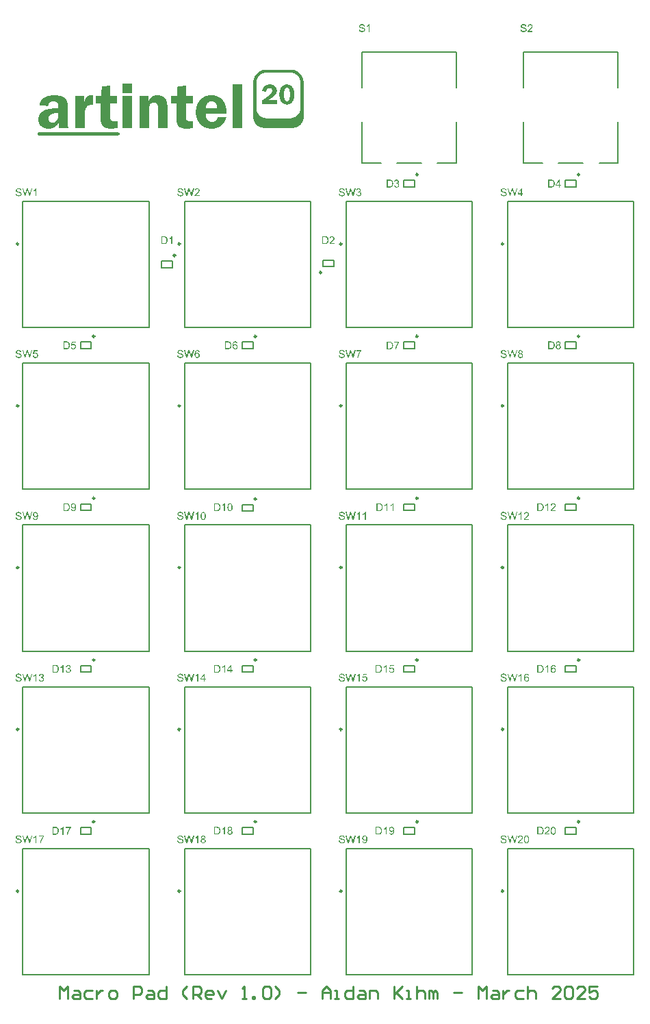
<source format=gto>
G04*
G04 #@! TF.GenerationSoftware,Altium Limited,Altium Designer,25.3.2 (17)*
G04*
G04 Layer_Color=65535*
%FSLAX43Y43*%
%MOMM*%
G71*
G04*
G04 #@! TF.SameCoordinates,9A78E016-BF11-4ED0-8CD3-159F53B44DCF*
G04*
G04*
G04 #@! TF.FilePolarity,Positive*
G04*
G01*
G75*
%ADD10C,0.250*%
%ADD11C,0.200*%
%ADD12C,0.254*%
G36*
X17676Y114000D02*
Y113985D01*
Y113177D01*
X17660D01*
Y113161D01*
X16504D01*
Y114349D01*
X17676D01*
Y114000D01*
D02*
G37*
G36*
X12831Y112908D02*
X12863D01*
Y111752D01*
X12672D01*
Y111736D01*
X12562D01*
Y111720D01*
X12483D01*
Y111705D01*
X12435D01*
Y111689D01*
X12387D01*
Y111673D01*
X12356D01*
Y111657D01*
X12324D01*
Y111641D01*
X12292D01*
Y111625D01*
X12261D01*
Y111610D01*
X12245D01*
Y111594D01*
X12229D01*
Y111578D01*
X12198D01*
Y111562D01*
X12182D01*
Y111546D01*
X12166D01*
Y111530D01*
X12150D01*
Y111515D01*
X12134D01*
Y111483D01*
X12118D01*
Y111467D01*
X12102D01*
Y111451D01*
X12087D01*
Y111420D01*
X12071D01*
Y111404D01*
X12055D01*
Y111372D01*
X12039D01*
Y111340D01*
X12023D01*
Y111309D01*
X12007D01*
Y111277D01*
X11992D01*
Y111245D01*
X11976D01*
Y111214D01*
X11960D01*
Y111166D01*
X11944D01*
Y111119D01*
X11928D01*
Y111055D01*
X11913D01*
Y110992D01*
X11897D01*
Y110913D01*
X11881D01*
Y110770D01*
X11865D01*
Y108870D01*
X10725D01*
Y110850D01*
Y110865D01*
Y112845D01*
X11786D01*
Y112829D01*
X11802D01*
Y112148D01*
X11818D01*
Y112195D01*
X11833D01*
Y112243D01*
X11849D01*
Y112290D01*
X11865D01*
Y112322D01*
X11881D01*
Y112354D01*
X11897D01*
Y112385D01*
X11913D01*
Y112417D01*
X11928D01*
Y112465D01*
X11944D01*
Y112480D01*
X11960D01*
Y112512D01*
X11976D01*
Y112528D01*
X11992D01*
Y112560D01*
X12007D01*
Y112575D01*
X12023D01*
Y112607D01*
X12039D01*
Y112623D01*
X12055D01*
Y112639D01*
X12071D01*
Y112655D01*
X12087D01*
Y112686D01*
X12102D01*
Y112702D01*
X12118D01*
Y112718D01*
X12134D01*
Y112734D01*
X12166D01*
Y112750D01*
X12182D01*
Y112765D01*
X12198D01*
Y112781D01*
X12213D01*
Y112797D01*
X12245D01*
Y112813D01*
X12261D01*
Y112829D01*
X12292D01*
Y112845D01*
X12324D01*
Y112860D01*
X12356D01*
Y112876D01*
X12403D01*
Y112892D01*
X12451D01*
Y112908D01*
X12530D01*
Y112924D01*
X12831D01*
Y112908D01*
D02*
G37*
G36*
X17676Y108870D02*
X16504D01*
Y112845D01*
X17676D01*
Y108870D01*
D02*
G37*
G36*
X8287Y112908D02*
X8461D01*
Y112892D01*
X8572D01*
Y112876D01*
X8667D01*
Y112860D01*
X8746D01*
Y112845D01*
X8809D01*
Y112829D01*
X8873D01*
Y112813D01*
X8920D01*
Y112797D01*
X8983D01*
Y112781D01*
X9031D01*
Y112765D01*
X9062D01*
Y112750D01*
X9094D01*
Y112734D01*
X9142D01*
Y112718D01*
X9173D01*
Y112702D01*
X9205D01*
Y112686D01*
X9221D01*
Y112670D01*
X9252D01*
Y112655D01*
X9284D01*
Y112639D01*
X9300D01*
Y112623D01*
X9332D01*
Y112607D01*
X9347D01*
Y112591D01*
X9363D01*
Y112575D01*
X9379D01*
Y112560D01*
X9411D01*
Y112544D01*
X9427D01*
Y112528D01*
X9443D01*
Y112512D01*
X9458D01*
Y112496D01*
X9474D01*
Y112480D01*
X9490D01*
Y112465D01*
X9506D01*
Y112433D01*
X9522D01*
Y112417D01*
X9538D01*
Y112401D01*
X9553D01*
Y112370D01*
X9569D01*
Y112354D01*
X9585D01*
Y112338D01*
X9601D01*
Y112306D01*
X9617D01*
Y112275D01*
X9632D01*
Y112259D01*
X9648D01*
Y112211D01*
X9664D01*
Y112180D01*
X9680D01*
Y112132D01*
X9696D01*
Y112069D01*
X9712D01*
Y112005D01*
X9727D01*
Y111879D01*
X9743D01*
Y111673D01*
X9759D01*
Y109282D01*
X9775D01*
Y109108D01*
X9791D01*
Y108997D01*
X9807D01*
Y108918D01*
X9823D01*
Y108870D01*
X8682D01*
Y108934D01*
X8667D01*
Y109045D01*
X8651D01*
Y109235D01*
X8635D01*
Y109472D01*
X8619D01*
Y109456D01*
X8603D01*
Y109440D01*
X8587D01*
Y109409D01*
X8572D01*
Y109393D01*
X8556D01*
Y109377D01*
X8540D01*
Y109345D01*
X8524D01*
Y109330D01*
X8508D01*
Y109314D01*
X8493D01*
Y109298D01*
X8477D01*
Y109282D01*
X8461D01*
Y109250D01*
X8445D01*
Y109235D01*
X8429D01*
Y109219D01*
X8413D01*
Y109203D01*
X8398D01*
Y109187D01*
X8382D01*
Y109171D01*
X8366D01*
Y109155D01*
X8350D01*
Y109140D01*
X8334D01*
Y109124D01*
X8318D01*
Y109108D01*
X8302D01*
Y109092D01*
X8271D01*
Y109076D01*
X8255D01*
Y109060D01*
X8239D01*
Y109045D01*
X8223D01*
Y109029D01*
X8208D01*
Y109013D01*
X8176D01*
Y108997D01*
X8144D01*
Y108981D01*
X8128D01*
Y108965D01*
X8097D01*
Y108950D01*
X8065D01*
Y108934D01*
X8049D01*
Y108918D01*
X8002D01*
Y108902D01*
X7970D01*
Y108886D01*
X7923D01*
Y108870D01*
X7891D01*
Y108855D01*
X7827D01*
Y108839D01*
X7764D01*
Y108823D01*
X7685D01*
Y108807D01*
X7590D01*
Y108791D01*
X7147D01*
Y108807D01*
X7052D01*
Y108823D01*
X6972D01*
Y108839D01*
X6909D01*
Y108855D01*
X6862D01*
Y108870D01*
X6814D01*
Y108886D01*
X6782D01*
Y108902D01*
X6735D01*
Y108918D01*
X6719D01*
Y108934D01*
X6688D01*
Y108950D01*
X6656D01*
Y108965D01*
X6624D01*
Y108981D01*
X6608D01*
Y108997D01*
X6577D01*
Y109013D01*
X6545D01*
Y109029D01*
X6529D01*
Y109045D01*
X6513D01*
Y109060D01*
X6497D01*
Y109076D01*
X6466D01*
Y109092D01*
X6450D01*
Y109108D01*
X6434D01*
Y109124D01*
X6418D01*
Y109140D01*
X6403D01*
Y109155D01*
X6387D01*
Y109171D01*
X6371D01*
Y109203D01*
X6355D01*
Y109219D01*
X6339D01*
Y109235D01*
X6323D01*
Y109250D01*
X6307D01*
Y109282D01*
X6292D01*
Y109298D01*
X6276D01*
Y109330D01*
X6260D01*
Y109361D01*
X6244D01*
Y109393D01*
X6228D01*
Y109425D01*
X6213D01*
Y109456D01*
X6197D01*
Y109504D01*
X6181D01*
Y109551D01*
X6165D01*
Y109615D01*
X6149D01*
Y109678D01*
X6133D01*
Y109852D01*
X6117D01*
Y109931D01*
X6133D01*
Y110105D01*
X6149D01*
Y110185D01*
X6165D01*
Y110264D01*
X6181D01*
Y110311D01*
X6197D01*
Y110343D01*
X6213D01*
Y110390D01*
X6228D01*
Y110438D01*
X6244D01*
Y110454D01*
X6260D01*
Y110485D01*
X6276D01*
Y110517D01*
X6292D01*
Y110549D01*
X6307D01*
Y110580D01*
X6323D01*
Y110596D01*
X6339D01*
Y110628D01*
X6355D01*
Y110644D01*
X6371D01*
Y110675D01*
X6387D01*
Y110691D01*
X6403D01*
Y110707D01*
X6418D01*
Y110723D01*
X6434D01*
Y110739D01*
X6450D01*
Y110755D01*
X6466D01*
Y110770D01*
X6482D01*
Y110786D01*
X6497D01*
Y110802D01*
X6513D01*
Y110818D01*
X6529D01*
Y110834D01*
X6545D01*
Y110850D01*
X6561D01*
Y110865D01*
X6593D01*
Y110881D01*
X6608D01*
Y110897D01*
X6640D01*
Y110913D01*
X6656D01*
Y110929D01*
X6688D01*
Y110945D01*
X6703D01*
Y110960D01*
X6735D01*
Y110976D01*
X6751D01*
Y110992D01*
X6782D01*
Y111008D01*
X6814D01*
Y111024D01*
X6862D01*
Y111040D01*
X6893D01*
Y111055D01*
X6925D01*
Y111071D01*
X6957D01*
Y111087D01*
X6988D01*
Y111103D01*
X7036D01*
Y111119D01*
X7083D01*
Y111135D01*
X7147D01*
Y111150D01*
X7194D01*
Y111166D01*
X7258D01*
Y111182D01*
X7337D01*
Y111198D01*
X7416D01*
Y111214D01*
X7495D01*
Y111230D01*
X7574D01*
Y111245D01*
X7685D01*
Y111261D01*
X7796D01*
Y111277D01*
X7923D01*
Y111293D01*
X8033D01*
Y111309D01*
X8208D01*
Y111325D01*
X8382D01*
Y111340D01*
X8556D01*
Y111356D01*
X8587D01*
Y111610D01*
X8572D01*
Y111752D01*
X8556D01*
Y111815D01*
X8540D01*
Y111863D01*
X8524D01*
Y111895D01*
X8508D01*
Y111926D01*
X8493D01*
Y111942D01*
X8477D01*
Y111974D01*
X8461D01*
Y111990D01*
X8445D01*
Y112005D01*
X8429D01*
Y112021D01*
X8413D01*
Y112037D01*
X8398D01*
Y112053D01*
X8366D01*
Y112069D01*
X8350D01*
Y112085D01*
X8302D01*
Y112100D01*
X8271D01*
Y112116D01*
X8223D01*
Y112132D01*
X8160D01*
Y112148D01*
X7859D01*
Y112132D01*
X7780D01*
Y112116D01*
X7717D01*
Y112100D01*
X7685D01*
Y112085D01*
X7637D01*
Y112069D01*
X7606D01*
Y112053D01*
X7590D01*
Y112037D01*
X7558D01*
Y112021D01*
X7543D01*
Y112005D01*
X7527D01*
Y111990D01*
X7511D01*
Y111974D01*
X7495D01*
Y111958D01*
X7479D01*
Y111942D01*
X7463D01*
Y111926D01*
X7448D01*
Y111895D01*
X7432D01*
Y111879D01*
X7416D01*
Y111847D01*
X7400D01*
Y111815D01*
X7384D01*
Y111784D01*
X7368D01*
Y111736D01*
X7352D01*
Y111673D01*
X7337D01*
Y111594D01*
X7321D01*
Y111578D01*
X7194D01*
Y111594D01*
X7020D01*
Y111610D01*
X6862D01*
Y111625D01*
X6688D01*
Y111641D01*
X6529D01*
Y111657D01*
X6355D01*
Y111673D01*
X6244D01*
Y111736D01*
X6260D01*
Y111815D01*
X6276D01*
Y111879D01*
X6292D01*
Y111926D01*
X6307D01*
Y111974D01*
X6323D01*
Y112021D01*
X6339D01*
Y112053D01*
X6355D01*
Y112085D01*
X6371D01*
Y112132D01*
X6387D01*
Y112148D01*
X6403D01*
Y112180D01*
X6418D01*
Y112211D01*
X6434D01*
Y112243D01*
X6450D01*
Y112259D01*
X6466D01*
Y112275D01*
X6482D01*
Y112306D01*
X6497D01*
Y112322D01*
X6513D01*
Y112338D01*
X6529D01*
Y112370D01*
X6545D01*
Y112385D01*
X6561D01*
Y112401D01*
X6577D01*
Y112417D01*
X6593D01*
Y112433D01*
X6608D01*
Y112449D01*
X6624D01*
Y112465D01*
X6640D01*
Y112480D01*
X6656D01*
Y112496D01*
X6688D01*
Y112512D01*
X6703D01*
Y112528D01*
X6719D01*
Y112544D01*
X6751D01*
Y112560D01*
X6767D01*
Y112575D01*
X6798D01*
Y112591D01*
X6814D01*
Y112607D01*
X6846D01*
Y112623D01*
X6878D01*
Y112639D01*
X6893D01*
Y112655D01*
X6925D01*
Y112670D01*
X6957D01*
Y112686D01*
X7004D01*
Y112702D01*
X7036D01*
Y112718D01*
X7068D01*
Y112734D01*
X7115D01*
Y112750D01*
X7147D01*
Y112765D01*
X7194D01*
Y112781D01*
X7242D01*
Y112797D01*
X7289D01*
Y112813D01*
X7337D01*
Y112829D01*
X7400D01*
Y112845D01*
X7463D01*
Y112860D01*
X7543D01*
Y112876D01*
X7622D01*
Y112892D01*
X7733D01*
Y112908D01*
X7907D01*
Y112924D01*
X8287D01*
Y112908D01*
D02*
G37*
G36*
X15000Y112845D02*
X15839D01*
Y112829D01*
X15855D01*
Y111926D01*
X15000D01*
Y110074D01*
X15016D01*
Y109979D01*
X15032D01*
Y109931D01*
X15047D01*
Y109884D01*
X15063D01*
Y109852D01*
X15079D01*
Y109836D01*
X15095D01*
Y109820D01*
X15111D01*
Y109805D01*
X15127D01*
Y109789D01*
X15158D01*
Y109773D01*
X15206D01*
Y109757D01*
X15253D01*
Y109741D01*
X15364D01*
Y109725D01*
X15728D01*
Y109741D01*
X15903D01*
Y108870D01*
X15871D01*
Y108855D01*
X15760D01*
Y108839D01*
X15649D01*
Y108823D01*
X15538D01*
Y108807D01*
X15427D01*
Y108791D01*
X15222D01*
Y108775D01*
X15079D01*
Y108791D01*
X14826D01*
Y108807D01*
X14715D01*
Y108823D01*
X14636D01*
Y108839D01*
X14557D01*
Y108855D01*
X14509D01*
Y108870D01*
X14462D01*
Y108886D01*
X14414D01*
Y108902D01*
X14382D01*
Y108918D01*
X14335D01*
Y108934D01*
X14303D01*
Y108950D01*
X14272D01*
Y108965D01*
X14256D01*
Y108981D01*
X14224D01*
Y108997D01*
X14208D01*
Y109013D01*
X14177D01*
Y109029D01*
X14161D01*
Y109045D01*
X14145D01*
Y109060D01*
X14129D01*
Y109076D01*
X14113D01*
Y109092D01*
X14097D01*
Y109108D01*
X14082D01*
Y109124D01*
X14066D01*
Y109140D01*
X14050D01*
Y109155D01*
X14034D01*
Y109187D01*
X14018D01*
Y109203D01*
X14002D01*
Y109235D01*
X13987D01*
Y109266D01*
X13971D01*
Y109298D01*
X13955D01*
Y109330D01*
X13939D01*
Y109361D01*
X13923D01*
Y109409D01*
X13908D01*
Y109456D01*
X13892D01*
Y109520D01*
X13876D01*
Y109583D01*
X13860D01*
Y109662D01*
X13844D01*
Y109789D01*
X13828D01*
Y111926D01*
X13195D01*
Y112180D01*
Y112195D01*
Y112845D01*
X13892D01*
Y112987D01*
X13908D01*
Y113177D01*
X13923D01*
Y113367D01*
X13939D01*
Y113573D01*
X13955D01*
Y113763D01*
X13971D01*
Y113969D01*
X13987D01*
Y114016D01*
X14177D01*
Y114032D01*
X14382D01*
Y114048D01*
X14573D01*
Y114064D01*
X14778D01*
Y114080D01*
X15000D01*
Y112845D01*
D02*
G37*
G36*
X16045Y108300D02*
X16093D01*
Y108285D01*
X16108D01*
Y108269D01*
X16124D01*
Y108253D01*
X16140D01*
Y108221D01*
X16156D01*
Y108190D01*
X16172D01*
Y108079D01*
X16156D01*
Y108031D01*
X16140D01*
Y108015D01*
X16124D01*
Y108000D01*
X16108D01*
Y107984D01*
X16093D01*
Y107968D01*
X16061D01*
Y107952D01*
X15998D01*
Y107936D01*
X6165D01*
Y107952D01*
X6102D01*
Y107968D01*
X6086D01*
Y107984D01*
X6054D01*
Y108000D01*
X6038D01*
Y108031D01*
X6023D01*
Y108047D01*
X6007D01*
Y108095D01*
X5991D01*
Y108158D01*
X6007D01*
Y108221D01*
X6023D01*
Y108237D01*
X6038D01*
Y108253D01*
X6054D01*
Y108269D01*
X6070D01*
Y108285D01*
X6086D01*
Y108300D01*
X6117D01*
Y108316D01*
X16045D01*
Y108300D01*
D02*
G37*
G36*
X20906Y109615D02*
Y111483D01*
X20890D01*
Y111625D01*
X20874D01*
Y111689D01*
X20858D01*
Y111736D01*
X20843D01*
Y111768D01*
X20827D01*
Y111800D01*
X20811D01*
Y111815D01*
X20795D01*
Y111847D01*
X20779D01*
Y111863D01*
X20763D01*
Y111879D01*
X20747D01*
Y111895D01*
X20732D01*
Y111910D01*
X20700D01*
Y111926D01*
X20684D01*
Y111942D01*
X20653D01*
Y111958D01*
X20621D01*
Y111974D01*
X20589D01*
Y111990D01*
X20510D01*
Y112005D01*
X20336D01*
Y111990D01*
X20241D01*
Y111974D01*
X20193D01*
Y111958D01*
X20162D01*
Y111942D01*
X20130D01*
Y111926D01*
X20098D01*
Y111910D01*
X20083D01*
Y111895D01*
X20051D01*
Y111879D01*
X20035D01*
Y111863D01*
X20019D01*
Y111847D01*
X20003D01*
Y111831D01*
X19987D01*
Y111800D01*
X19972D01*
Y111784D01*
X19956D01*
Y111752D01*
X19940D01*
Y111720D01*
X19924D01*
Y111689D01*
X19908D01*
Y111657D01*
X19892D01*
Y111625D01*
X19877D01*
Y111562D01*
X19861D01*
Y111515D01*
X19845D01*
Y111435D01*
X19829D01*
Y111340D01*
X19813D01*
Y108870D01*
X18626D01*
Y112829D01*
X18642D01*
Y112845D01*
X19718D01*
Y112180D01*
X19734D01*
Y112195D01*
X19750D01*
Y112227D01*
X19766D01*
Y112259D01*
X19782D01*
Y112275D01*
X19798D01*
Y112306D01*
X19813D01*
Y112322D01*
X19829D01*
Y112354D01*
X19845D01*
Y112385D01*
X19861D01*
Y112401D01*
X19877D01*
Y112417D01*
X19892D01*
Y112449D01*
X19908D01*
Y112465D01*
X19924D01*
Y112480D01*
X19940D01*
Y112512D01*
X19956D01*
Y112528D01*
X19972D01*
Y112544D01*
X19987D01*
Y112560D01*
X20003D01*
Y112575D01*
X20019D01*
Y112591D01*
X20035D01*
Y112607D01*
X20051D01*
Y112623D01*
X20067D01*
Y112639D01*
X20083D01*
Y112655D01*
X20098D01*
Y112670D01*
X20114D01*
Y112686D01*
X20130D01*
Y112702D01*
X20146D01*
Y112718D01*
X20162D01*
Y112734D01*
X20193D01*
Y112750D01*
X20209D01*
Y112765D01*
X20241D01*
Y112781D01*
X20272D01*
Y112797D01*
X20304D01*
Y112813D01*
X20336D01*
Y112829D01*
X20368D01*
Y112845D01*
X20415D01*
Y112860D01*
X20462D01*
Y112876D01*
X20526D01*
Y112892D01*
X20605D01*
Y112908D01*
X20716D01*
Y112924D01*
X20969D01*
Y112908D01*
X21112D01*
Y112892D01*
X21191D01*
Y112876D01*
X21254D01*
Y112860D01*
X21317D01*
Y112845D01*
X21365D01*
Y112829D01*
X21397D01*
Y112813D01*
X21444D01*
Y112797D01*
X21476D01*
Y112781D01*
X21507D01*
Y112765D01*
X21539D01*
Y112750D01*
X21571D01*
Y112734D01*
X21587D01*
Y112718D01*
X21618D01*
Y112702D01*
X21634D01*
Y112686D01*
X21666D01*
Y112670D01*
X21682D01*
Y112655D01*
X21698D01*
Y112639D01*
X21713D01*
Y112623D01*
X21745D01*
Y112607D01*
X21761D01*
Y112591D01*
X21777D01*
Y112575D01*
X21792D01*
Y112560D01*
X21808D01*
Y112528D01*
X21824D01*
Y112512D01*
X21840D01*
Y112496D01*
X21856D01*
Y112465D01*
X21872D01*
Y112449D01*
X21888D01*
Y112417D01*
X21903D01*
Y112385D01*
X21919D01*
Y112354D01*
X21935D01*
Y112322D01*
X21951D01*
Y112275D01*
X21967D01*
Y112243D01*
X21983D01*
Y112195D01*
X21998D01*
Y112132D01*
X22014D01*
Y112069D01*
X22030D01*
Y112005D01*
X22046D01*
Y111895D01*
X22062D01*
Y111768D01*
X22077D01*
Y111435D01*
X22093D01*
Y108870D01*
X20906D01*
Y109599D01*
Y109615D01*
D02*
G37*
G36*
X24452Y109868D02*
Y109836D01*
X24468D01*
Y109820D01*
X24484D01*
Y109805D01*
X24516D01*
Y109789D01*
X24532D01*
Y109773D01*
X24579D01*
Y109757D01*
X24627D01*
Y109741D01*
X24737D01*
Y109725D01*
X25118D01*
Y109741D01*
X25276D01*
Y108870D01*
X25244D01*
Y108855D01*
X25133D01*
Y108839D01*
X25022D01*
Y108823D01*
X24927D01*
Y108807D01*
X24801D01*
Y108791D01*
X24595D01*
Y108775D01*
X24452D01*
Y108791D01*
X24199D01*
Y108807D01*
X24088D01*
Y108823D01*
X24009D01*
Y108839D01*
X23946D01*
Y108855D01*
X23882D01*
Y108870D01*
X23835D01*
Y108886D01*
X23788D01*
Y108902D01*
X23756D01*
Y108918D01*
X23708D01*
Y108934D01*
X23677D01*
Y108950D01*
X23661D01*
Y108965D01*
X23629D01*
Y108981D01*
X23597D01*
Y108997D01*
X23582D01*
Y109013D01*
X23550D01*
Y109029D01*
X23534D01*
Y109045D01*
X23518D01*
Y109060D01*
X23503D01*
Y109076D01*
X23487D01*
Y109092D01*
X23471D01*
Y109108D01*
X23455D01*
Y109124D01*
X23439D01*
Y109140D01*
X23423D01*
Y109171D01*
X23407D01*
Y109187D01*
X23392D01*
Y109219D01*
X23376D01*
Y109235D01*
X23360D01*
Y109266D01*
X23344D01*
Y109298D01*
X23328D01*
Y109330D01*
X23312D01*
Y109377D01*
X23297D01*
Y109409D01*
X23281D01*
Y109456D01*
X23265D01*
Y109520D01*
X23249D01*
Y109583D01*
X23233D01*
Y109678D01*
X23218D01*
Y109805D01*
X23202D01*
Y111926D01*
X22568D01*
Y112845D01*
X23265D01*
Y112955D01*
X23281D01*
Y113161D01*
X23297D01*
Y113351D01*
X23312D01*
Y113541D01*
X23328D01*
Y113747D01*
X23344D01*
Y113937D01*
X23360D01*
Y114016D01*
X23550D01*
Y114032D01*
X23756D01*
Y114048D01*
X23946D01*
Y114064D01*
X24152D01*
Y114080D01*
X24373D01*
Y112845D01*
X25212D01*
Y112829D01*
X25228D01*
Y111926D01*
X24373D01*
Y110074D01*
X24389D01*
Y109979D01*
X24405D01*
Y109931D01*
X24421D01*
Y109884D01*
X24437D01*
Y109868D01*
X24452D01*
D02*
G37*
G36*
X27667Y112908D02*
X27825D01*
Y112892D01*
X27920D01*
Y112876D01*
X27983D01*
Y112860D01*
X28062D01*
Y112845D01*
X28110D01*
Y112829D01*
X28157D01*
Y112813D01*
X28205D01*
Y112797D01*
X28237D01*
Y112781D01*
X28284D01*
Y112765D01*
X28316D01*
Y112750D01*
X28347D01*
Y112734D01*
X28379D01*
Y112718D01*
X28411D01*
Y112702D01*
X28442D01*
Y112686D01*
X28458D01*
Y112670D01*
X28490D01*
Y112655D01*
X28522D01*
Y112639D01*
X28538D01*
Y112623D01*
X28569D01*
Y112607D01*
X28585D01*
Y112591D01*
X28617D01*
Y112575D01*
X28632D01*
Y112560D01*
X28648D01*
Y112544D01*
X28680D01*
Y112528D01*
X28696D01*
Y112512D01*
X28712D01*
Y112496D01*
X28728D01*
Y112480D01*
X28759D01*
Y112465D01*
X28775D01*
Y112449D01*
X28791D01*
Y112433D01*
X28807D01*
Y112417D01*
X28823D01*
Y112401D01*
X28838D01*
Y112385D01*
X28854D01*
Y112370D01*
X28870D01*
Y112354D01*
X28886D01*
Y112338D01*
X28902D01*
Y112322D01*
X28917D01*
Y112306D01*
X28933D01*
Y112275D01*
X28949D01*
Y112259D01*
X28965D01*
Y112243D01*
X28981D01*
Y112227D01*
X28997D01*
Y112195D01*
X29013D01*
Y112180D01*
X29028D01*
Y112164D01*
X29044D01*
Y112132D01*
X29060D01*
Y112116D01*
X29076D01*
Y112085D01*
X29092D01*
Y112053D01*
X29108D01*
Y112021D01*
X29123D01*
Y111990D01*
X29139D01*
Y111974D01*
X29155D01*
Y111942D01*
X29171D01*
Y111910D01*
X29187D01*
Y111863D01*
X29202D01*
Y111831D01*
X29218D01*
Y111784D01*
X29234D01*
Y111736D01*
X29250D01*
Y111705D01*
X29266D01*
Y111657D01*
X29282D01*
Y111594D01*
X29298D01*
Y111530D01*
X29313D01*
Y111467D01*
X29329D01*
Y111388D01*
X29345D01*
Y111293D01*
X29361D01*
Y111214D01*
X29377D01*
Y111040D01*
X29392D01*
Y110739D01*
X29408D01*
Y110660D01*
X26859D01*
Y110644D01*
X26843D01*
Y110406D01*
X26859D01*
Y110232D01*
X26875D01*
Y110169D01*
X26891D01*
Y110105D01*
X26907D01*
Y110074D01*
X26923D01*
Y110026D01*
X26938D01*
Y109995D01*
X26954D01*
Y109979D01*
X26970D01*
Y109947D01*
X26986D01*
Y109931D01*
X27002D01*
Y109900D01*
X27017D01*
Y109884D01*
X27033D01*
Y109868D01*
X27049D01*
Y109852D01*
X27065D01*
Y109836D01*
X27081D01*
Y109820D01*
X27097D01*
Y109805D01*
X27112D01*
Y109789D01*
X27144D01*
Y109773D01*
X27160D01*
Y109757D01*
X27176D01*
Y109741D01*
X27208D01*
Y109725D01*
X27239D01*
Y109710D01*
X27255D01*
Y109694D01*
X27287D01*
Y109678D01*
X27334D01*
Y109662D01*
X27382D01*
Y109646D01*
X27429D01*
Y109630D01*
X27572D01*
Y109615D01*
X27667D01*
Y109630D01*
X27793D01*
Y109646D01*
X27857D01*
Y109662D01*
X27904D01*
Y109678D01*
X27936D01*
Y109694D01*
X27968D01*
Y109710D01*
X27999D01*
Y109725D01*
X28015D01*
Y109741D01*
X28047D01*
Y109757D01*
X28062D01*
Y109773D01*
X28078D01*
Y109789D01*
X28094D01*
Y109805D01*
X28110D01*
Y109820D01*
X28126D01*
Y109836D01*
X28142D01*
Y109852D01*
X28157D01*
Y109868D01*
X28173D01*
Y109900D01*
X28189D01*
Y109931D01*
X28205D01*
Y109947D01*
X28221D01*
Y109979D01*
X28237D01*
Y110026D01*
X28253D01*
Y110058D01*
X28268D01*
Y110105D01*
X28284D01*
Y110169D01*
X28300D01*
Y110232D01*
X28316D01*
Y110248D01*
X28347D01*
Y110232D01*
X28569D01*
Y110216D01*
X28775D01*
Y110200D01*
X28997D01*
Y110185D01*
X29202D01*
Y110169D01*
X29377D01*
Y110137D01*
X29361D01*
Y110105D01*
X29345D01*
Y110058D01*
X29329D01*
Y110010D01*
X29313D01*
Y109963D01*
X29298D01*
Y109931D01*
X29282D01*
Y109900D01*
X29266D01*
Y109852D01*
X29250D01*
Y109820D01*
X29234D01*
Y109789D01*
X29218D01*
Y109757D01*
X29202D01*
Y109725D01*
X29187D01*
Y109694D01*
X29171D01*
Y109678D01*
X29155D01*
Y109646D01*
X29139D01*
Y109615D01*
X29123D01*
Y109599D01*
X29108D01*
Y109567D01*
X29092D01*
Y109535D01*
X29076D01*
Y109520D01*
X29060D01*
Y109504D01*
X29044D01*
Y109472D01*
X29028D01*
Y109456D01*
X29013D01*
Y109425D01*
X28997D01*
Y109409D01*
X28981D01*
Y109393D01*
X28965D01*
Y109377D01*
X28949D01*
Y109361D01*
X28933D01*
Y109345D01*
X28917D01*
Y109314D01*
X28902D01*
Y109298D01*
X28886D01*
Y109282D01*
X28870D01*
Y109266D01*
X28854D01*
Y109250D01*
X28838D01*
Y109235D01*
X28823D01*
Y109219D01*
X28791D01*
Y109203D01*
X28775D01*
Y109187D01*
X28759D01*
Y109171D01*
X28743D01*
Y109155D01*
X28728D01*
Y109140D01*
X28712D01*
Y109124D01*
X28680D01*
Y109108D01*
X28664D01*
Y109092D01*
X28632D01*
Y109076D01*
X28617D01*
Y109060D01*
X28585D01*
Y109045D01*
X28569D01*
Y109029D01*
X28538D01*
Y109013D01*
X28506D01*
Y108997D01*
X28474D01*
Y108981D01*
X28442D01*
Y108965D01*
X28411D01*
Y108950D01*
X28379D01*
Y108934D01*
X28347D01*
Y108918D01*
X28300D01*
Y108902D01*
X28253D01*
Y108886D01*
X28221D01*
Y108870D01*
X28157D01*
Y108855D01*
X28094D01*
Y108839D01*
X28031D01*
Y108823D01*
X27952D01*
Y108807D01*
X27825D01*
Y108791D01*
X27302D01*
Y108807D01*
X27176D01*
Y108823D01*
X27097D01*
Y108839D01*
X27017D01*
Y108855D01*
X26954D01*
Y108870D01*
X26891D01*
Y108886D01*
X26859D01*
Y108902D01*
X26812D01*
Y108918D01*
X26764D01*
Y108934D01*
X26733D01*
Y108950D01*
X26685D01*
Y108965D01*
X26653D01*
Y108981D01*
X26622D01*
Y108997D01*
X26590D01*
Y109013D01*
X26574D01*
Y109029D01*
X26542D01*
Y109045D01*
X26511D01*
Y109060D01*
X26495D01*
Y109076D01*
X26463D01*
Y109092D01*
X26448D01*
Y109108D01*
X26416D01*
Y109124D01*
X26400D01*
Y109140D01*
X26368D01*
Y109155D01*
X26353D01*
Y109171D01*
X26337D01*
Y109187D01*
X26321D01*
Y109203D01*
X26305D01*
Y109219D01*
X26273D01*
Y109235D01*
X26257D01*
Y109250D01*
X26242D01*
Y109266D01*
X26226D01*
Y109282D01*
X26210D01*
Y109298D01*
X26194D01*
Y109314D01*
X26178D01*
Y109330D01*
X26163D01*
Y109345D01*
X26147D01*
Y109361D01*
X26131D01*
Y109393D01*
X26115D01*
Y109409D01*
X26099D01*
Y109425D01*
X26083D01*
Y109440D01*
X26067D01*
Y109456D01*
X26052D01*
Y109472D01*
X26036D01*
Y109488D01*
X26020D01*
Y109520D01*
X26004D01*
Y109535D01*
X25988D01*
Y109567D01*
X25972D01*
Y109583D01*
X25957D01*
Y109615D01*
X25941D01*
Y109630D01*
X25925D01*
Y109662D01*
X25909D01*
Y109678D01*
X25893D01*
Y109710D01*
X25878D01*
Y109725D01*
X25862D01*
Y109757D01*
X25846D01*
Y109789D01*
X25830D01*
Y109820D01*
X25814D01*
Y109852D01*
X25798D01*
Y109884D01*
X25782D01*
Y109931D01*
X25767D01*
Y109963D01*
X25751D01*
Y110010D01*
X25735D01*
Y110042D01*
X25719D01*
Y110090D01*
X25703D01*
Y110153D01*
X25688D01*
Y110200D01*
X25672D01*
Y110280D01*
X25656D01*
Y110343D01*
X25640D01*
Y110454D01*
X25624D01*
Y110612D01*
X25608D01*
Y111040D01*
X25624D01*
Y111182D01*
X25640D01*
Y111293D01*
X25656D01*
Y111372D01*
X25672D01*
Y111451D01*
X25688D01*
Y111515D01*
X25703D01*
Y111562D01*
X25719D01*
Y111610D01*
X25735D01*
Y111657D01*
X25751D01*
Y111705D01*
X25767D01*
Y111736D01*
X25782D01*
Y111784D01*
X25798D01*
Y111815D01*
X25814D01*
Y111863D01*
X25830D01*
Y111879D01*
X25846D01*
Y111910D01*
X25862D01*
Y111942D01*
X25878D01*
Y111974D01*
X25893D01*
Y112005D01*
X25909D01*
Y112037D01*
X25925D01*
Y112053D01*
X25941D01*
Y112085D01*
X25957D01*
Y112100D01*
X25972D01*
Y112132D01*
X25988D01*
Y112148D01*
X26004D01*
Y112180D01*
X26020D01*
Y112195D01*
X26036D01*
Y112211D01*
X26052D01*
Y112227D01*
X26067D01*
Y112259D01*
X26083D01*
Y112275D01*
X26099D01*
Y112290D01*
X26115D01*
Y112306D01*
X26131D01*
Y112322D01*
X26147D01*
Y112338D01*
X26163D01*
Y112354D01*
X26178D01*
Y112370D01*
X26194D01*
Y112385D01*
X26210D01*
Y112401D01*
X26226D01*
Y112417D01*
X26242D01*
Y112433D01*
X26257D01*
Y112449D01*
X26273D01*
Y112465D01*
X26289D01*
Y112480D01*
X26305D01*
Y112496D01*
X26321D01*
Y112512D01*
X26353D01*
Y112528D01*
X26368D01*
Y112544D01*
X26384D01*
Y112560D01*
X26400D01*
Y112575D01*
X26432D01*
Y112591D01*
X26448D01*
Y112607D01*
X26479D01*
Y112623D01*
X26495D01*
Y112639D01*
X26527D01*
Y112655D01*
X26542D01*
Y112670D01*
X26574D01*
Y112686D01*
X26606D01*
Y112702D01*
X26638D01*
Y112718D01*
X26669D01*
Y112734D01*
X26701D01*
Y112750D01*
X26733D01*
Y112765D01*
X26764D01*
Y112781D01*
X26796D01*
Y112797D01*
X26843D01*
Y112813D01*
X26891D01*
Y112829D01*
X26938D01*
Y112845D01*
X27002D01*
Y112860D01*
X27065D01*
Y112876D01*
X27128D01*
Y112892D01*
X27239D01*
Y112908D01*
X27397D01*
Y112924D01*
X27667D01*
Y112908D01*
D02*
G37*
G36*
X31308Y114016D02*
Y108870D01*
X30137D01*
Y114238D01*
X31308D01*
Y114032D01*
Y114016D01*
D02*
G37*
G36*
X37483Y116075D02*
X37578D01*
Y116059D01*
X37658D01*
Y116043D01*
X37721D01*
Y116027D01*
X37784D01*
Y116011D01*
X37832D01*
Y115995D01*
X37863D01*
Y115980D01*
X37911D01*
Y115964D01*
X37943D01*
Y115948D01*
X37974D01*
Y115932D01*
X38022D01*
Y115916D01*
X38053D01*
Y115900D01*
X38085D01*
Y115885D01*
X38101D01*
Y115869D01*
X38132D01*
Y115853D01*
X38164D01*
Y115837D01*
X38180D01*
Y115821D01*
X38212D01*
Y115805D01*
X38228D01*
Y115790D01*
X38259D01*
Y115774D01*
X38275D01*
Y115758D01*
X38291D01*
Y115742D01*
X38322D01*
Y115726D01*
X38338D01*
Y115710D01*
X38354D01*
Y115695D01*
X38370D01*
Y115679D01*
X38386D01*
Y115663D01*
X38402D01*
Y115647D01*
X38417D01*
Y115631D01*
X38449D01*
Y115615D01*
X38465D01*
Y115584D01*
X38481D01*
Y115568D01*
X38497D01*
Y115552D01*
X38513D01*
Y115536D01*
X38528D01*
Y115520D01*
X38544D01*
Y115505D01*
X38560D01*
Y115489D01*
X38576D01*
Y115457D01*
X38592D01*
Y115441D01*
X38607D01*
Y115425D01*
X38623D01*
Y115394D01*
X38639D01*
Y115378D01*
X38655D01*
Y115362D01*
X38671D01*
Y115330D01*
X38687D01*
Y115299D01*
X38702D01*
Y115283D01*
X38718D01*
Y115251D01*
X38734D01*
Y115220D01*
X38750D01*
Y115188D01*
X38766D01*
Y115156D01*
X38782D01*
Y115125D01*
X38798D01*
Y115093D01*
X38813D01*
Y115061D01*
X38829D01*
Y115014D01*
X38845D01*
Y114966D01*
X38861D01*
Y114919D01*
X38877D01*
Y114855D01*
X38893D01*
Y114808D01*
X38908D01*
Y114713D01*
X38924D01*
Y114602D01*
X38940D01*
Y110090D01*
X38924D01*
Y109979D01*
X38908D01*
Y109915D01*
X38893D01*
Y109852D01*
X38877D01*
Y109805D01*
X38861D01*
Y109757D01*
X38845D01*
Y109710D01*
X38829D01*
Y109678D01*
X38813D01*
Y109646D01*
X38798D01*
Y109615D01*
X38782D01*
Y109583D01*
X38766D01*
Y109551D01*
X38750D01*
Y109535D01*
X38734D01*
Y109504D01*
X38718D01*
Y109472D01*
X38702D01*
Y109456D01*
X38687D01*
Y109440D01*
X38671D01*
Y109409D01*
X38655D01*
Y109393D01*
X38639D01*
Y109377D01*
X38623D01*
Y109345D01*
X38607D01*
Y109330D01*
X38592D01*
Y109314D01*
X38576D01*
Y109298D01*
X38560D01*
Y109282D01*
X38544D01*
Y109266D01*
X38528D01*
Y109250D01*
X38513D01*
Y109235D01*
X38497D01*
Y109219D01*
X38481D01*
Y109203D01*
X38449D01*
Y109187D01*
X38433D01*
Y109171D01*
X38417D01*
Y109155D01*
X38402D01*
Y109140D01*
X38370D01*
Y109124D01*
X38354D01*
Y109108D01*
X38322D01*
Y109092D01*
X38307D01*
Y109076D01*
X38275D01*
Y109060D01*
X38243D01*
Y109045D01*
X38228D01*
Y109029D01*
X38196D01*
Y109013D01*
X38164D01*
Y108997D01*
X38117D01*
Y108981D01*
X38085D01*
Y108965D01*
X38037D01*
Y108950D01*
X37990D01*
Y108934D01*
X37943D01*
Y108918D01*
X37879D01*
Y108902D01*
X37784D01*
Y108886D01*
X37610D01*
Y108870D01*
X34032D01*
Y108886D01*
X33857D01*
Y108902D01*
X33763D01*
Y108918D01*
X33699D01*
Y108934D01*
X33652D01*
Y108950D01*
X33604D01*
Y108965D01*
X33557D01*
Y108981D01*
X33525D01*
Y108997D01*
X33478D01*
Y109013D01*
X33446D01*
Y109029D01*
X33414D01*
Y109045D01*
X33398D01*
Y109060D01*
X33367D01*
Y109076D01*
X33335D01*
Y109092D01*
X33319D01*
Y109108D01*
X33287D01*
Y109124D01*
X33272D01*
Y109140D01*
X33240D01*
Y109155D01*
X33224D01*
Y109171D01*
X33208D01*
Y109187D01*
X33193D01*
Y109203D01*
X33161D01*
Y109219D01*
X33145D01*
Y109235D01*
X33129D01*
Y109250D01*
X33113D01*
Y109266D01*
X33097D01*
Y109282D01*
X33082D01*
Y109298D01*
X33066D01*
Y109314D01*
X33050D01*
Y109330D01*
X33034D01*
Y109361D01*
X33018D01*
Y109377D01*
X33002D01*
Y109393D01*
X32987D01*
Y109409D01*
X32971D01*
Y109440D01*
X32955D01*
Y109456D01*
X32939D01*
Y109472D01*
X32923D01*
Y109504D01*
X32908D01*
Y109535D01*
X32892D01*
Y109551D01*
X32876D01*
Y109583D01*
X32860D01*
Y109615D01*
X32844D01*
Y109646D01*
X32828D01*
Y109678D01*
X32812D01*
Y109710D01*
X32797D01*
Y109757D01*
X32781D01*
Y109805D01*
X32765D01*
Y109852D01*
X32749D01*
Y109915D01*
X32733D01*
Y109979D01*
X32717D01*
Y110090D01*
X32702D01*
Y114602D01*
X32717D01*
Y114713D01*
X32733D01*
Y114792D01*
X32749D01*
Y114855D01*
X32765D01*
Y114919D01*
X32781D01*
Y114966D01*
X32797D01*
Y115014D01*
X32812D01*
Y115061D01*
X32828D01*
Y115093D01*
X32844D01*
Y115125D01*
X32860D01*
Y115156D01*
X32876D01*
Y115188D01*
X32892D01*
Y115220D01*
X32908D01*
Y115251D01*
X32923D01*
Y115283D01*
X32939D01*
Y115299D01*
X32955D01*
Y115330D01*
X32971D01*
Y115362D01*
X32987D01*
Y115378D01*
X33002D01*
Y115394D01*
X33018D01*
Y115425D01*
X33034D01*
Y115441D01*
X33050D01*
Y115457D01*
X33066D01*
Y115489D01*
X33082D01*
Y115505D01*
X33097D01*
Y115520D01*
X33113D01*
Y115536D01*
X33129D01*
Y115552D01*
X33145D01*
Y115568D01*
X33161D01*
Y115584D01*
X33177D01*
Y115615D01*
X33193D01*
Y115631D01*
X33224D01*
Y115647D01*
X33240D01*
Y115663D01*
X33256D01*
Y115679D01*
X33272D01*
Y115695D01*
X33287D01*
Y115710D01*
X33303D01*
Y115726D01*
X33319D01*
Y115742D01*
X33351D01*
Y115758D01*
X33367D01*
Y115774D01*
X33382D01*
Y115790D01*
X33414D01*
Y115805D01*
X33430D01*
Y115821D01*
X33462D01*
Y115837D01*
X33478D01*
Y115853D01*
X33509D01*
Y115869D01*
X33541D01*
Y115885D01*
X33557D01*
Y115900D01*
X33588D01*
Y115916D01*
X33620D01*
Y115932D01*
X33667D01*
Y115948D01*
X33699D01*
Y115964D01*
X33731D01*
Y115980D01*
X33778D01*
Y115995D01*
X33810D01*
Y116011D01*
X33857D01*
Y116027D01*
X33921D01*
Y116043D01*
X33984D01*
Y116059D01*
X34063D01*
Y116075D01*
X34158D01*
Y116090D01*
X37483D01*
Y116075D01*
D02*
G37*
G36*
X23705Y101420D02*
X23715D01*
X23728Y101419D01*
X23742Y101418D01*
X23770Y101412D01*
X23802Y101406D01*
X23834Y101398D01*
X23865Y101386D01*
X23867D01*
X23869Y101385D01*
X23873Y101383D01*
X23879Y101380D01*
X23894Y101371D01*
X23912Y101360D01*
X23933Y101346D01*
X23953Y101329D01*
X23974Y101308D01*
X23992Y101284D01*
Y101283D01*
X23994Y101281D01*
X23995Y101278D01*
X23999Y101273D01*
X24002Y101266D01*
X24005Y101259D01*
X24014Y101240D01*
X24023Y101218D01*
X24030Y101193D01*
X24037Y101164D01*
X24039Y101134D01*
X23917Y101125D01*
Y101126D01*
Y101129D01*
X23915Y101134D01*
X23914Y101140D01*
X23913Y101148D01*
X23910Y101156D01*
X23904Y101176D01*
X23895Y101198D01*
X23884Y101220D01*
X23869Y101243D01*
X23849Y101261D01*
X23847Y101264D01*
X23843Y101265D01*
X23839Y101269D01*
X23833Y101273D01*
X23825Y101276D01*
X23817Y101280D01*
X23808Y101285D01*
X23797Y101289D01*
X23784Y101293D01*
X23770Y101296D01*
X23755Y101300D01*
X23739Y101304D01*
X23722Y101305D01*
X23703Y101308D01*
X23664D01*
X23654Y101306D01*
X23644Y101305D01*
X23619Y101303D01*
X23592Y101298D01*
X23564Y101290D01*
X23538Y101279D01*
X23525Y101273D01*
X23515Y101265D01*
X23513Y101263D01*
X23507Y101258D01*
X23499Y101249D01*
X23489Y101236D01*
X23479Y101221D01*
X23472Y101204D01*
X23465Y101184D01*
X23463Y101163D01*
Y101160D01*
Y101154D01*
X23465Y101145D01*
X23468Y101133D01*
X23472Y101119D01*
X23478Y101105D01*
X23487Y101091D01*
X23499Y101078D01*
X23502Y101076D01*
X23504Y101074D01*
X23508Y101073D01*
X23513Y101069D01*
X23519Y101065D01*
X23528Y101061D01*
X23537Y101058D01*
X23549Y101053D01*
X23563Y101046D01*
X23578Y101041D01*
X23595Y101035D01*
X23615Y101029D01*
X23638Y101023D01*
X23663Y101016D01*
X23690Y101010D01*
X23692D01*
X23697Y101009D01*
X23705Y101006D01*
X23715Y101004D01*
X23728Y101001D01*
X23743Y100998D01*
X23758Y100994D01*
X23775Y100989D01*
X23810Y100980D01*
X23845Y100970D01*
X23862Y100964D01*
X23878Y100959D01*
X23892Y100954D01*
X23903Y100949D01*
X23904D01*
X23907Y100948D01*
X23910Y100945D01*
X23917Y100941D01*
X23932Y100934D01*
X23950Y100923D01*
X23970Y100908D01*
X23990Y100891D01*
X24010Y100871D01*
X24027Y100850D01*
Y100849D01*
X24028Y100848D01*
X24030Y100844D01*
X24033Y100840D01*
X24039Y100828D01*
X24048Y100811D01*
X24055Y100791D01*
X24062Y100768D01*
X24067Y100743D01*
X24068Y100714D01*
Y100713D01*
Y100710D01*
Y100706D01*
X24067Y100701D01*
Y100694D01*
X24065Y100686D01*
X24063Y100668D01*
X24057Y100645D01*
X24049Y100621D01*
X24038Y100595D01*
X24023Y100570D01*
Y100569D01*
X24020Y100568D01*
X24018Y100564D01*
X24015Y100559D01*
X24004Y100546D01*
X23990Y100531D01*
X23973Y100515D01*
X23952Y100498D01*
X23925Y100480D01*
X23897Y100465D01*
X23895D01*
X23893Y100464D01*
X23888Y100462D01*
X23883Y100459D01*
X23874Y100456D01*
X23865Y100454D01*
X23855Y100450D01*
X23843Y100447D01*
X23817Y100440D01*
X23785Y100434D01*
X23750Y100429D01*
X23713Y100428D01*
X23700D01*
X23692Y100429D01*
X23680D01*
X23667Y100430D01*
X23653Y100432D01*
X23637Y100433D01*
X23603Y100437D01*
X23565Y100444D01*
X23529Y100453D01*
X23494Y100465D01*
X23493D01*
X23490Y100466D01*
X23485Y100469D01*
X23479Y100473D01*
X23473Y100476D01*
X23464Y100481D01*
X23444Y100494D01*
X23422Y100510D01*
X23399Y100530D01*
X23377Y100554D01*
X23357Y100580D01*
Y100581D01*
X23354Y100584D01*
X23352Y100588D01*
X23349Y100594D01*
X23345Y100601D01*
X23340Y100609D01*
X23337Y100619D01*
X23332Y100630D01*
X23322Y100656D01*
X23313Y100685D01*
X23307Y100719D01*
X23304Y100754D01*
X23424Y100764D01*
Y100763D01*
Y100760D01*
X23425Y100756D01*
Y100751D01*
X23428Y100739D01*
X23432Y100721D01*
X23437Y100703D01*
X23444Y100683D01*
X23453Y100663D01*
X23463Y100644D01*
X23464Y100641D01*
X23469Y100636D01*
X23477Y100628D01*
X23487Y100618D01*
X23500Y100605D01*
X23517Y100593D01*
X23537Y100580D01*
X23559Y100569D01*
X23560D01*
X23562Y100568D01*
X23565Y100566D01*
X23570Y100565D01*
X23577Y100563D01*
X23584Y100560D01*
X23603Y100555D01*
X23624Y100550D01*
X23649Y100545D01*
X23677Y100543D01*
X23707Y100541D01*
X23719D01*
X23733Y100543D01*
X23750Y100544D01*
X23769Y100546D01*
X23792Y100550D01*
X23813Y100555D01*
X23834Y100563D01*
X23835D01*
X23837Y100564D01*
X23843Y100566D01*
X23853Y100571D01*
X23865Y100578D01*
X23879Y100586D01*
X23893Y100596D01*
X23907Y100608D01*
X23918Y100621D01*
X23919Y100623D01*
X23922Y100628D01*
X23927Y100636D01*
X23932Y100646D01*
X23937Y100659D01*
X23942Y100673D01*
X23944Y100688D01*
X23945Y100704D01*
Y100706D01*
Y100711D01*
X23944Y100720D01*
X23942Y100730D01*
X23939Y100743D01*
X23934Y100756D01*
X23927Y100770D01*
X23918Y100783D01*
X23917Y100784D01*
X23913Y100789D01*
X23907Y100795D01*
X23898Y100803D01*
X23885Y100811D01*
X23870Y100820D01*
X23853Y100830D01*
X23832Y100839D01*
X23829Y100840D01*
X23824Y100841D01*
X23819Y100844D01*
X23813Y100845D01*
X23805Y100848D01*
X23795Y100850D01*
X23785Y100854D01*
X23773Y100856D01*
X23759Y100860D01*
X23743Y100865D01*
X23725Y100869D01*
X23705Y100874D01*
X23684Y100879D01*
X23660Y100885D01*
X23659D01*
X23654Y100886D01*
X23648Y100889D01*
X23639Y100890D01*
X23628Y100894D01*
X23617Y100896D01*
X23588Y100905D01*
X23558Y100914D01*
X23527Y100925D01*
X23499Y100935D01*
X23487Y100941D01*
X23475Y100946D01*
X23474D01*
X23473Y100948D01*
X23469Y100950D01*
X23464Y100953D01*
X23452Y100960D01*
X23437Y100971D01*
X23420Y100984D01*
X23403Y100999D01*
X23387Y101016D01*
X23373Y101035D01*
Y101036D01*
X23372Y101038D01*
X23368Y101045D01*
X23363Y101055D01*
X23357Y101070D01*
X23350Y101088D01*
X23345Y101109D01*
X23342Y101131D01*
X23340Y101155D01*
Y101156D01*
Y101159D01*
Y101163D01*
X23342Y101168D01*
X23343Y101181D01*
X23345Y101200D01*
X23350Y101221D01*
X23358Y101244D01*
X23368Y101268D01*
X23382Y101291D01*
Y101293D01*
X23384Y101294D01*
X23389Y101301D01*
X23399Y101314D01*
X23412Y101328D01*
X23429Y101343D01*
X23449Y101359D01*
X23474Y101374D01*
X23502Y101388D01*
X23503D01*
X23505Y101389D01*
X23509Y101391D01*
X23515Y101393D01*
X23523Y101395D01*
X23532Y101399D01*
X23542Y101401D01*
X23553Y101405D01*
X23579Y101410D01*
X23609Y101416D01*
X23643Y101420D01*
X23678Y101421D01*
X23695D01*
X23705Y101420D01*
D02*
G37*
G36*
X25126Y100444D02*
X25003D01*
X24801Y101175D01*
Y101176D01*
X24800Y101179D01*
X24799Y101184D01*
X24798Y101190D01*
X24793Y101205D01*
X24788Y101224D01*
X24783Y101244D01*
X24778Y101263D01*
X24773Y101278D01*
X24771Y101284D01*
X24770Y101289D01*
Y101288D01*
X24769Y101286D01*
Y101283D01*
X24768Y101278D01*
X24765Y101265D01*
X24761Y101250D01*
X24756Y101233D01*
X24751Y101213D01*
X24746Y101194D01*
X24741Y101175D01*
X24539Y100444D01*
X24405D01*
X24154Y101405D01*
X24285D01*
X24430Y100774D01*
Y100773D01*
X24431Y100769D01*
X24433Y100764D01*
X24434Y100756D01*
X24436Y100748D01*
X24439Y100738D01*
X24441Y100725D01*
X24444Y100713D01*
X24450Y100683D01*
X24458Y100649D01*
X24464Y100614D01*
X24470Y100578D01*
Y100579D01*
X24471Y100584D01*
X24474Y100593D01*
X24476Y100603D01*
X24479Y100614D01*
X24483Y100628D01*
X24490Y100658D01*
X24498Y100689D01*
X24501Y100704D01*
X24504Y100718D01*
X24508Y100730D01*
X24510Y100740D01*
X24513Y100749D01*
X24514Y100755D01*
X24696Y101405D01*
X24850D01*
X24986Y100918D01*
X24988Y100915D01*
X24989Y100910D01*
X24991Y100900D01*
X24995Y100886D01*
X24999Y100871D01*
X25004Y100851D01*
X25010Y100830D01*
X25015Y100808D01*
X25021Y100781D01*
X25028Y100755D01*
X25034Y100726D01*
X25040Y100698D01*
X25052Y100638D01*
X25062Y100578D01*
Y100579D01*
X25064Y100581D01*
X25065Y100586D01*
X25066Y100594D01*
X25067Y100603D01*
X25070Y100613D01*
X25073Y100625D01*
X25075Y100638D01*
X25079Y100653D01*
X25082Y100669D01*
X25090Y100704D01*
X25100Y100744D01*
X25110Y100786D01*
X25261Y101405D01*
X25390D01*
X25126Y100444D01*
D02*
G37*
G36*
X25800Y101408D02*
X25812Y101406D01*
X25826Y101405D01*
X25841Y101402D01*
X25857Y101399D01*
X25892Y101390D01*
X25910Y101384D01*
X25929Y101376D01*
X25947Y101368D01*
X25965Y101356D01*
X25981Y101345D01*
X25997Y101331D01*
X25999Y101330D01*
X26001Y101328D01*
X26005Y101324D01*
X26010Y101318D01*
X26016Y101310D01*
X26024Y101301D01*
X26030Y101291D01*
X26038Y101279D01*
X26046Y101266D01*
X26052Y101251D01*
X26066Y101219D01*
X26071Y101201D01*
X26075Y101183D01*
X26077Y101163D01*
X26078Y101141D01*
Y101139D01*
Y101131D01*
X26077Y101120D01*
X26076Y101105D01*
X26072Y101089D01*
X26068Y101069D01*
X26062Y101049D01*
X26055Y101028D01*
X26053Y101025D01*
X26050Y101018D01*
X26045Y101006D01*
X26036Y100993D01*
X26025Y100975D01*
X26011Y100955D01*
X25995Y100933D01*
X25976Y100910D01*
Y100909D01*
X25974Y100908D01*
X25970Y100904D01*
X25966Y100899D01*
X25960Y100893D01*
X25952Y100885D01*
X25944Y100876D01*
X25932Y100866D01*
X25921Y100855D01*
X25907Y100843D01*
X25892Y100828D01*
X25876Y100813D01*
X25857Y100796D01*
X25839Y100780D01*
X25816Y100761D01*
X25794Y100741D01*
X25792Y100740D01*
X25789Y100738D01*
X25784Y100733D01*
X25776Y100728D01*
X25769Y100720D01*
X25759Y100711D01*
X25737Y100693D01*
X25714Y100673D01*
X25691Y100653D01*
X25681Y100644D01*
X25672Y100635D01*
X25664Y100626D01*
X25657Y100620D01*
X25656Y100619D01*
X25652Y100615D01*
X25647Y100609D01*
X25640Y100600D01*
X25632Y100591D01*
X25624Y100580D01*
X25607Y100558D01*
X26080D01*
Y100444D01*
X25444D01*
Y100447D01*
Y100451D01*
Y100459D01*
X25445Y100470D01*
X25446Y100483D01*
X25449Y100496D01*
X25452Y100510D01*
X25457Y100525D01*
Y100526D01*
X25459Y100528D01*
X25460Y100531D01*
X25462Y100536D01*
X25467Y100549D01*
X25476Y100565D01*
X25487Y100585D01*
X25500Y100606D01*
X25516Y100629D01*
X25535Y100653D01*
X25536Y100654D01*
X25537Y100655D01*
X25541Y100659D01*
X25545Y100664D01*
X25557Y100678D01*
X25575Y100695D01*
X25596Y100716D01*
X25622Y100741D01*
X25654Y100769D01*
X25690Y100799D01*
X25691Y100800D01*
X25696Y100805D01*
X25705Y100811D01*
X25715Y100820D01*
X25727Y100831D01*
X25742Y100844D01*
X25759Y100858D01*
X25775Y100873D01*
X25810Y100905D01*
X25845Y100939D01*
X25861Y100956D01*
X25876Y100973D01*
X25890Y100988D01*
X25901Y101003D01*
X25902Y101004D01*
X25904Y101006D01*
X25906Y101010D01*
X25910Y101015D01*
X25914Y101023D01*
X25919Y101030D01*
X25930Y101049D01*
X25940Y101070D01*
X25949Y101094D01*
X25955Y101120D01*
X25957Y101133D01*
Y101145D01*
Y101146D01*
Y101149D01*
Y101151D01*
X25956Y101156D01*
X25955Y101170D01*
X25951Y101186D01*
X25945Y101205D01*
X25936Y101224D01*
X25924Y101244D01*
X25906Y101263D01*
X25904Y101265D01*
X25897Y101270D01*
X25886Y101278D01*
X25871Y101288D01*
X25852Y101296D01*
X25830Y101304D01*
X25804Y101309D01*
X25775Y101311D01*
X25766D01*
X25761Y101310D01*
X25754D01*
X25745Y101309D01*
X25726Y101305D01*
X25705Y101299D01*
X25681Y101290D01*
X25659Y101278D01*
X25639Y101260D01*
X25636Y101258D01*
X25631Y101251D01*
X25622Y101239D01*
X25614Y101224D01*
X25604Y101203D01*
X25595Y101179D01*
X25590Y101151D01*
X25587Y101119D01*
X25466Y101131D01*
Y101133D01*
X25467Y101138D01*
Y101144D01*
X25469Y101154D01*
X25471Y101165D01*
X25474Y101178D01*
X25477Y101193D01*
X25482Y101208D01*
X25494Y101241D01*
X25501Y101259D01*
X25510Y101275D01*
X25520Y101293D01*
X25531Y101309D01*
X25544Y101324D01*
X25559Y101338D01*
X25560Y101339D01*
X25562Y101340D01*
X25567Y101344D01*
X25574Y101349D01*
X25582Y101354D01*
X25592Y101360D01*
X25604Y101366D01*
X25617Y101374D01*
X25632Y101380D01*
X25649Y101386D01*
X25666Y101393D01*
X25686Y101398D01*
X25706Y101402D01*
X25729Y101406D01*
X25752Y101408D01*
X25777Y101409D01*
X25791D01*
X25800Y101408D01*
D02*
G37*
G36*
X66174Y121715D02*
X66184D01*
X66197Y121713D01*
X66210Y121712D01*
X66239Y121707D01*
X66270Y121701D01*
X66303Y121692D01*
X66334Y121681D01*
X66335D01*
X66338Y121680D01*
X66342Y121677D01*
X66348Y121675D01*
X66363Y121666D01*
X66380Y121655D01*
X66402Y121641D01*
X66422Y121623D01*
X66443Y121602D01*
X66460Y121578D01*
Y121577D01*
X66463Y121576D01*
X66464Y121572D01*
X66468Y121567D01*
X66470Y121561D01*
X66474Y121553D01*
X66483Y121535D01*
X66492Y121512D01*
X66499Y121487D01*
X66505Y121458D01*
X66508Y121428D01*
X66385Y121420D01*
Y121421D01*
Y121423D01*
X66384Y121428D01*
X66383Y121435D01*
X66382Y121442D01*
X66379Y121451D01*
X66373Y121471D01*
X66364Y121492D01*
X66353Y121515D01*
X66338Y121537D01*
X66318Y121556D01*
X66315Y121558D01*
X66312Y121560D01*
X66308Y121563D01*
X66302Y121567D01*
X66294Y121571D01*
X66285Y121575D01*
X66277Y121580D01*
X66265Y121583D01*
X66253Y121587D01*
X66239Y121591D01*
X66224Y121595D01*
X66208Y121598D01*
X66190Y121600D01*
X66172Y121602D01*
X66133D01*
X66123Y121601D01*
X66113Y121600D01*
X66088Y121597D01*
X66060Y121592D01*
X66033Y121585D01*
X66007Y121573D01*
X65994Y121567D01*
X65984Y121560D01*
X65982Y121557D01*
X65975Y121552D01*
X65968Y121543D01*
X65958Y121531D01*
X65948Y121516D01*
X65940Y121498D01*
X65934Y121478D01*
X65932Y121457D01*
Y121455D01*
Y121448D01*
X65934Y121440D01*
X65937Y121427D01*
X65940Y121413D01*
X65947Y121400D01*
X65955Y121386D01*
X65968Y121372D01*
X65970Y121371D01*
X65973Y121368D01*
X65977Y121367D01*
X65982Y121363D01*
X65988Y121360D01*
X65997Y121356D01*
X66005Y121352D01*
X66018Y121347D01*
X66032Y121341D01*
X66047Y121336D01*
X66064Y121330D01*
X66084Y121323D01*
X66107Y121317D01*
X66132Y121311D01*
X66159Y121305D01*
X66160D01*
X66165Y121303D01*
X66174Y121301D01*
X66184Y121298D01*
X66197Y121296D01*
X66212Y121292D01*
X66227Y121288D01*
X66244Y121283D01*
X66279Y121275D01*
X66314Y121265D01*
X66330Y121258D01*
X66347Y121253D01*
X66360Y121248D01*
X66372Y121243D01*
X66373D01*
X66375Y121242D01*
X66379Y121240D01*
X66385Y121236D01*
X66400Y121228D01*
X66419Y121217D01*
X66439Y121202D01*
X66459Y121186D01*
X66479Y121166D01*
X66495Y121145D01*
Y121144D01*
X66497Y121142D01*
X66499Y121138D01*
X66502Y121135D01*
X66508Y121122D01*
X66517Y121106D01*
X66524Y121086D01*
X66530Y121062D01*
X66535Y121037D01*
X66537Y121009D01*
Y121007D01*
Y121005D01*
Y121001D01*
X66535Y120996D01*
Y120989D01*
X66534Y120981D01*
X66532Y120962D01*
X66525Y120940D01*
X66518Y120916D01*
X66507Y120890D01*
X66492Y120865D01*
Y120864D01*
X66489Y120862D01*
X66487Y120859D01*
X66484Y120854D01*
X66473Y120841D01*
X66459Y120826D01*
X66442Y120810D01*
X66420Y120792D01*
X66394Y120775D01*
X66365Y120760D01*
X66364D01*
X66362Y120759D01*
X66357Y120756D01*
X66352Y120754D01*
X66343Y120751D01*
X66334Y120749D01*
X66324Y120745D01*
X66312Y120741D01*
X66285Y120735D01*
X66254Y120729D01*
X66219Y120724D01*
X66182Y120722D01*
X66169D01*
X66160Y120724D01*
X66149D01*
X66135Y120725D01*
X66122Y120726D01*
X66105Y120727D01*
X66072Y120731D01*
X66034Y120739D01*
X65998Y120747D01*
X65963Y120760D01*
X65962D01*
X65959Y120761D01*
X65954Y120764D01*
X65948Y120767D01*
X65942Y120771D01*
X65933Y120776D01*
X65913Y120789D01*
X65890Y120805D01*
X65868Y120825D01*
X65845Y120849D01*
X65825Y120875D01*
Y120876D01*
X65823Y120879D01*
X65820Y120882D01*
X65818Y120889D01*
X65814Y120896D01*
X65809Y120904D01*
X65805Y120914D01*
X65800Y120925D01*
X65790Y120951D01*
X65782Y120980D01*
X65775Y121014D01*
X65773Y121049D01*
X65893Y121059D01*
Y121057D01*
Y121055D01*
X65894Y121051D01*
Y121046D01*
X65897Y121034D01*
X65900Y121016D01*
X65905Y120997D01*
X65913Y120977D01*
X65922Y120957D01*
X65932Y120939D01*
X65933Y120936D01*
X65938Y120931D01*
X65945Y120922D01*
X65955Y120912D01*
X65969Y120900D01*
X65985Y120887D01*
X66005Y120875D01*
X66028Y120864D01*
X66029D01*
X66030Y120862D01*
X66034Y120861D01*
X66039Y120860D01*
X66045Y120857D01*
X66053Y120855D01*
X66072Y120850D01*
X66093Y120845D01*
X66118Y120840D01*
X66145Y120837D01*
X66175Y120836D01*
X66188D01*
X66202Y120837D01*
X66219Y120839D01*
X66238Y120841D01*
X66260Y120845D01*
X66282Y120850D01*
X66303Y120857D01*
X66304D01*
X66305Y120859D01*
X66312Y120861D01*
X66322Y120866D01*
X66334Y120872D01*
X66348Y120881D01*
X66362Y120891D01*
X66375Y120902D01*
X66387Y120916D01*
X66388Y120917D01*
X66390Y120922D01*
X66395Y120931D01*
X66400Y120941D01*
X66405Y120954D01*
X66410Y120967D01*
X66413Y120982D01*
X66414Y120999D01*
Y121001D01*
Y121006D01*
X66413Y121015D01*
X66410Y121025D01*
X66408Y121037D01*
X66403Y121051D01*
X66395Y121065D01*
X66387Y121077D01*
X66385Y121079D01*
X66382Y121084D01*
X66375Y121090D01*
X66367Y121097D01*
X66354Y121106D01*
X66339Y121115D01*
X66322Y121125D01*
X66300Y121133D01*
X66298Y121135D01*
X66293Y121136D01*
X66288Y121138D01*
X66282Y121140D01*
X66274Y121142D01*
X66264Y121145D01*
X66254Y121148D01*
X66242Y121151D01*
X66228Y121155D01*
X66212Y121160D01*
X66194Y121163D01*
X66174Y121168D01*
X66153Y121173D01*
X66129Y121180D01*
X66128D01*
X66123Y121181D01*
X66117Y121183D01*
X66108Y121185D01*
X66097Y121188D01*
X66085Y121191D01*
X66057Y121200D01*
X66027Y121208D01*
X65995Y121220D01*
X65968Y121230D01*
X65955Y121236D01*
X65944Y121241D01*
X65943D01*
X65942Y121242D01*
X65938Y121245D01*
X65933Y121247D01*
X65920Y121255D01*
X65905Y121266D01*
X65889Y121278D01*
X65872Y121293D01*
X65855Y121311D01*
X65842Y121330D01*
Y121331D01*
X65840Y121332D01*
X65837Y121340D01*
X65832Y121350D01*
X65825Y121365D01*
X65819Y121382D01*
X65814Y121403D01*
X65810Y121426D01*
X65809Y121450D01*
Y121451D01*
Y121453D01*
Y121457D01*
X65810Y121462D01*
X65812Y121476D01*
X65814Y121495D01*
X65819Y121516D01*
X65827Y121538D01*
X65837Y121562D01*
X65850Y121586D01*
Y121587D01*
X65853Y121588D01*
X65858Y121596D01*
X65868Y121608D01*
X65880Y121622D01*
X65898Y121637D01*
X65918Y121653D01*
X65943Y121668D01*
X65970Y121682D01*
X65972D01*
X65974Y121683D01*
X65978Y121686D01*
X65984Y121687D01*
X65992Y121690D01*
X66000Y121693D01*
X66010Y121696D01*
X66022Y121700D01*
X66048Y121705D01*
X66078Y121711D01*
X66112Y121715D01*
X66147Y121716D01*
X66164D01*
X66174Y121715D01*
D02*
G37*
G36*
X67001Y121702D02*
X67014Y121701D01*
X67028Y121700D01*
X67043Y121697D01*
X67059Y121693D01*
X67094Y121685D01*
X67111Y121678D01*
X67130Y121671D01*
X67149Y121662D01*
X67166Y121651D01*
X67183Y121640D01*
X67199Y121626D01*
X67200Y121625D01*
X67203Y121622D01*
X67206Y121618D01*
X67211Y121612D01*
X67218Y121605D01*
X67225Y121596D01*
X67231Y121586D01*
X67240Y121573D01*
X67248Y121561D01*
X67254Y121546D01*
X67268Y121513D01*
X67273Y121496D01*
X67276Y121477D01*
X67279Y121457D01*
X67280Y121436D01*
Y121433D01*
Y121426D01*
X67279Y121415D01*
X67278Y121400D01*
X67274Y121383D01*
X67270Y121363D01*
X67264Y121343D01*
X67256Y121322D01*
X67255Y121320D01*
X67251Y121312D01*
X67246Y121301D01*
X67238Y121287D01*
X67226Y121270D01*
X67213Y121250D01*
X67196Y121227D01*
X67178Y121205D01*
Y121203D01*
X67175Y121202D01*
X67171Y121198D01*
X67168Y121193D01*
X67161Y121187D01*
X67154Y121180D01*
X67145Y121171D01*
X67134Y121161D01*
X67123Y121150D01*
X67109Y121137D01*
X67094Y121122D01*
X67078Y121107D01*
X67059Y121091D01*
X67040Y121075D01*
X67018Y121056D01*
X66995Y121036D01*
X66994Y121035D01*
X66990Y121032D01*
X66985Y121027D01*
X66978Y121022D01*
X66970Y121015D01*
X66960Y121006D01*
X66939Y120987D01*
X66915Y120967D01*
X66893Y120947D01*
X66883Y120939D01*
X66874Y120930D01*
X66865Y120921D01*
X66859Y120915D01*
X66858Y120914D01*
X66854Y120910D01*
X66849Y120904D01*
X66841Y120895D01*
X66834Y120886D01*
X66825Y120875D01*
X66809Y120852D01*
X67281D01*
Y120739D01*
X66645D01*
Y120741D01*
Y120746D01*
Y120754D01*
X66647Y120765D01*
X66648Y120777D01*
X66650Y120791D01*
X66654Y120805D01*
X66659Y120820D01*
Y120821D01*
X66660Y120822D01*
X66662Y120826D01*
X66664Y120831D01*
X66669Y120844D01*
X66678Y120860D01*
X66689Y120880D01*
X66702Y120901D01*
X66718Y120924D01*
X66737Y120947D01*
X66738Y120949D01*
X66739Y120950D01*
X66743Y120954D01*
X66746Y120959D01*
X66759Y120972D01*
X66776Y120990D01*
X66798Y121011D01*
X66824Y121036D01*
X66855Y121064D01*
X66891Y121094D01*
X66893Y121095D01*
X66898Y121100D01*
X66906Y121106D01*
X66916Y121115D01*
X66929Y121126D01*
X66944Y121138D01*
X66960Y121152D01*
X66976Y121167D01*
X67011Y121200D01*
X67046Y121233D01*
X67063Y121251D01*
X67078Y121267D01*
X67091Y121282D01*
X67103Y121297D01*
X67104Y121298D01*
X67105Y121301D01*
X67108Y121305D01*
X67111Y121310D01*
X67115Y121317D01*
X67120Y121325D01*
X67131Y121343D01*
X67141Y121365D01*
X67150Y121388D01*
X67156Y121415D01*
X67159Y121427D01*
Y121440D01*
Y121441D01*
Y121443D01*
Y121446D01*
X67158Y121451D01*
X67156Y121465D01*
X67153Y121481D01*
X67146Y121500D01*
X67138Y121518D01*
X67125Y121538D01*
X67108Y121557D01*
X67105Y121560D01*
X67099Y121565D01*
X67088Y121572D01*
X67073Y121582D01*
X67054Y121591D01*
X67031Y121598D01*
X67005Y121603D01*
X66976Y121606D01*
X66968D01*
X66963Y121605D01*
X66955D01*
X66946Y121603D01*
X66928Y121600D01*
X66906Y121593D01*
X66883Y121585D01*
X66860Y121572D01*
X66840Y121555D01*
X66838Y121552D01*
X66833Y121546D01*
X66824Y121533D01*
X66815Y121518D01*
X66805Y121497D01*
X66796Y121473D01*
X66791Y121446D01*
X66789Y121413D01*
X66668Y121426D01*
Y121427D01*
X66669Y121432D01*
Y121438D01*
X66670Y121448D01*
X66673Y121460D01*
X66675Y121472D01*
X66679Y121487D01*
X66684Y121502D01*
X66695Y121536D01*
X66703Y121553D01*
X66712Y121570D01*
X66722Y121587D01*
X66733Y121603D01*
X66745Y121618D01*
X66760Y121632D01*
X66761Y121633D01*
X66764Y121635D01*
X66769Y121638D01*
X66775Y121643D01*
X66784Y121648D01*
X66794Y121655D01*
X66805Y121661D01*
X66819Y121668D01*
X66834Y121675D01*
X66850Y121681D01*
X66868Y121687D01*
X66888Y121692D01*
X66908Y121697D01*
X66930Y121701D01*
X66954Y121702D01*
X66979Y121703D01*
X66993D01*
X67001Y121702D01*
D02*
G37*
G36*
X46184Y121715D02*
X46194D01*
X46207Y121713D01*
X46221Y121712D01*
X46249Y121707D01*
X46281Y121701D01*
X46313Y121692D01*
X46344Y121681D01*
X46346D01*
X46348Y121680D01*
X46352Y121677D01*
X46358Y121675D01*
X46373Y121666D01*
X46391Y121655D01*
X46412Y121641D01*
X46432Y121623D01*
X46453Y121602D01*
X46471Y121578D01*
Y121577D01*
X46473Y121576D01*
X46474Y121572D01*
X46478Y121567D01*
X46481Y121561D01*
X46484Y121553D01*
X46493Y121535D01*
X46502Y121512D01*
X46509Y121487D01*
X46516Y121458D01*
X46518Y121428D01*
X46396Y121420D01*
Y121421D01*
Y121423D01*
X46394Y121428D01*
X46393Y121435D01*
X46392Y121442D01*
X46389Y121451D01*
X46383Y121471D01*
X46374Y121492D01*
X46363Y121515D01*
X46348Y121537D01*
X46328Y121556D01*
X46326Y121558D01*
X46322Y121560D01*
X46318Y121563D01*
X46312Y121567D01*
X46304Y121571D01*
X46296Y121575D01*
X46287Y121580D01*
X46276Y121583D01*
X46263Y121587D01*
X46249Y121591D01*
X46234Y121595D01*
X46218Y121598D01*
X46201Y121600D01*
X46182Y121602D01*
X46143D01*
X46133Y121601D01*
X46123Y121600D01*
X46098Y121597D01*
X46071Y121592D01*
X46043Y121585D01*
X46017Y121573D01*
X46004Y121567D01*
X45994Y121560D01*
X45992Y121557D01*
X45986Y121552D01*
X45978Y121543D01*
X45968Y121531D01*
X45958Y121516D01*
X45951Y121498D01*
X45944Y121478D01*
X45942Y121457D01*
Y121455D01*
Y121448D01*
X45944Y121440D01*
X45947Y121427D01*
X45951Y121413D01*
X45957Y121400D01*
X45966Y121386D01*
X45978Y121372D01*
X45981Y121371D01*
X45983Y121368D01*
X45987Y121367D01*
X45992Y121363D01*
X45998Y121360D01*
X46007Y121356D01*
X46016Y121352D01*
X46028Y121347D01*
X46042Y121341D01*
X46057Y121336D01*
X46074Y121330D01*
X46094Y121323D01*
X46117Y121317D01*
X46142Y121311D01*
X46169Y121305D01*
X46171D01*
X46176Y121303D01*
X46184Y121301D01*
X46194Y121298D01*
X46207Y121296D01*
X46222Y121292D01*
X46237Y121288D01*
X46254Y121283D01*
X46289Y121275D01*
X46324Y121265D01*
X46341Y121258D01*
X46357Y121253D01*
X46371Y121248D01*
X46382Y121243D01*
X46383D01*
X46386Y121242D01*
X46389Y121240D01*
X46396Y121236D01*
X46411Y121228D01*
X46429Y121217D01*
X46449Y121202D01*
X46469Y121186D01*
X46489Y121166D01*
X46506Y121145D01*
Y121144D01*
X46507Y121142D01*
X46509Y121138D01*
X46512Y121135D01*
X46518Y121122D01*
X46527Y121106D01*
X46534Y121086D01*
X46541Y121062D01*
X46546Y121037D01*
X46547Y121009D01*
Y121007D01*
Y121005D01*
Y121001D01*
X46546Y120996D01*
Y120989D01*
X46544Y120981D01*
X46542Y120962D01*
X46536Y120940D01*
X46528Y120916D01*
X46517Y120890D01*
X46502Y120865D01*
Y120864D01*
X46499Y120862D01*
X46497Y120859D01*
X46494Y120854D01*
X46483Y120841D01*
X46469Y120826D01*
X46452Y120810D01*
X46431Y120792D01*
X46404Y120775D01*
X46376Y120760D01*
X46374D01*
X46372Y120759D01*
X46367Y120756D01*
X46362Y120754D01*
X46353Y120751D01*
X46344Y120749D01*
X46334Y120745D01*
X46322Y120741D01*
X46296Y120735D01*
X46264Y120729D01*
X46229Y120724D01*
X46192Y120722D01*
X46179D01*
X46171Y120724D01*
X46159D01*
X46146Y120725D01*
X46132Y120726D01*
X46116Y120727D01*
X46082Y120731D01*
X46044Y120739D01*
X46008Y120747D01*
X45973Y120760D01*
X45972D01*
X45969Y120761D01*
X45964Y120764D01*
X45958Y120767D01*
X45952Y120771D01*
X45943Y120776D01*
X45923Y120789D01*
X45901Y120805D01*
X45878Y120825D01*
X45856Y120849D01*
X45836Y120875D01*
Y120876D01*
X45833Y120879D01*
X45831Y120882D01*
X45828Y120889D01*
X45824Y120896D01*
X45819Y120904D01*
X45816Y120914D01*
X45811Y120925D01*
X45801Y120951D01*
X45792Y120980D01*
X45786Y121014D01*
X45783Y121049D01*
X45903Y121059D01*
Y121057D01*
Y121055D01*
X45904Y121051D01*
Y121046D01*
X45907Y121034D01*
X45911Y121016D01*
X45916Y120997D01*
X45923Y120977D01*
X45932Y120957D01*
X45942Y120939D01*
X45943Y120936D01*
X45948Y120931D01*
X45956Y120922D01*
X45966Y120912D01*
X45979Y120900D01*
X45996Y120887D01*
X46016Y120875D01*
X46038Y120864D01*
X46039D01*
X46041Y120862D01*
X46044Y120861D01*
X46049Y120860D01*
X46056Y120857D01*
X46063Y120855D01*
X46082Y120850D01*
X46103Y120845D01*
X46128Y120840D01*
X46156Y120837D01*
X46186Y120836D01*
X46198D01*
X46212Y120837D01*
X46229Y120839D01*
X46248Y120841D01*
X46271Y120845D01*
X46292Y120850D01*
X46313Y120857D01*
X46314D01*
X46316Y120859D01*
X46322Y120861D01*
X46332Y120866D01*
X46344Y120872D01*
X46358Y120881D01*
X46372Y120891D01*
X46386Y120902D01*
X46397Y120916D01*
X46398Y120917D01*
X46401Y120922D01*
X46406Y120931D01*
X46411Y120941D01*
X46416Y120954D01*
X46421Y120967D01*
X46423Y120982D01*
X46424Y120999D01*
Y121001D01*
Y121006D01*
X46423Y121015D01*
X46421Y121025D01*
X46418Y121037D01*
X46413Y121051D01*
X46406Y121065D01*
X46397Y121077D01*
X46396Y121079D01*
X46392Y121084D01*
X46386Y121090D01*
X46377Y121097D01*
X46364Y121106D01*
X46349Y121115D01*
X46332Y121125D01*
X46311Y121133D01*
X46308Y121135D01*
X46303Y121136D01*
X46298Y121138D01*
X46292Y121140D01*
X46284Y121142D01*
X46274Y121145D01*
X46264Y121148D01*
X46252Y121151D01*
X46238Y121155D01*
X46222Y121160D01*
X46204Y121163D01*
X46184Y121168D01*
X46163Y121173D01*
X46139Y121180D01*
X46138D01*
X46133Y121181D01*
X46127Y121183D01*
X46118Y121185D01*
X46107Y121188D01*
X46096Y121191D01*
X46067Y121200D01*
X46037Y121208D01*
X46006Y121220D01*
X45978Y121230D01*
X45966Y121236D01*
X45954Y121241D01*
X45953D01*
X45952Y121242D01*
X45948Y121245D01*
X45943Y121247D01*
X45931Y121255D01*
X45916Y121266D01*
X45899Y121278D01*
X45882Y121293D01*
X45866Y121311D01*
X45852Y121330D01*
Y121331D01*
X45851Y121332D01*
X45847Y121340D01*
X45842Y121350D01*
X45836Y121365D01*
X45829Y121382D01*
X45824Y121403D01*
X45821Y121426D01*
X45819Y121450D01*
Y121451D01*
Y121453D01*
Y121457D01*
X45821Y121462D01*
X45822Y121476D01*
X45824Y121495D01*
X45829Y121516D01*
X45837Y121538D01*
X45847Y121562D01*
X45861Y121586D01*
Y121587D01*
X45863Y121588D01*
X45868Y121596D01*
X45878Y121608D01*
X45891Y121622D01*
X45908Y121637D01*
X45928Y121653D01*
X45953Y121668D01*
X45981Y121682D01*
X45982D01*
X45984Y121683D01*
X45988Y121686D01*
X45994Y121687D01*
X46002Y121690D01*
X46011Y121693D01*
X46021Y121696D01*
X46032Y121700D01*
X46058Y121705D01*
X46088Y121711D01*
X46122Y121715D01*
X46157Y121716D01*
X46174D01*
X46184Y121715D01*
D02*
G37*
G36*
X47117Y120739D02*
X46999D01*
Y121490D01*
X46997Y121488D01*
X46992Y121483D01*
X46982Y121475D01*
X46969Y121465D01*
X46953Y121452D01*
X46933Y121438D01*
X46912Y121423D01*
X46887Y121408D01*
X46885D01*
X46884Y121407D01*
X46880Y121405D01*
X46875Y121402D01*
X46862Y121395D01*
X46845Y121386D01*
X46827Y121376D01*
X46805Y121366D01*
X46784Y121356D01*
X46763Y121347D01*
Y121462D01*
X46764D01*
X46768Y121465D01*
X46773Y121467D01*
X46779Y121471D01*
X46788Y121475D01*
X46798Y121481D01*
X46822Y121493D01*
X46848Y121510D01*
X46878Y121530D01*
X46907Y121551D01*
X46935Y121575D01*
X46937Y121576D01*
X46939Y121577D01*
X46943Y121581D01*
X46948Y121586D01*
X46960Y121598D01*
X46977Y121616D01*
X46993Y121635D01*
X47010Y121657D01*
X47027Y121680D01*
X47040Y121703D01*
X47117D01*
Y120739D01*
D02*
G37*
G36*
X63710Y21435D02*
X63720D01*
X63733Y21434D01*
X63747Y21433D01*
X63775Y21428D01*
X63807Y21422D01*
X63839Y21413D01*
X63870Y21402D01*
X63872D01*
X63874Y21400D01*
X63878Y21398D01*
X63884Y21395D01*
X63899Y21387D01*
X63917Y21375D01*
X63938Y21362D01*
X63958Y21344D01*
X63979Y21323D01*
X63997Y21299D01*
Y21298D01*
X63999Y21297D01*
X64000Y21293D01*
X64004Y21288D01*
X64007Y21282D01*
X64010Y21274D01*
X64019Y21255D01*
X64028Y21233D01*
X64035Y21208D01*
X64042Y21179D01*
X64044Y21149D01*
X63922Y21140D01*
Y21142D01*
Y21144D01*
X63920Y21149D01*
X63919Y21155D01*
X63918Y21163D01*
X63915Y21172D01*
X63909Y21192D01*
X63900Y21213D01*
X63889Y21235D01*
X63874Y21258D01*
X63854Y21277D01*
X63852Y21279D01*
X63848Y21280D01*
X63844Y21284D01*
X63838Y21288D01*
X63830Y21292D01*
X63822Y21295D01*
X63813Y21300D01*
X63802Y21304D01*
X63789Y21308D01*
X63775Y21312D01*
X63760Y21315D01*
X63744Y21319D01*
X63727Y21320D01*
X63708Y21323D01*
X63669D01*
X63659Y21322D01*
X63649Y21320D01*
X63624Y21318D01*
X63597Y21313D01*
X63569Y21305D01*
X63543Y21294D01*
X63530Y21288D01*
X63520Y21280D01*
X63518Y21278D01*
X63512Y21273D01*
X63504Y21264D01*
X63494Y21252D01*
X63484Y21237D01*
X63477Y21219D01*
X63470Y21199D01*
X63468Y21178D01*
Y21175D01*
Y21169D01*
X63470Y21160D01*
X63473Y21148D01*
X63477Y21134D01*
X63483Y21120D01*
X63492Y21107D01*
X63504Y21093D01*
X63507Y21092D01*
X63509Y21089D01*
X63513Y21088D01*
X63518Y21084D01*
X63524Y21080D01*
X63533Y21077D01*
X63542Y21073D01*
X63554Y21068D01*
X63568Y21062D01*
X63583Y21057D01*
X63600Y21051D01*
X63620Y21044D01*
X63643Y21038D01*
X63668Y21032D01*
X63695Y21026D01*
X63697D01*
X63702Y21024D01*
X63710Y21022D01*
X63720Y21019D01*
X63733Y21017D01*
X63748Y21013D01*
X63763Y21009D01*
X63780Y21004D01*
X63815Y20996D01*
X63850Y20986D01*
X63867Y20979D01*
X63883Y20974D01*
X63897Y20969D01*
X63908Y20964D01*
X63909D01*
X63912Y20963D01*
X63915Y20961D01*
X63922Y20957D01*
X63937Y20949D01*
X63955Y20938D01*
X63975Y20923D01*
X63995Y20907D01*
X64015Y20887D01*
X64032Y20866D01*
Y20864D01*
X64033Y20863D01*
X64035Y20859D01*
X64038Y20856D01*
X64044Y20843D01*
X64053Y20827D01*
X64060Y20807D01*
X64067Y20783D01*
X64072Y20758D01*
X64073Y20729D01*
Y20728D01*
Y20726D01*
Y20722D01*
X64072Y20717D01*
Y20709D01*
X64070Y20702D01*
X64068Y20683D01*
X64062Y20661D01*
X64054Y20637D01*
X64043Y20611D01*
X64028Y20586D01*
Y20584D01*
X64025Y20583D01*
X64023Y20579D01*
X64020Y20574D01*
X64009Y20562D01*
X63995Y20547D01*
X63978Y20531D01*
X63957Y20513D01*
X63930Y20496D01*
X63902Y20481D01*
X63900D01*
X63898Y20479D01*
X63893Y20477D01*
X63888Y20474D01*
X63879Y20472D01*
X63870Y20469D01*
X63860Y20466D01*
X63848Y20462D01*
X63822Y20456D01*
X63790Y20449D01*
X63755Y20444D01*
X63718Y20443D01*
X63705D01*
X63697Y20444D01*
X63685D01*
X63672Y20446D01*
X63658Y20447D01*
X63642Y20448D01*
X63608Y20452D01*
X63570Y20459D01*
X63534Y20468D01*
X63499Y20481D01*
X63498D01*
X63495Y20482D01*
X63490Y20484D01*
X63484Y20488D01*
X63478Y20492D01*
X63469Y20497D01*
X63449Y20509D01*
X63427Y20526D01*
X63404Y20546D01*
X63382Y20569D01*
X63362Y20596D01*
Y20597D01*
X63359Y20599D01*
X63357Y20603D01*
X63354Y20609D01*
X63350Y20617D01*
X63345Y20624D01*
X63342Y20634D01*
X63337Y20646D01*
X63327Y20672D01*
X63318Y20701D01*
X63312Y20734D01*
X63309Y20769D01*
X63429Y20779D01*
Y20778D01*
Y20776D01*
X63430Y20772D01*
Y20767D01*
X63433Y20754D01*
X63437Y20737D01*
X63442Y20718D01*
X63449Y20698D01*
X63458Y20678D01*
X63468Y20659D01*
X63469Y20657D01*
X63474Y20652D01*
X63482Y20643D01*
X63492Y20633D01*
X63505Y20621D01*
X63522Y20608D01*
X63542Y20596D01*
X63564Y20584D01*
X63565D01*
X63567Y20583D01*
X63570Y20582D01*
X63575Y20581D01*
X63582Y20578D01*
X63589Y20576D01*
X63608Y20571D01*
X63629Y20566D01*
X63654Y20561D01*
X63682Y20558D01*
X63712Y20557D01*
X63724D01*
X63738Y20558D01*
X63755Y20559D01*
X63774Y20562D01*
X63797Y20566D01*
X63818Y20571D01*
X63839Y20578D01*
X63840D01*
X63842Y20579D01*
X63848Y20582D01*
X63858Y20587D01*
X63870Y20593D01*
X63884Y20602D01*
X63898Y20612D01*
X63912Y20623D01*
X63923Y20637D01*
X63924Y20638D01*
X63927Y20643D01*
X63932Y20652D01*
X63937Y20662D01*
X63942Y20674D01*
X63947Y20688D01*
X63949Y20703D01*
X63950Y20719D01*
Y20722D01*
Y20727D01*
X63949Y20736D01*
X63947Y20746D01*
X63944Y20758D01*
X63939Y20772D01*
X63932Y20786D01*
X63923Y20798D01*
X63922Y20799D01*
X63918Y20804D01*
X63912Y20811D01*
X63903Y20818D01*
X63890Y20827D01*
X63875Y20836D01*
X63858Y20846D01*
X63837Y20854D01*
X63834Y20856D01*
X63829Y20857D01*
X63824Y20859D01*
X63818Y20861D01*
X63810Y20863D01*
X63800Y20866D01*
X63790Y20869D01*
X63778Y20872D01*
X63764Y20876D01*
X63748Y20881D01*
X63730Y20884D01*
X63710Y20889D01*
X63689Y20894D01*
X63665Y20901D01*
X63664D01*
X63659Y20902D01*
X63653Y20904D01*
X63644Y20906D01*
X63633Y20909D01*
X63622Y20912D01*
X63593Y20921D01*
X63563Y20929D01*
X63532Y20941D01*
X63504Y20951D01*
X63492Y20957D01*
X63480Y20962D01*
X63479D01*
X63478Y20963D01*
X63474Y20966D01*
X63469Y20968D01*
X63457Y20976D01*
X63442Y20987D01*
X63425Y20999D01*
X63408Y21014D01*
X63392Y21032D01*
X63378Y21051D01*
Y21052D01*
X63377Y21053D01*
X63373Y21060D01*
X63368Y21070D01*
X63362Y21085D01*
X63355Y21103D01*
X63350Y21124D01*
X63347Y21147D01*
X63345Y21170D01*
Y21172D01*
Y21174D01*
Y21178D01*
X63347Y21183D01*
X63348Y21197D01*
X63350Y21215D01*
X63355Y21237D01*
X63363Y21259D01*
X63373Y21283D01*
X63387Y21307D01*
Y21308D01*
X63389Y21309D01*
X63394Y21317D01*
X63404Y21329D01*
X63417Y21343D01*
X63434Y21358D01*
X63454Y21374D01*
X63479Y21389D01*
X63507Y21403D01*
X63508D01*
X63510Y21404D01*
X63514Y21407D01*
X63520Y21408D01*
X63528Y21410D01*
X63537Y21414D01*
X63547Y21417D01*
X63558Y21420D01*
X63584Y21425D01*
X63614Y21432D01*
X63648Y21435D01*
X63683Y21437D01*
X63700D01*
X63710Y21435D01*
D02*
G37*
G36*
X65131Y20459D02*
X65008D01*
X64806Y21190D01*
Y21192D01*
X64805Y21194D01*
X64804Y21199D01*
X64803Y21205D01*
X64798Y21220D01*
X64793Y21239D01*
X64788Y21259D01*
X64783Y21278D01*
X64778Y21293D01*
X64776Y21299D01*
X64775Y21304D01*
Y21303D01*
X64774Y21302D01*
Y21298D01*
X64773Y21293D01*
X64770Y21280D01*
X64766Y21265D01*
X64761Y21248D01*
X64756Y21228D01*
X64751Y21209D01*
X64746Y21190D01*
X64544Y20459D01*
X64410D01*
X64159Y21420D01*
X64290D01*
X64435Y20789D01*
Y20788D01*
X64436Y20784D01*
X64438Y20779D01*
X64439Y20772D01*
X64441Y20763D01*
X64444Y20753D01*
X64446Y20741D01*
X64449Y20728D01*
X64455Y20698D01*
X64463Y20664D01*
X64469Y20629D01*
X64475Y20593D01*
Y20594D01*
X64476Y20599D01*
X64479Y20608D01*
X64481Y20618D01*
X64484Y20629D01*
X64488Y20643D01*
X64495Y20673D01*
X64503Y20704D01*
X64506Y20719D01*
X64509Y20733D01*
X64513Y20746D01*
X64515Y20756D01*
X64518Y20764D01*
X64519Y20771D01*
X64701Y21420D01*
X64855D01*
X64991Y20933D01*
X64993Y20931D01*
X64994Y20926D01*
X64996Y20916D01*
X65000Y20902D01*
X65004Y20887D01*
X65009Y20867D01*
X65015Y20846D01*
X65020Y20823D01*
X65026Y20797D01*
X65033Y20771D01*
X65039Y20742D01*
X65045Y20713D01*
X65058Y20653D01*
X65067Y20593D01*
Y20594D01*
X65069Y20597D01*
X65070Y20602D01*
X65071Y20609D01*
X65073Y20618D01*
X65075Y20628D01*
X65077Y20641D01*
X65080Y20653D01*
X65084Y20668D01*
X65087Y20684D01*
X65095Y20719D01*
X65105Y20759D01*
X65115Y20802D01*
X65266Y21420D01*
X65395D01*
X65131Y20459D01*
D02*
G37*
G36*
X65805Y21423D02*
X65817Y21422D01*
X65831Y21420D01*
X65846Y21418D01*
X65862Y21414D01*
X65897Y21405D01*
X65915Y21399D01*
X65934Y21392D01*
X65952Y21383D01*
X65970Y21372D01*
X65986Y21360D01*
X66002Y21347D01*
X66004Y21345D01*
X66006Y21343D01*
X66010Y21339D01*
X66015Y21333D01*
X66021Y21325D01*
X66029Y21317D01*
X66035Y21307D01*
X66044Y21294D01*
X66051Y21282D01*
X66057Y21267D01*
X66071Y21234D01*
X66076Y21217D01*
X66080Y21198D01*
X66082Y21178D01*
X66083Y21157D01*
Y21154D01*
Y21147D01*
X66082Y21135D01*
X66081Y21120D01*
X66077Y21104D01*
X66073Y21084D01*
X66067Y21064D01*
X66060Y21043D01*
X66059Y21041D01*
X66055Y21033D01*
X66050Y21022D01*
X66041Y21008D01*
X66030Y20991D01*
X66016Y20971D01*
X66000Y20948D01*
X65981Y20926D01*
Y20924D01*
X65979Y20923D01*
X65975Y20919D01*
X65971Y20914D01*
X65965Y20908D01*
X65957Y20901D01*
X65949Y20892D01*
X65937Y20882D01*
X65926Y20871D01*
X65912Y20858D01*
X65897Y20843D01*
X65881Y20828D01*
X65862Y20812D01*
X65844Y20796D01*
X65821Y20777D01*
X65799Y20757D01*
X65797Y20756D01*
X65794Y20753D01*
X65789Y20748D01*
X65781Y20743D01*
X65774Y20736D01*
X65764Y20727D01*
X65742Y20708D01*
X65719Y20688D01*
X65696Y20668D01*
X65686Y20659D01*
X65677Y20651D01*
X65669Y20642D01*
X65662Y20636D01*
X65661Y20634D01*
X65657Y20631D01*
X65652Y20624D01*
X65645Y20616D01*
X65637Y20607D01*
X65629Y20596D01*
X65612Y20573D01*
X66085D01*
Y20459D01*
X65449D01*
Y20462D01*
Y20467D01*
Y20474D01*
X65450Y20486D01*
X65451Y20498D01*
X65454Y20512D01*
X65457Y20526D01*
X65462Y20541D01*
Y20542D01*
X65464Y20543D01*
X65465Y20547D01*
X65467Y20552D01*
X65472Y20564D01*
X65481Y20581D01*
X65492Y20601D01*
X65505Y20622D01*
X65521Y20644D01*
X65540Y20668D01*
X65541Y20669D01*
X65542Y20671D01*
X65546Y20674D01*
X65550Y20679D01*
X65562Y20693D01*
X65580Y20711D01*
X65601Y20732D01*
X65627Y20757D01*
X65659Y20784D01*
X65695Y20814D01*
X65696Y20816D01*
X65701Y20821D01*
X65710Y20827D01*
X65720Y20836D01*
X65732Y20847D01*
X65747Y20859D01*
X65764Y20873D01*
X65780Y20888D01*
X65815Y20921D01*
X65850Y20954D01*
X65866Y20972D01*
X65881Y20988D01*
X65895Y21003D01*
X65906Y21018D01*
X65907Y21019D01*
X65909Y21022D01*
X65911Y21026D01*
X65915Y21031D01*
X65919Y21038D01*
X65924Y21045D01*
X65935Y21064D01*
X65945Y21085D01*
X65954Y21109D01*
X65960Y21135D01*
X65962Y21148D01*
Y21160D01*
Y21162D01*
Y21164D01*
Y21167D01*
X65961Y21172D01*
X65960Y21185D01*
X65956Y21202D01*
X65950Y21220D01*
X65941Y21239D01*
X65929Y21259D01*
X65911Y21278D01*
X65909Y21280D01*
X65902Y21285D01*
X65891Y21293D01*
X65876Y21303D01*
X65857Y21312D01*
X65835Y21319D01*
X65809Y21324D01*
X65780Y21327D01*
X65771D01*
X65766Y21325D01*
X65759D01*
X65750Y21324D01*
X65731Y21320D01*
X65710Y21314D01*
X65686Y21305D01*
X65664Y21293D01*
X65644Y21275D01*
X65641Y21273D01*
X65636Y21267D01*
X65627Y21254D01*
X65619Y21239D01*
X65609Y21218D01*
X65600Y21194D01*
X65595Y21167D01*
X65592Y21134D01*
X65471Y21147D01*
Y21148D01*
X65472Y21153D01*
Y21159D01*
X65474Y21169D01*
X65476Y21180D01*
X65479Y21193D01*
X65482Y21208D01*
X65487Y21223D01*
X65499Y21257D01*
X65506Y21274D01*
X65515Y21290D01*
X65525Y21308D01*
X65536Y21324D01*
X65549Y21339D01*
X65564Y21353D01*
X65565Y21354D01*
X65567Y21355D01*
X65572Y21359D01*
X65579Y21364D01*
X65587Y21369D01*
X65597Y21375D01*
X65609Y21382D01*
X65622Y21389D01*
X65637Y21395D01*
X65654Y21402D01*
X65671Y21408D01*
X65691Y21413D01*
X65711Y21418D01*
X65734Y21422D01*
X65757Y21423D01*
X65782Y21424D01*
X65796D01*
X65805Y21423D01*
D02*
G37*
G36*
X66545D02*
X66552D01*
X66571Y21420D01*
X66592Y21417D01*
X66615Y21410D01*
X66638Y21403D01*
X66661Y21393D01*
X66662D01*
X66663Y21392D01*
X66671Y21387D01*
X66681Y21380D01*
X66695Y21370D01*
X66710Y21357D01*
X66726Y21342D01*
X66742Y21324D01*
X66757Y21303D01*
Y21302D01*
X66758Y21300D01*
X66761Y21297D01*
X66763Y21293D01*
X66770Y21280D01*
X66778Y21263D01*
X66788Y21242D01*
X66798Y21218D01*
X66807Y21189D01*
X66816Y21159D01*
Y21158D01*
X66817Y21155D01*
X66818Y21150D01*
X66820Y21144D01*
X66821Y21135D01*
X66823Y21125D01*
X66825Y21113D01*
X66827Y21099D01*
X66830Y21084D01*
X66831Y21067D01*
X66833Y21049D01*
X66835Y21028D01*
X66836Y21007D01*
X66837Y20984D01*
X66838Y20959D01*
Y20933D01*
Y20931D01*
Y20926D01*
Y20917D01*
Y20904D01*
X66837Y20891D01*
Y20874D01*
X66836Y20856D01*
X66835Y20836D01*
X66830Y20792D01*
X66823Y20746D01*
X66815Y20701D01*
X66810Y20679D01*
X66803Y20659D01*
Y20658D01*
X66802Y20654D01*
X66800Y20649D01*
X66797Y20642D01*
X66793Y20633D01*
X66788Y20623D01*
X66777Y20601D01*
X66762Y20574D01*
X66745Y20548D01*
X66723Y20522D01*
X66698Y20499D01*
X66697D01*
X66696Y20497D01*
X66691Y20494D01*
X66686Y20491D01*
X66680Y20487D01*
X66671Y20482D01*
X66662Y20477D01*
X66651Y20472D01*
X66626Y20461D01*
X66596Y20452D01*
X66562Y20446D01*
X66543Y20444D01*
X66525Y20443D01*
X66518D01*
X66511Y20444D01*
X66502D01*
X66490Y20446D01*
X66477Y20448D01*
X66462Y20452D01*
X66446Y20456D01*
X66428Y20461D01*
X66411Y20467D01*
X66392Y20476D01*
X66373Y20484D01*
X66356Y20496D01*
X66338Y20509D01*
X66322Y20524D01*
X66306Y20542D01*
X66305Y20543D01*
X66302Y20548D01*
X66297Y20554D01*
X66291Y20564D01*
X66285Y20578D01*
X66276Y20594D01*
X66268Y20613D01*
X66260Y20636D01*
X66251Y20662D01*
X66242Y20691D01*
X66233Y20722D01*
X66227Y20758D01*
X66221Y20797D01*
X66216Y20838D01*
X66213Y20884D01*
X66212Y20933D01*
Y20936D01*
Y20941D01*
Y20949D01*
Y20962D01*
X66213Y20976D01*
X66215Y20992D01*
Y21011D01*
X66217Y21031D01*
X66221Y21074D01*
X66227Y21120D01*
X66236Y21165D01*
X66241Y21187D01*
X66247Y21207D01*
Y21208D01*
X66248Y21212D01*
X66251Y21217D01*
X66253Y21224D01*
X66257Y21233D01*
X66262Y21243D01*
X66273Y21267D01*
X66288Y21292D01*
X66306Y21319D01*
X66327Y21345D01*
X66351Y21368D01*
X66352Y21369D01*
X66355Y21370D01*
X66358Y21373D01*
X66363Y21377D01*
X66370Y21380D01*
X66378Y21385D01*
X66387Y21390D01*
X66398Y21397D01*
X66423Y21407D01*
X66453Y21415D01*
X66487Y21422D01*
X66506Y21424D01*
X66537D01*
X66545Y21423D01*
D02*
G37*
G36*
X43695Y21435D02*
X43705D01*
X43718Y21434D01*
X43731Y21433D01*
X43760Y21428D01*
X43791Y21422D01*
X43824Y21413D01*
X43855Y21402D01*
X43856D01*
X43859Y21400D01*
X43863Y21398D01*
X43869Y21395D01*
X43884Y21387D01*
X43901Y21375D01*
X43923Y21362D01*
X43943Y21344D01*
X43964Y21323D01*
X43981Y21299D01*
Y21298D01*
X43984Y21297D01*
X43985Y21293D01*
X43989Y21288D01*
X43991Y21282D01*
X43995Y21274D01*
X44004Y21255D01*
X44013Y21233D01*
X44020Y21208D01*
X44026Y21179D01*
X44029Y21149D01*
X43906Y21140D01*
Y21142D01*
Y21144D01*
X43905Y21149D01*
X43904Y21155D01*
X43903Y21163D01*
X43900Y21172D01*
X43894Y21192D01*
X43885Y21213D01*
X43874Y21235D01*
X43859Y21258D01*
X43839Y21277D01*
X43836Y21279D01*
X43833Y21280D01*
X43829Y21284D01*
X43823Y21288D01*
X43815Y21292D01*
X43806Y21295D01*
X43798Y21300D01*
X43786Y21304D01*
X43774Y21308D01*
X43760Y21312D01*
X43745Y21315D01*
X43729Y21319D01*
X43711Y21320D01*
X43693Y21323D01*
X43654D01*
X43644Y21322D01*
X43634Y21320D01*
X43609Y21318D01*
X43581Y21313D01*
X43554Y21305D01*
X43528Y21294D01*
X43515Y21288D01*
X43505Y21280D01*
X43503Y21278D01*
X43496Y21273D01*
X43489Y21264D01*
X43479Y21252D01*
X43469Y21237D01*
X43461Y21219D01*
X43455Y21199D01*
X43453Y21178D01*
Y21175D01*
Y21169D01*
X43455Y21160D01*
X43458Y21148D01*
X43461Y21134D01*
X43468Y21120D01*
X43476Y21107D01*
X43489Y21093D01*
X43491Y21092D01*
X43494Y21089D01*
X43498Y21088D01*
X43503Y21084D01*
X43509Y21080D01*
X43518Y21077D01*
X43526Y21073D01*
X43539Y21068D01*
X43553Y21062D01*
X43568Y21057D01*
X43585Y21051D01*
X43605Y21044D01*
X43628Y21038D01*
X43653Y21032D01*
X43680Y21026D01*
X43681D01*
X43686Y21024D01*
X43695Y21022D01*
X43705Y21019D01*
X43718Y21017D01*
X43733Y21013D01*
X43748Y21009D01*
X43765Y21004D01*
X43800Y20996D01*
X43835Y20986D01*
X43851Y20979D01*
X43868Y20974D01*
X43881Y20969D01*
X43893Y20964D01*
X43894D01*
X43896Y20963D01*
X43900Y20961D01*
X43906Y20957D01*
X43921Y20949D01*
X43940Y20938D01*
X43960Y20923D01*
X43980Y20907D01*
X44000Y20887D01*
X44016Y20866D01*
Y20864D01*
X44018Y20863D01*
X44020Y20859D01*
X44023Y20856D01*
X44029Y20843D01*
X44038Y20827D01*
X44045Y20807D01*
X44051Y20783D01*
X44056Y20758D01*
X44058Y20729D01*
Y20728D01*
Y20726D01*
Y20722D01*
X44056Y20717D01*
Y20709D01*
X44055Y20702D01*
X44053Y20683D01*
X44046Y20661D01*
X44039Y20637D01*
X44028Y20611D01*
X44013Y20586D01*
Y20584D01*
X44010Y20583D01*
X44008Y20579D01*
X44005Y20574D01*
X43994Y20562D01*
X43980Y20547D01*
X43963Y20531D01*
X43941Y20513D01*
X43915Y20496D01*
X43886Y20481D01*
X43885D01*
X43883Y20479D01*
X43878Y20477D01*
X43873Y20474D01*
X43864Y20472D01*
X43855Y20469D01*
X43845Y20466D01*
X43833Y20462D01*
X43806Y20456D01*
X43775Y20449D01*
X43740Y20444D01*
X43703Y20443D01*
X43690D01*
X43681Y20444D01*
X43670D01*
X43656Y20446D01*
X43643Y20447D01*
X43626Y20448D01*
X43593Y20452D01*
X43555Y20459D01*
X43519Y20468D01*
X43484Y20481D01*
X43483D01*
X43480Y20482D01*
X43475Y20484D01*
X43469Y20488D01*
X43463Y20492D01*
X43454Y20497D01*
X43434Y20509D01*
X43411Y20526D01*
X43389Y20546D01*
X43366Y20569D01*
X43346Y20596D01*
Y20597D01*
X43344Y20599D01*
X43341Y20603D01*
X43339Y20609D01*
X43335Y20617D01*
X43330Y20624D01*
X43326Y20634D01*
X43321Y20646D01*
X43312Y20672D01*
X43303Y20701D01*
X43297Y20734D01*
X43294Y20769D01*
X43414Y20779D01*
Y20778D01*
Y20776D01*
X43415Y20772D01*
Y20767D01*
X43418Y20754D01*
X43421Y20737D01*
X43426Y20718D01*
X43434Y20698D01*
X43443Y20678D01*
X43453Y20659D01*
X43454Y20657D01*
X43459Y20652D01*
X43466Y20643D01*
X43476Y20633D01*
X43490Y20621D01*
X43506Y20608D01*
X43526Y20596D01*
X43549Y20584D01*
X43550D01*
X43551Y20583D01*
X43555Y20582D01*
X43560Y20581D01*
X43566Y20578D01*
X43574Y20576D01*
X43593Y20571D01*
X43614Y20566D01*
X43639Y20561D01*
X43666Y20558D01*
X43696Y20557D01*
X43709D01*
X43723Y20558D01*
X43740Y20559D01*
X43759Y20562D01*
X43781Y20566D01*
X43803Y20571D01*
X43824Y20578D01*
X43825D01*
X43826Y20579D01*
X43833Y20582D01*
X43843Y20587D01*
X43855Y20593D01*
X43869Y20602D01*
X43883Y20612D01*
X43896Y20623D01*
X43908Y20637D01*
X43909Y20638D01*
X43911Y20643D01*
X43916Y20652D01*
X43921Y20662D01*
X43926Y20674D01*
X43931Y20688D01*
X43934Y20703D01*
X43935Y20719D01*
Y20722D01*
Y20727D01*
X43934Y20736D01*
X43931Y20746D01*
X43929Y20758D01*
X43924Y20772D01*
X43916Y20786D01*
X43908Y20798D01*
X43906Y20799D01*
X43903Y20804D01*
X43896Y20811D01*
X43888Y20818D01*
X43875Y20827D01*
X43860Y20836D01*
X43843Y20846D01*
X43821Y20854D01*
X43819Y20856D01*
X43814Y20857D01*
X43809Y20859D01*
X43803Y20861D01*
X43795Y20863D01*
X43785Y20866D01*
X43775Y20869D01*
X43763Y20872D01*
X43749Y20876D01*
X43733Y20881D01*
X43715Y20884D01*
X43695Y20889D01*
X43674Y20894D01*
X43650Y20901D01*
X43649D01*
X43644Y20902D01*
X43638Y20904D01*
X43629Y20906D01*
X43618Y20909D01*
X43606Y20912D01*
X43578Y20921D01*
X43548Y20929D01*
X43516Y20941D01*
X43489Y20951D01*
X43476Y20957D01*
X43465Y20962D01*
X43464D01*
X43463Y20963D01*
X43459Y20966D01*
X43454Y20968D01*
X43441Y20976D01*
X43426Y20987D01*
X43410Y20999D01*
X43393Y21014D01*
X43376Y21032D01*
X43363Y21051D01*
Y21052D01*
X43361Y21053D01*
X43358Y21060D01*
X43353Y21070D01*
X43346Y21085D01*
X43340Y21103D01*
X43335Y21124D01*
X43331Y21147D01*
X43330Y21170D01*
Y21172D01*
Y21174D01*
Y21178D01*
X43331Y21183D01*
X43333Y21197D01*
X43335Y21215D01*
X43340Y21237D01*
X43348Y21259D01*
X43358Y21283D01*
X43371Y21307D01*
Y21308D01*
X43374Y21309D01*
X43379Y21317D01*
X43389Y21329D01*
X43401Y21343D01*
X43419Y21358D01*
X43439Y21374D01*
X43464Y21389D01*
X43491Y21403D01*
X43493D01*
X43495Y21404D01*
X43499Y21407D01*
X43505Y21408D01*
X43513Y21410D01*
X43521Y21414D01*
X43531Y21417D01*
X43543Y21420D01*
X43569Y21425D01*
X43599Y21432D01*
X43633Y21435D01*
X43668Y21437D01*
X43685D01*
X43695Y21435D01*
D02*
G37*
G36*
X45116Y20459D02*
X44992D01*
X44791Y21190D01*
Y21192D01*
X44790Y21194D01*
X44789Y21199D01*
X44787Y21205D01*
X44782Y21220D01*
X44777Y21239D01*
X44772Y21259D01*
X44767Y21278D01*
X44762Y21293D01*
X44761Y21299D01*
X44760Y21304D01*
Y21303D01*
X44759Y21302D01*
Y21298D01*
X44757Y21293D01*
X44755Y21280D01*
X44751Y21265D01*
X44746Y21248D01*
X44741Y21228D01*
X44736Y21209D01*
X44731Y21190D01*
X44529Y20459D01*
X44395D01*
X44144Y21420D01*
X44275D01*
X44420Y20789D01*
Y20788D01*
X44421Y20784D01*
X44422Y20779D01*
X44424Y20772D01*
X44426Y20763D01*
X44429Y20753D01*
X44431Y20741D01*
X44434Y20728D01*
X44440Y20698D01*
X44447Y20664D01*
X44454Y20629D01*
X44460Y20593D01*
Y20594D01*
X44461Y20599D01*
X44464Y20608D01*
X44466Y20618D01*
X44469Y20629D01*
X44472Y20643D01*
X44480Y20673D01*
X44487Y20704D01*
X44491Y20719D01*
X44494Y20733D01*
X44497Y20746D01*
X44500Y20756D01*
X44502Y20764D01*
X44504Y20771D01*
X44686Y21420D01*
X44840D01*
X44976Y20933D01*
X44977Y20931D01*
X44979Y20926D01*
X44981Y20916D01*
X44985Y20902D01*
X44989Y20887D01*
X44994Y20867D01*
X45000Y20846D01*
X45005Y20823D01*
X45011Y20797D01*
X45017Y20771D01*
X45024Y20742D01*
X45030Y20713D01*
X45042Y20653D01*
X45052Y20593D01*
Y20594D01*
X45054Y20597D01*
X45055Y20602D01*
X45056Y20609D01*
X45057Y20618D01*
X45060Y20628D01*
X45062Y20641D01*
X45065Y20653D01*
X45069Y20668D01*
X45072Y20684D01*
X45080Y20719D01*
X45090Y20759D01*
X45100Y20802D01*
X45251Y21420D01*
X45380D01*
X45116Y20459D01*
D02*
G37*
G36*
X46514Y21423D02*
X46522D01*
X46532Y21422D01*
X46554Y21418D01*
X46581Y21412D01*
X46609Y21403D01*
X46639Y21390D01*
X46669Y21373D01*
X46671D01*
X46673Y21370D01*
X46677Y21368D01*
X46682Y21364D01*
X46696Y21352D01*
X46713Y21337D01*
X46732Y21315D01*
X46752Y21292D01*
X46771Y21263D01*
X46787Y21229D01*
Y21228D01*
X46788Y21225D01*
X46791Y21219D01*
X46793Y21212D01*
X46797Y21202D01*
X46799Y21190D01*
X46803Y21177D01*
X46808Y21160D01*
X46812Y21142D01*
X46816Y21122D01*
X46818Y21100D01*
X46822Y21075D01*
X46824Y21049D01*
X46827Y21022D01*
X46828Y20992D01*
Y20959D01*
Y20957D01*
Y20952D01*
Y20942D01*
Y20929D01*
X46827Y20913D01*
X46826Y20896D01*
X46824Y20876D01*
X46823Y20853D01*
X46821Y20831D01*
X46818Y20807D01*
X46812Y20757D01*
X46802Y20709D01*
X46796Y20687D01*
X46788Y20666D01*
Y20664D01*
X46787Y20661D01*
X46784Y20656D01*
X46781Y20648D01*
X46777Y20638D01*
X46772Y20628D01*
X46758Y20604D01*
X46742Y20577D01*
X46721Y20549D01*
X46697Y20523D01*
X46668Y20499D01*
X46667D01*
X46664Y20497D01*
X46661Y20494D01*
X46654Y20491D01*
X46647Y20487D01*
X46638Y20482D01*
X46627Y20477D01*
X46616Y20472D01*
X46588Y20461D01*
X46557Y20452D01*
X46522Y20446D01*
X46503Y20444D01*
X46483Y20443D01*
X46472D01*
X46464Y20444D01*
X46454Y20446D01*
X46444Y20447D01*
X46432Y20448D01*
X46418Y20451D01*
X46389Y20458D01*
X46358Y20469D01*
X46343Y20477D01*
X46328Y20486D01*
X46313Y20494D01*
X46299Y20506D01*
X46298Y20507D01*
X46297Y20508D01*
X46293Y20512D01*
X46288Y20517D01*
X46282Y20523D01*
X46276Y20532D01*
X46269Y20541D01*
X46262Y20551D01*
X46254Y20563D01*
X46247Y20576D01*
X46241Y20591D01*
X46233Y20607D01*
X46227Y20623D01*
X46222Y20642D01*
X46218Y20661D01*
X46215Y20682D01*
X46328Y20691D01*
Y20689D01*
X46329Y20687D01*
Y20683D01*
X46331Y20678D01*
X46334Y20663D01*
X46341Y20647D01*
X46347Y20627D01*
X46357Y20608D01*
X46368Y20591D01*
X46382Y20576D01*
X46384Y20574D01*
X46389Y20571D01*
X46398Y20564D01*
X46411Y20558D01*
X46426Y20552D01*
X46443Y20546D01*
X46464Y20542D01*
X46487Y20541D01*
X46496D01*
X46506Y20542D01*
X46519Y20543D01*
X46533Y20547D01*
X46549Y20551D01*
X46566Y20557D01*
X46582Y20564D01*
X46583Y20566D01*
X46589Y20569D01*
X46597Y20574D01*
X46606Y20582D01*
X46617Y20592D01*
X46628Y20603D01*
X46639Y20616D01*
X46649Y20631D01*
X46651Y20633D01*
X46654Y20638D01*
X46658Y20648D01*
X46664Y20661D01*
X46672Y20677D01*
X46679Y20696D01*
X46687Y20718D01*
X46693Y20743D01*
Y20744D01*
X46694Y20747D01*
Y20751D01*
X46696Y20756D01*
X46697Y20762D01*
X46698Y20769D01*
X46702Y20788D01*
X46706Y20809D01*
X46708Y20834D01*
X46709Y20861D01*
X46711Y20888D01*
Y20889D01*
Y20894D01*
Y20902D01*
Y20912D01*
X46709Y20909D01*
X46704Y20903D01*
X46696Y20892D01*
X46684Y20879D01*
X46671Y20864D01*
X46654Y20849D01*
X46634Y20834D01*
X46613Y20821D01*
X46612D01*
X46611Y20819D01*
X46607Y20817D01*
X46602Y20816D01*
X46591Y20809D01*
X46573Y20803D01*
X46554Y20797D01*
X46532Y20791D01*
X46507Y20787D01*
X46481Y20786D01*
X46469D01*
X46461Y20787D01*
X46451Y20788D01*
X46438Y20791D01*
X46426Y20793D01*
X46411Y20797D01*
X46396Y20801D01*
X46379Y20807D01*
X46363Y20813D01*
X46346Y20822D01*
X46328Y20832D01*
X46312Y20843D01*
X46296Y20857D01*
X46279Y20872D01*
X46278Y20873D01*
X46276Y20876D01*
X46272Y20881D01*
X46267Y20888D01*
X46261Y20896D01*
X46253Y20907D01*
X46246Y20919D01*
X46238Y20933D01*
X46231Y20948D01*
X46223Y20966D01*
X46216Y20984D01*
X46209Y21004D01*
X46204Y21026D01*
X46201Y21049D01*
X46198Y21073D01*
X46197Y21099D01*
Y21100D01*
Y21105D01*
Y21113D01*
X46198Y21123D01*
X46200Y21135D01*
X46202Y21150D01*
X46204Y21167D01*
X46208Y21183D01*
X46218Y21220D01*
X46224Y21240D01*
X46233Y21260D01*
X46243Y21279D01*
X46254Y21299D01*
X46267Y21317D01*
X46282Y21334D01*
X46283Y21335D01*
X46286Y21338D01*
X46291Y21343D01*
X46297Y21348D01*
X46306Y21355D01*
X46316Y21363D01*
X46328Y21370D01*
X46342Y21379D01*
X46356Y21388D01*
X46373Y21395D01*
X46391Y21403D01*
X46409Y21410D01*
X46429Y21415D01*
X46452Y21420D01*
X46474Y21423D01*
X46498Y21424D01*
X46507D01*
X46514Y21423D01*
D02*
G37*
G36*
X45895Y20459D02*
X45777D01*
Y21210D01*
X45775Y21209D01*
X45770Y21204D01*
X45760Y21195D01*
X45747Y21185D01*
X45731Y21173D01*
X45711Y21159D01*
X45690Y21144D01*
X45665Y21129D01*
X45663D01*
X45662Y21128D01*
X45658Y21125D01*
X45653Y21123D01*
X45640Y21115D01*
X45623Y21107D01*
X45605Y21097D01*
X45583Y21087D01*
X45562Y21077D01*
X45541Y21068D01*
Y21183D01*
X45542D01*
X45546Y21185D01*
X45551Y21188D01*
X45557Y21192D01*
X45566Y21195D01*
X45576Y21202D01*
X45600Y21214D01*
X45626Y21230D01*
X45656Y21250D01*
X45685Y21272D01*
X45713Y21295D01*
X45715Y21297D01*
X45717Y21298D01*
X45721Y21302D01*
X45726Y21307D01*
X45738Y21319D01*
X45755Y21337D01*
X45771Y21355D01*
X45788Y21378D01*
X45805Y21400D01*
X45818Y21424D01*
X45895D01*
Y20459D01*
D02*
G37*
G36*
X23705Y21435D02*
X23715D01*
X23728Y21434D01*
X23742Y21433D01*
X23770Y21428D01*
X23802Y21422D01*
X23834Y21413D01*
X23865Y21402D01*
X23867D01*
X23869Y21400D01*
X23873Y21398D01*
X23879Y21395D01*
X23894Y21387D01*
X23912Y21375D01*
X23933Y21362D01*
X23953Y21344D01*
X23974Y21323D01*
X23992Y21299D01*
Y21298D01*
X23994Y21297D01*
X23995Y21293D01*
X23999Y21288D01*
X24002Y21282D01*
X24005Y21274D01*
X24014Y21255D01*
X24023Y21233D01*
X24030Y21208D01*
X24037Y21179D01*
X24039Y21149D01*
X23917Y21140D01*
Y21142D01*
Y21144D01*
X23915Y21149D01*
X23914Y21155D01*
X23913Y21163D01*
X23910Y21172D01*
X23904Y21192D01*
X23895Y21213D01*
X23884Y21235D01*
X23869Y21258D01*
X23849Y21277D01*
X23847Y21279D01*
X23843Y21280D01*
X23839Y21284D01*
X23833Y21288D01*
X23825Y21292D01*
X23817Y21295D01*
X23808Y21300D01*
X23797Y21304D01*
X23784Y21308D01*
X23770Y21312D01*
X23755Y21315D01*
X23739Y21319D01*
X23722Y21320D01*
X23703Y21323D01*
X23664D01*
X23654Y21322D01*
X23644Y21320D01*
X23619Y21318D01*
X23592Y21313D01*
X23564Y21305D01*
X23538Y21294D01*
X23525Y21288D01*
X23515Y21280D01*
X23513Y21278D01*
X23507Y21273D01*
X23499Y21264D01*
X23489Y21252D01*
X23479Y21237D01*
X23472Y21219D01*
X23465Y21199D01*
X23463Y21178D01*
Y21175D01*
Y21169D01*
X23465Y21160D01*
X23468Y21148D01*
X23472Y21134D01*
X23478Y21120D01*
X23487Y21107D01*
X23499Y21093D01*
X23502Y21092D01*
X23504Y21089D01*
X23508Y21088D01*
X23513Y21084D01*
X23519Y21080D01*
X23528Y21077D01*
X23537Y21073D01*
X23549Y21068D01*
X23563Y21062D01*
X23578Y21057D01*
X23595Y21051D01*
X23615Y21044D01*
X23638Y21038D01*
X23663Y21032D01*
X23690Y21026D01*
X23692D01*
X23697Y21024D01*
X23705Y21022D01*
X23715Y21019D01*
X23728Y21017D01*
X23743Y21013D01*
X23758Y21009D01*
X23775Y21004D01*
X23810Y20996D01*
X23845Y20986D01*
X23862Y20979D01*
X23878Y20974D01*
X23892Y20969D01*
X23903Y20964D01*
X23904D01*
X23907Y20963D01*
X23910Y20961D01*
X23917Y20957D01*
X23932Y20949D01*
X23950Y20938D01*
X23970Y20923D01*
X23990Y20907D01*
X24010Y20887D01*
X24027Y20866D01*
Y20864D01*
X24028Y20863D01*
X24030Y20859D01*
X24033Y20856D01*
X24039Y20843D01*
X24048Y20827D01*
X24055Y20807D01*
X24062Y20783D01*
X24067Y20758D01*
X24068Y20729D01*
Y20728D01*
Y20726D01*
Y20722D01*
X24067Y20717D01*
Y20709D01*
X24065Y20702D01*
X24063Y20683D01*
X24057Y20661D01*
X24049Y20637D01*
X24038Y20611D01*
X24023Y20586D01*
Y20584D01*
X24020Y20583D01*
X24018Y20579D01*
X24015Y20574D01*
X24004Y20562D01*
X23990Y20547D01*
X23973Y20531D01*
X23952Y20513D01*
X23925Y20496D01*
X23897Y20481D01*
X23895D01*
X23893Y20479D01*
X23888Y20477D01*
X23883Y20474D01*
X23874Y20472D01*
X23865Y20469D01*
X23855Y20466D01*
X23843Y20462D01*
X23817Y20456D01*
X23785Y20449D01*
X23750Y20444D01*
X23713Y20443D01*
X23700D01*
X23692Y20444D01*
X23680D01*
X23667Y20446D01*
X23653Y20447D01*
X23637Y20448D01*
X23603Y20452D01*
X23565Y20459D01*
X23529Y20468D01*
X23494Y20481D01*
X23493D01*
X23490Y20482D01*
X23485Y20484D01*
X23479Y20488D01*
X23473Y20492D01*
X23464Y20497D01*
X23444Y20509D01*
X23422Y20526D01*
X23399Y20546D01*
X23377Y20569D01*
X23357Y20596D01*
Y20597D01*
X23354Y20599D01*
X23352Y20603D01*
X23349Y20609D01*
X23345Y20617D01*
X23340Y20624D01*
X23337Y20634D01*
X23332Y20646D01*
X23322Y20672D01*
X23313Y20701D01*
X23307Y20734D01*
X23304Y20769D01*
X23424Y20779D01*
Y20778D01*
Y20776D01*
X23425Y20772D01*
Y20767D01*
X23428Y20754D01*
X23432Y20737D01*
X23437Y20718D01*
X23444Y20698D01*
X23453Y20678D01*
X23463Y20659D01*
X23464Y20657D01*
X23469Y20652D01*
X23477Y20643D01*
X23487Y20633D01*
X23500Y20621D01*
X23517Y20608D01*
X23537Y20596D01*
X23559Y20584D01*
X23560D01*
X23562Y20583D01*
X23565Y20582D01*
X23570Y20581D01*
X23577Y20578D01*
X23584Y20576D01*
X23603Y20571D01*
X23624Y20566D01*
X23649Y20561D01*
X23677Y20558D01*
X23707Y20557D01*
X23719D01*
X23733Y20558D01*
X23750Y20559D01*
X23769Y20562D01*
X23792Y20566D01*
X23813Y20571D01*
X23834Y20578D01*
X23835D01*
X23837Y20579D01*
X23843Y20582D01*
X23853Y20587D01*
X23865Y20593D01*
X23879Y20602D01*
X23893Y20612D01*
X23907Y20623D01*
X23918Y20637D01*
X23919Y20638D01*
X23922Y20643D01*
X23927Y20652D01*
X23932Y20662D01*
X23937Y20674D01*
X23942Y20688D01*
X23944Y20703D01*
X23945Y20719D01*
Y20722D01*
Y20727D01*
X23944Y20736D01*
X23942Y20746D01*
X23939Y20758D01*
X23934Y20772D01*
X23927Y20786D01*
X23918Y20798D01*
X23917Y20799D01*
X23913Y20804D01*
X23907Y20811D01*
X23898Y20818D01*
X23885Y20827D01*
X23870Y20836D01*
X23853Y20846D01*
X23832Y20854D01*
X23829Y20856D01*
X23824Y20857D01*
X23819Y20859D01*
X23813Y20861D01*
X23805Y20863D01*
X23795Y20866D01*
X23785Y20869D01*
X23773Y20872D01*
X23759Y20876D01*
X23743Y20881D01*
X23725Y20884D01*
X23705Y20889D01*
X23684Y20894D01*
X23660Y20901D01*
X23659D01*
X23654Y20902D01*
X23648Y20904D01*
X23639Y20906D01*
X23628Y20909D01*
X23617Y20912D01*
X23588Y20921D01*
X23558Y20929D01*
X23527Y20941D01*
X23499Y20951D01*
X23487Y20957D01*
X23475Y20962D01*
X23474D01*
X23473Y20963D01*
X23469Y20966D01*
X23464Y20968D01*
X23452Y20976D01*
X23437Y20987D01*
X23420Y20999D01*
X23403Y21014D01*
X23387Y21032D01*
X23373Y21051D01*
Y21052D01*
X23372Y21053D01*
X23368Y21060D01*
X23363Y21070D01*
X23357Y21085D01*
X23350Y21103D01*
X23345Y21124D01*
X23342Y21147D01*
X23340Y21170D01*
Y21172D01*
Y21174D01*
Y21178D01*
X23342Y21183D01*
X23343Y21197D01*
X23345Y21215D01*
X23350Y21237D01*
X23358Y21259D01*
X23368Y21283D01*
X23382Y21307D01*
Y21308D01*
X23384Y21309D01*
X23389Y21317D01*
X23399Y21329D01*
X23412Y21343D01*
X23429Y21358D01*
X23449Y21374D01*
X23474Y21389D01*
X23502Y21403D01*
X23503D01*
X23505Y21404D01*
X23509Y21407D01*
X23515Y21408D01*
X23523Y21410D01*
X23532Y21414D01*
X23542Y21417D01*
X23553Y21420D01*
X23579Y21425D01*
X23609Y21432D01*
X23643Y21435D01*
X23678Y21437D01*
X23695D01*
X23705Y21435D01*
D02*
G37*
G36*
X25126Y20459D02*
X25003D01*
X24801Y21190D01*
Y21192D01*
X24800Y21194D01*
X24799Y21199D01*
X24798Y21205D01*
X24793Y21220D01*
X24788Y21239D01*
X24783Y21259D01*
X24778Y21278D01*
X24773Y21293D01*
X24771Y21299D01*
X24770Y21304D01*
Y21303D01*
X24769Y21302D01*
Y21298D01*
X24768Y21293D01*
X24765Y21280D01*
X24761Y21265D01*
X24756Y21248D01*
X24751Y21228D01*
X24746Y21209D01*
X24741Y21190D01*
X24539Y20459D01*
X24405D01*
X24154Y21420D01*
X24285D01*
X24430Y20789D01*
Y20788D01*
X24431Y20784D01*
X24433Y20779D01*
X24434Y20772D01*
X24436Y20763D01*
X24439Y20753D01*
X24441Y20741D01*
X24444Y20728D01*
X24450Y20698D01*
X24458Y20664D01*
X24464Y20629D01*
X24470Y20593D01*
Y20594D01*
X24471Y20599D01*
X24474Y20608D01*
X24476Y20618D01*
X24479Y20629D01*
X24483Y20643D01*
X24490Y20673D01*
X24498Y20704D01*
X24501Y20719D01*
X24504Y20733D01*
X24508Y20746D01*
X24510Y20756D01*
X24513Y20764D01*
X24514Y20771D01*
X24696Y21420D01*
X24850D01*
X24986Y20933D01*
X24988Y20931D01*
X24989Y20926D01*
X24991Y20916D01*
X24995Y20902D01*
X24999Y20887D01*
X25004Y20867D01*
X25010Y20846D01*
X25015Y20823D01*
X25021Y20797D01*
X25028Y20771D01*
X25034Y20742D01*
X25040Y20713D01*
X25052Y20653D01*
X25062Y20593D01*
Y20594D01*
X25064Y20597D01*
X25065Y20602D01*
X25066Y20609D01*
X25067Y20618D01*
X25070Y20628D01*
X25073Y20641D01*
X25075Y20653D01*
X25079Y20668D01*
X25082Y20684D01*
X25090Y20719D01*
X25100Y20759D01*
X25110Y20802D01*
X25261Y21420D01*
X25390D01*
X25126Y20459D01*
D02*
G37*
G36*
X25905D02*
X25787D01*
Y21210D01*
X25785Y21209D01*
X25780Y21204D01*
X25770Y21195D01*
X25757Y21185D01*
X25741Y21173D01*
X25721Y21159D01*
X25700Y21144D01*
X25675Y21129D01*
X25674D01*
X25672Y21128D01*
X25669Y21125D01*
X25664Y21123D01*
X25650Y21115D01*
X25634Y21107D01*
X25615Y21097D01*
X25594Y21087D01*
X25572Y21077D01*
X25551Y21068D01*
Y21183D01*
X25552D01*
X25556Y21185D01*
X25561Y21188D01*
X25567Y21192D01*
X25576Y21195D01*
X25586Y21202D01*
X25610Y21214D01*
X25636Y21230D01*
X25666Y21250D01*
X25695Y21272D01*
X25724Y21295D01*
X25725Y21297D01*
X25727Y21298D01*
X25731Y21302D01*
X25736Y21307D01*
X25749Y21319D01*
X25765Y21337D01*
X25781Y21355D01*
X25799Y21378D01*
X25815Y21400D01*
X25829Y21424D01*
X25905D01*
Y20459D01*
D02*
G37*
G36*
X26541Y21423D02*
X26551Y21422D01*
X26563Y21420D01*
X26577Y21418D01*
X26592Y21415D01*
X26625Y21407D01*
X26641Y21400D01*
X26658Y21393D01*
X26675Y21384D01*
X26692Y21375D01*
X26707Y21363D01*
X26722Y21350D01*
X26723Y21349D01*
X26726Y21347D01*
X26730Y21343D01*
X26735Y21338D01*
X26740Y21330D01*
X26747Y21322D01*
X26753Y21312D01*
X26761Y21302D01*
X26775Y21275D01*
X26787Y21245D01*
X26792Y21228D01*
X26796Y21210D01*
X26798Y21192D01*
X26800Y21173D01*
Y21172D01*
Y21170D01*
Y21167D01*
Y21162D01*
X26798Y21149D01*
X26795Y21133D01*
X26791Y21114D01*
X26785Y21095D01*
X26776Y21075D01*
X26763Y21056D01*
X26762Y21053D01*
X26757Y21048D01*
X26748Y21039D01*
X26737Y21028D01*
X26722Y21016D01*
X26703Y21003D01*
X26682Y20991D01*
X26657Y20979D01*
X26658D01*
X26661Y20978D01*
X26666Y20977D01*
X26672Y20974D01*
X26680Y20971D01*
X26687Y20967D01*
X26707Y20957D01*
X26730Y20944D01*
X26752Y20928D01*
X26773Y20909D01*
X26792Y20887D01*
Y20886D01*
X26795Y20884D01*
X26796Y20881D01*
X26800Y20876D01*
X26803Y20869D01*
X26807Y20862D01*
X26816Y20844D01*
X26823Y20822D01*
X26831Y20796D01*
X26836Y20766D01*
X26838Y20733D01*
Y20732D01*
Y20728D01*
Y20722D01*
X26837Y20713D01*
X26836Y20702D01*
X26833Y20689D01*
X26831Y20677D01*
X26827Y20662D01*
X26823Y20646D01*
X26817Y20629D01*
X26810Y20612D01*
X26802Y20594D01*
X26791Y20577D01*
X26780Y20559D01*
X26766Y20543D01*
X26751Y20527D01*
X26750Y20526D01*
X26747Y20523D01*
X26742Y20519D01*
X26735Y20514D01*
X26726Y20507D01*
X26716Y20501D01*
X26703Y20493D01*
X26690Y20486D01*
X26673Y20477D01*
X26657Y20469D01*
X26638Y20463D01*
X26617Y20457D01*
X26596Y20451D01*
X26572Y20447D01*
X26548Y20444D01*
X26522Y20443D01*
X26508D01*
X26498Y20444D01*
X26486Y20446D01*
X26472Y20448D01*
X26457Y20451D01*
X26440Y20453D01*
X26403Y20463D01*
X26385Y20471D01*
X26365Y20478D01*
X26346Y20488D01*
X26327Y20499D01*
X26310Y20512D01*
X26292Y20527D01*
X26291Y20528D01*
X26288Y20531D01*
X26285Y20536D01*
X26278Y20542D01*
X26272Y20551D01*
X26265Y20561D01*
X26257Y20572D01*
X26250Y20584D01*
X26241Y20599D01*
X26233Y20614D01*
X26226Y20632D01*
X26220Y20651D01*
X26213Y20671D01*
X26210Y20692D01*
X26207Y20714D01*
X26206Y20737D01*
Y20738D01*
Y20741D01*
Y20746D01*
X26207Y20753D01*
Y20761D01*
X26208Y20769D01*
X26212Y20792D01*
X26217Y20817D01*
X26226Y20842D01*
X26237Y20868D01*
X26253Y20893D01*
Y20894D01*
X26256Y20896D01*
X26262Y20903D01*
X26273Y20914D01*
X26288Y20928D01*
X26307Y20942D01*
X26331Y20957D01*
X26357Y20969D01*
X26388Y20979D01*
X26387D01*
X26385Y20981D01*
X26381Y20982D01*
X26376Y20984D01*
X26363Y20991D01*
X26347Y20999D01*
X26330Y21011D01*
X26311Y21023D01*
X26295Y21039D01*
X26280Y21057D01*
X26278Y21059D01*
X26275Y21066D01*
X26268Y21077D01*
X26262Y21090D01*
X26256Y21108D01*
X26250Y21128D01*
X26246Y21150D01*
X26245Y21175D01*
Y21177D01*
Y21180D01*
Y21185D01*
X26246Y21193D01*
X26247Y21202D01*
X26248Y21213D01*
X26255Y21237D01*
X26263Y21264D01*
X26270Y21279D01*
X26276Y21294D01*
X26285Y21309D01*
X26295Y21324D01*
X26306Y21338D01*
X26320Y21352D01*
X26321Y21353D01*
X26323Y21355D01*
X26327Y21358D01*
X26333Y21363D01*
X26341Y21368D01*
X26350Y21374D01*
X26361Y21382D01*
X26373Y21388D01*
X26386Y21394D01*
X26401Y21402D01*
X26418Y21408D01*
X26436Y21413D01*
X26455Y21418D01*
X26475Y21422D01*
X26497Y21423D01*
X26520Y21424D01*
X26532D01*
X26541Y21423D01*
D02*
G37*
G36*
X3690Y21435D02*
X3700D01*
X3713Y21434D01*
X3726Y21433D01*
X3755Y21428D01*
X3786Y21422D01*
X3819Y21413D01*
X3850Y21402D01*
X3851D01*
X3854Y21400D01*
X3858Y21398D01*
X3864Y21395D01*
X3879Y21387D01*
X3896Y21375D01*
X3918Y21362D01*
X3938Y21344D01*
X3959Y21323D01*
X3976Y21299D01*
Y21298D01*
X3979Y21297D01*
X3980Y21293D01*
X3984Y21288D01*
X3986Y21282D01*
X3990Y21274D01*
X3999Y21255D01*
X4008Y21233D01*
X4015Y21208D01*
X4021Y21179D01*
X4024Y21149D01*
X3901Y21140D01*
Y21142D01*
Y21144D01*
X3900Y21149D01*
X3899Y21155D01*
X3898Y21163D01*
X3895Y21172D01*
X3889Y21192D01*
X3880Y21213D01*
X3869Y21235D01*
X3854Y21258D01*
X3834Y21277D01*
X3831Y21279D01*
X3828Y21280D01*
X3824Y21284D01*
X3818Y21288D01*
X3810Y21292D01*
X3801Y21295D01*
X3793Y21300D01*
X3781Y21304D01*
X3769Y21308D01*
X3755Y21312D01*
X3740Y21315D01*
X3724Y21319D01*
X3706Y21320D01*
X3688Y21323D01*
X3649D01*
X3639Y21322D01*
X3629Y21320D01*
X3604Y21318D01*
X3576Y21313D01*
X3549Y21305D01*
X3523Y21294D01*
X3510Y21288D01*
X3500Y21280D01*
X3498Y21278D01*
X3491Y21273D01*
X3484Y21264D01*
X3474Y21252D01*
X3464Y21237D01*
X3456Y21219D01*
X3450Y21199D01*
X3448Y21178D01*
Y21175D01*
Y21169D01*
X3450Y21160D01*
X3453Y21148D01*
X3456Y21134D01*
X3463Y21120D01*
X3471Y21107D01*
X3484Y21093D01*
X3486Y21092D01*
X3489Y21089D01*
X3493Y21088D01*
X3498Y21084D01*
X3504Y21080D01*
X3513Y21077D01*
X3521Y21073D01*
X3534Y21068D01*
X3548Y21062D01*
X3563Y21057D01*
X3580Y21051D01*
X3600Y21044D01*
X3623Y21038D01*
X3648Y21032D01*
X3675Y21026D01*
X3676D01*
X3681Y21024D01*
X3690Y21022D01*
X3700Y21019D01*
X3713Y21017D01*
X3728Y21013D01*
X3743Y21009D01*
X3760Y21004D01*
X3795Y20996D01*
X3830Y20986D01*
X3846Y20979D01*
X3863Y20974D01*
X3876Y20969D01*
X3888Y20964D01*
X3889D01*
X3891Y20963D01*
X3895Y20961D01*
X3901Y20957D01*
X3916Y20949D01*
X3935Y20938D01*
X3955Y20923D01*
X3975Y20907D01*
X3995Y20887D01*
X4011Y20866D01*
Y20864D01*
X4013Y20863D01*
X4015Y20859D01*
X4018Y20856D01*
X4024Y20843D01*
X4033Y20827D01*
X4040Y20807D01*
X4046Y20783D01*
X4051Y20758D01*
X4053Y20729D01*
Y20728D01*
Y20726D01*
Y20722D01*
X4051Y20717D01*
Y20709D01*
X4050Y20702D01*
X4048Y20683D01*
X4041Y20661D01*
X4034Y20637D01*
X4023Y20611D01*
X4008Y20586D01*
Y20584D01*
X4005Y20583D01*
X4003Y20579D01*
X4000Y20574D01*
X3989Y20562D01*
X3975Y20547D01*
X3958Y20531D01*
X3936Y20513D01*
X3910Y20496D01*
X3881Y20481D01*
X3880D01*
X3878Y20479D01*
X3873Y20477D01*
X3868Y20474D01*
X3859Y20472D01*
X3850Y20469D01*
X3840Y20466D01*
X3828Y20462D01*
X3801Y20456D01*
X3770Y20449D01*
X3735Y20444D01*
X3698Y20443D01*
X3685D01*
X3676Y20444D01*
X3665D01*
X3651Y20446D01*
X3638Y20447D01*
X3621Y20448D01*
X3588Y20452D01*
X3550Y20459D01*
X3514Y20468D01*
X3479Y20481D01*
X3478D01*
X3475Y20482D01*
X3470Y20484D01*
X3464Y20488D01*
X3458Y20492D01*
X3449Y20497D01*
X3429Y20509D01*
X3406Y20526D01*
X3384Y20546D01*
X3361Y20569D01*
X3341Y20596D01*
Y20597D01*
X3339Y20599D01*
X3336Y20603D01*
X3334Y20609D01*
X3330Y20617D01*
X3325Y20624D01*
X3321Y20634D01*
X3316Y20646D01*
X3306Y20672D01*
X3298Y20701D01*
X3292Y20734D01*
X3289Y20769D01*
X3409Y20779D01*
Y20778D01*
Y20776D01*
X3410Y20772D01*
Y20767D01*
X3413Y20754D01*
X3416Y20737D01*
X3421Y20718D01*
X3429Y20698D01*
X3438Y20678D01*
X3448Y20659D01*
X3449Y20657D01*
X3454Y20652D01*
X3461Y20643D01*
X3471Y20633D01*
X3485Y20621D01*
X3501Y20608D01*
X3521Y20596D01*
X3544Y20584D01*
X3545D01*
X3546Y20583D01*
X3550Y20582D01*
X3555Y20581D01*
X3561Y20578D01*
X3569Y20576D01*
X3588Y20571D01*
X3609Y20566D01*
X3634Y20561D01*
X3661Y20558D01*
X3691Y20557D01*
X3704D01*
X3718Y20558D01*
X3735Y20559D01*
X3754Y20562D01*
X3776Y20566D01*
X3798Y20571D01*
X3819Y20578D01*
X3820D01*
X3821Y20579D01*
X3828Y20582D01*
X3838Y20587D01*
X3850Y20593D01*
X3864Y20602D01*
X3878Y20612D01*
X3891Y20623D01*
X3903Y20637D01*
X3904Y20638D01*
X3906Y20643D01*
X3911Y20652D01*
X3916Y20662D01*
X3921Y20674D01*
X3926Y20688D01*
X3929Y20703D01*
X3930Y20719D01*
Y20722D01*
Y20727D01*
X3929Y20736D01*
X3926Y20746D01*
X3924Y20758D01*
X3919Y20772D01*
X3911Y20786D01*
X3903Y20798D01*
X3901Y20799D01*
X3898Y20804D01*
X3891Y20811D01*
X3883Y20818D01*
X3870Y20827D01*
X3855Y20836D01*
X3838Y20846D01*
X3816Y20854D01*
X3814Y20856D01*
X3809Y20857D01*
X3804Y20859D01*
X3798Y20861D01*
X3790Y20863D01*
X3780Y20866D01*
X3770Y20869D01*
X3758Y20872D01*
X3744Y20876D01*
X3728Y20881D01*
X3710Y20884D01*
X3690Y20889D01*
X3669Y20894D01*
X3645Y20901D01*
X3644D01*
X3639Y20902D01*
X3633Y20904D01*
X3624Y20906D01*
X3613Y20909D01*
X3601Y20912D01*
X3573Y20921D01*
X3543Y20929D01*
X3511Y20941D01*
X3484Y20951D01*
X3471Y20957D01*
X3460Y20962D01*
X3459D01*
X3458Y20963D01*
X3454Y20966D01*
X3449Y20968D01*
X3436Y20976D01*
X3421Y20987D01*
X3405Y20999D01*
X3388Y21014D01*
X3371Y21032D01*
X3358Y21051D01*
Y21052D01*
X3356Y21053D01*
X3353Y21060D01*
X3348Y21070D01*
X3341Y21085D01*
X3335Y21103D01*
X3330Y21124D01*
X3326Y21147D01*
X3325Y21170D01*
Y21172D01*
Y21174D01*
Y21178D01*
X3326Y21183D01*
X3328Y21197D01*
X3330Y21215D01*
X3335Y21237D01*
X3343Y21259D01*
X3353Y21283D01*
X3366Y21307D01*
Y21308D01*
X3369Y21309D01*
X3374Y21317D01*
X3384Y21329D01*
X3396Y21343D01*
X3414Y21358D01*
X3434Y21374D01*
X3459Y21389D01*
X3486Y21403D01*
X3488D01*
X3490Y21404D01*
X3494Y21407D01*
X3500Y21408D01*
X3508Y21410D01*
X3516Y21414D01*
X3526Y21417D01*
X3538Y21420D01*
X3564Y21425D01*
X3594Y21432D01*
X3628Y21435D01*
X3663Y21437D01*
X3680D01*
X3690Y21435D01*
D02*
G37*
G36*
X5111Y20459D02*
X4987D01*
X4786Y21190D01*
Y21192D01*
X4785Y21194D01*
X4784Y21199D01*
X4782Y21205D01*
X4777Y21220D01*
X4772Y21239D01*
X4767Y21259D01*
X4762Y21278D01*
X4757Y21293D01*
X4756Y21299D01*
X4755Y21304D01*
Y21303D01*
X4754Y21302D01*
Y21298D01*
X4752Y21293D01*
X4750Y21280D01*
X4746Y21265D01*
X4741Y21248D01*
X4736Y21228D01*
X4731Y21209D01*
X4726Y21190D01*
X4524Y20459D01*
X4390D01*
X4139Y21420D01*
X4270D01*
X4415Y20789D01*
Y20788D01*
X4416Y20784D01*
X4417Y20779D01*
X4419Y20772D01*
X4421Y20763D01*
X4424Y20753D01*
X4426Y20741D01*
X4429Y20728D01*
X4435Y20698D01*
X4442Y20664D01*
X4449Y20629D01*
X4455Y20593D01*
Y20594D01*
X4456Y20599D01*
X4459Y20608D01*
X4461Y20618D01*
X4464Y20629D01*
X4467Y20643D01*
X4475Y20673D01*
X4482Y20704D01*
X4486Y20719D01*
X4489Y20733D01*
X4492Y20746D01*
X4495Y20756D01*
X4497Y20764D01*
X4499Y20771D01*
X4681Y21420D01*
X4835D01*
X4971Y20933D01*
X4972Y20931D01*
X4974Y20926D01*
X4976Y20916D01*
X4980Y20902D01*
X4984Y20887D01*
X4989Y20867D01*
X4995Y20846D01*
X5000Y20823D01*
X5006Y20797D01*
X5012Y20771D01*
X5019Y20742D01*
X5025Y20713D01*
X5037Y20653D01*
X5047Y20593D01*
Y20594D01*
X5049Y20597D01*
X5050Y20602D01*
X5051Y20609D01*
X5052Y20618D01*
X5055Y20628D01*
X5057Y20641D01*
X5060Y20653D01*
X5064Y20668D01*
X5067Y20684D01*
X5075Y20719D01*
X5085Y20759D01*
X5095Y20802D01*
X5246Y21420D01*
X5375D01*
X5111Y20459D01*
D02*
G37*
G36*
X6821Y21315D02*
X6819Y21314D01*
X6817Y21310D01*
X6812Y21305D01*
X6804Y21298D01*
X6797Y21288D01*
X6787Y21275D01*
X6776Y21262D01*
X6763Y21247D01*
X6749Y21229D01*
X6736Y21209D01*
X6721Y21188D01*
X6704Y21164D01*
X6688Y21140D01*
X6672Y21113D01*
X6656Y21085D01*
X6638Y21056D01*
X6637Y21054D01*
X6634Y21048D01*
X6629Y21039D01*
X6623Y21028D01*
X6616Y21013D01*
X6608Y20996D01*
X6598Y20976D01*
X6588Y20953D01*
X6577Y20929D01*
X6566Y20903D01*
X6554Y20876D01*
X6543Y20847D01*
X6521Y20787D01*
X6501Y20723D01*
Y20722D01*
X6499Y20718D01*
X6497Y20711D01*
X6494Y20702D01*
X6492Y20691D01*
X6488Y20677D01*
X6486Y20662D01*
X6482Y20644D01*
X6478Y20626D01*
X6473Y20606D01*
X6469Y20583D01*
X6467Y20561D01*
X6461Y20512D01*
X6456Y20459D01*
X6334D01*
Y20461D01*
Y20464D01*
Y20471D01*
X6336Y20479D01*
Y20491D01*
X6337Y20503D01*
X6338Y20518D01*
X6341Y20536D01*
X6343Y20554D01*
X6346Y20576D01*
X6349Y20598D01*
X6353Y20622D01*
X6358Y20647D01*
X6364Y20674D01*
X6371Y20702D01*
X6378Y20732D01*
Y20734D01*
X6381Y20739D01*
X6383Y20748D01*
X6386Y20759D01*
X6391Y20774D01*
X6396Y20791D01*
X6402Y20809D01*
X6409Y20831D01*
X6417Y20854D01*
X6427Y20878D01*
X6447Y20931D01*
X6472Y20986D01*
X6499Y21042D01*
X6501Y21043D01*
X6503Y21048D01*
X6507Y21057D01*
X6513Y21067D01*
X6521Y21079D01*
X6529Y21094D01*
X6539Y21112D01*
X6551Y21129D01*
X6576Y21169D01*
X6604Y21212D01*
X6637Y21254D01*
X6669Y21294D01*
X6200D01*
Y21408D01*
X6821D01*
Y21315D01*
D02*
G37*
G36*
X5890Y20459D02*
X5772D01*
Y21210D01*
X5770Y21209D01*
X5765Y21204D01*
X5755Y21195D01*
X5742Y21185D01*
X5726Y21173D01*
X5706Y21159D01*
X5685Y21144D01*
X5660Y21129D01*
X5658D01*
X5657Y21128D01*
X5653Y21125D01*
X5648Y21123D01*
X5635Y21115D01*
X5618Y21107D01*
X5600Y21097D01*
X5578Y21087D01*
X5557Y21077D01*
X5536Y21068D01*
Y21183D01*
X5537D01*
X5541Y21185D01*
X5546Y21188D01*
X5552Y21192D01*
X5561Y21195D01*
X5571Y21202D01*
X5595Y21214D01*
X5621Y21230D01*
X5651Y21250D01*
X5680Y21272D01*
X5708Y21295D01*
X5710Y21297D01*
X5712Y21298D01*
X5716Y21302D01*
X5721Y21307D01*
X5733Y21319D01*
X5750Y21337D01*
X5766Y21355D01*
X5783Y21378D01*
X5800Y21400D01*
X5813Y21424D01*
X5890D01*
Y20459D01*
D02*
G37*
G36*
X66570Y41413D02*
X66580Y41411D01*
X66591Y41410D01*
X66603Y41409D01*
X66617Y41406D01*
X66646Y41399D01*
X66677Y41388D01*
X66693Y41380D01*
X66708Y41371D01*
X66723Y41361D01*
X66737Y41350D01*
X66738Y41349D01*
X66741Y41348D01*
X66743Y41344D01*
X66748Y41339D01*
X66755Y41331D01*
X66761Y41324D01*
X66768Y41315D01*
X66776Y41304D01*
X66783Y41293D01*
X66791Y41279D01*
X66797Y41265D01*
X66805Y41249D01*
X66817Y41215D01*
X66821Y41195D01*
X66825Y41175D01*
X66707Y41167D01*
Y41168D01*
X66706Y41169D01*
Y41173D01*
X66705Y41178D01*
X66701Y41190D01*
X66696Y41205D01*
X66690Y41222D01*
X66681Y41238D01*
X66672Y41253D01*
X66662Y41266D01*
X66660Y41269D01*
X66653Y41274D01*
X66643Y41283D01*
X66630Y41291D01*
X66612Y41300D01*
X66592Y41309D01*
X66568Y41314D01*
X66543Y41316D01*
X66533D01*
X66523Y41315D01*
X66510Y41313D01*
X66495Y41309D01*
X66477Y41303D01*
X66461Y41295D01*
X66443Y41284D01*
X66441Y41283D01*
X66435Y41276D01*
X66425Y41268D01*
X66412Y41254D01*
X66398Y41238D01*
X66383Y41218D01*
X66370Y41194D01*
X66356Y41167D01*
Y41165D01*
X66355Y41163D01*
X66353Y41159D01*
X66351Y41153D01*
X66348Y41144D01*
X66346Y41134D01*
X66343Y41123D01*
X66340Y41110D01*
X66337Y41095D01*
X66335Y41078D01*
X66332Y41060D01*
X66330Y41040D01*
X66327Y41019D01*
X66325Y40995D01*
X66323Y40970D01*
Y40945D01*
X66326Y40947D01*
X66331Y40955D01*
X66340Y40967D01*
X66352Y40980D01*
X66367Y40997D01*
X66385Y41012D01*
X66405Y41028D01*
X66427Y41040D01*
X66428D01*
X66430Y41042D01*
X66433Y41043D01*
X66438Y41045D01*
X66450Y41050D01*
X66466Y41057D01*
X66486Y41063D01*
X66507Y41068D01*
X66531Y41072D01*
X66556Y41073D01*
X66567D01*
X66576Y41072D01*
X66586Y41070D01*
X66598Y41068D01*
X66611Y41065D01*
X66626Y41062D01*
X66641Y41058D01*
X66657Y41052D01*
X66673Y41044D01*
X66691Y41037D01*
X66708Y41025D01*
X66725Y41014D01*
X66741Y41000D01*
X66757Y40985D01*
X66758Y40984D01*
X66761Y40982D01*
X66765Y40977D01*
X66771Y40969D01*
X66777Y40960D01*
X66783Y40950D01*
X66791Y40938D01*
X66800Y40924D01*
X66807Y40909D01*
X66815Y40892D01*
X66821Y40874D01*
X66828Y40854D01*
X66833Y40832D01*
X66837Y40809D01*
X66840Y40785D01*
X66841Y40760D01*
Y40759D01*
Y40757D01*
Y40752D01*
Y40745D01*
X66840Y40737D01*
X66838Y40728D01*
X66836Y40705D01*
X66831Y40680D01*
X66825Y40652D01*
X66815Y40623D01*
X66801Y40593D01*
Y40592D01*
X66800Y40589D01*
X66797Y40585D01*
X66793Y40580D01*
X66785Y40567D01*
X66773Y40549D01*
X66757Y40530D01*
X66740Y40510D01*
X66718Y40492D01*
X66693Y40474D01*
X66692D01*
X66691Y40473D01*
X66687Y40470D01*
X66682Y40468D01*
X66675Y40464D01*
X66667Y40462D01*
X66648Y40454D01*
X66626Y40445D01*
X66600Y40439D01*
X66571Y40434D01*
X66540Y40433D01*
X66533D01*
X66526Y40434D01*
X66515D01*
X66502Y40437D01*
X66488Y40439D01*
X66472Y40442D01*
X66455Y40447D01*
X66436Y40452D01*
X66416Y40459D01*
X66396Y40468D01*
X66376Y40478D01*
X66356Y40490D01*
X66336Y40505D01*
X66317Y40522D01*
X66298Y40540D01*
X66297Y40542D01*
X66295Y40545D01*
X66290Y40552D01*
X66283Y40562D01*
X66277Y40573D01*
X66270Y40588D01*
X66261Y40605D01*
X66252Y40625D01*
X66243Y40649D01*
X66235Y40675D01*
X66227Y40705D01*
X66221Y40737D01*
X66215Y40773D01*
X66210Y40812D01*
X66207Y40853D01*
X66206Y40898D01*
Y40899D01*
Y40902D01*
Y40905D01*
Y40910D01*
Y40917D01*
X66207Y40924D01*
Y40943D01*
X66210Y40967D01*
X66211Y40993D01*
X66215Y41022D01*
X66218Y41053D01*
X66225Y41085D01*
X66231Y41119D01*
X66240Y41153D01*
X66250Y41187D01*
X66261Y41219D01*
X66275Y41249D01*
X66291Y41278D01*
X66308Y41303D01*
X66310Y41304D01*
X66312Y41308D01*
X66317Y41313D01*
X66325Y41320D01*
X66333Y41329D01*
X66345Y41338D01*
X66358Y41348D01*
X66372Y41359D01*
X66388Y41369D01*
X66407Y41379D01*
X66427Y41388D01*
X66448Y41396D01*
X66472Y41404D01*
X66497Y41409D01*
X66523Y41413D01*
X66551Y41414D01*
X66562D01*
X66570Y41413D01*
D02*
G37*
G36*
X63710Y41425D02*
X63720D01*
X63733Y41424D01*
X63747Y41423D01*
X63775Y41418D01*
X63807Y41411D01*
X63839Y41403D01*
X63870Y41391D01*
X63872D01*
X63874Y41390D01*
X63878Y41388D01*
X63884Y41385D01*
X63899Y41376D01*
X63917Y41365D01*
X63938Y41351D01*
X63958Y41334D01*
X63979Y41313D01*
X63997Y41289D01*
Y41288D01*
X63999Y41286D01*
X64000Y41283D01*
X64004Y41278D01*
X64007Y41271D01*
X64010Y41264D01*
X64019Y41245D01*
X64028Y41223D01*
X64035Y41198D01*
X64042Y41169D01*
X64044Y41139D01*
X63922Y41130D01*
Y41132D01*
Y41134D01*
X63920Y41139D01*
X63919Y41145D01*
X63918Y41153D01*
X63915Y41162D01*
X63909Y41182D01*
X63900Y41203D01*
X63889Y41225D01*
X63874Y41248D01*
X63854Y41266D01*
X63852Y41269D01*
X63848Y41270D01*
X63844Y41274D01*
X63838Y41278D01*
X63830Y41281D01*
X63822Y41285D01*
X63813Y41290D01*
X63802Y41294D01*
X63789Y41298D01*
X63775Y41301D01*
X63760Y41305D01*
X63744Y41309D01*
X63727Y41310D01*
X63708Y41313D01*
X63669D01*
X63659Y41311D01*
X63649Y41310D01*
X63624Y41308D01*
X63597Y41303D01*
X63569Y41295D01*
X63543Y41284D01*
X63530Y41278D01*
X63520Y41270D01*
X63518Y41268D01*
X63512Y41263D01*
X63504Y41254D01*
X63494Y41242D01*
X63484Y41227D01*
X63477Y41209D01*
X63470Y41189D01*
X63468Y41168D01*
Y41165D01*
Y41159D01*
X63470Y41150D01*
X63473Y41138D01*
X63477Y41124D01*
X63483Y41110D01*
X63492Y41097D01*
X63504Y41083D01*
X63507Y41082D01*
X63509Y41079D01*
X63513Y41078D01*
X63518Y41074D01*
X63524Y41070D01*
X63533Y41067D01*
X63542Y41063D01*
X63554Y41058D01*
X63568Y41052D01*
X63583Y41047D01*
X63600Y41040D01*
X63620Y41034D01*
X63643Y41028D01*
X63668Y41022D01*
X63695Y41015D01*
X63697D01*
X63702Y41014D01*
X63710Y41012D01*
X63720Y41009D01*
X63733Y41007D01*
X63748Y41003D01*
X63763Y40999D01*
X63780Y40994D01*
X63815Y40985D01*
X63850Y40975D01*
X63867Y40969D01*
X63883Y40964D01*
X63897Y40959D01*
X63908Y40954D01*
X63909D01*
X63912Y40953D01*
X63915Y40950D01*
X63922Y40947D01*
X63937Y40939D01*
X63955Y40928D01*
X63975Y40913D01*
X63995Y40897D01*
X64015Y40877D01*
X64032Y40855D01*
Y40854D01*
X64033Y40853D01*
X64035Y40849D01*
X64038Y40845D01*
X64044Y40833D01*
X64053Y40817D01*
X64060Y40797D01*
X64067Y40773D01*
X64072Y40748D01*
X64073Y40719D01*
Y40718D01*
Y40715D01*
Y40712D01*
X64072Y40707D01*
Y40699D01*
X64070Y40692D01*
X64068Y40673D01*
X64062Y40650D01*
X64054Y40627D01*
X64043Y40600D01*
X64028Y40575D01*
Y40574D01*
X64025Y40573D01*
X64023Y40569D01*
X64020Y40564D01*
X64009Y40552D01*
X63995Y40537D01*
X63978Y40520D01*
X63957Y40503D01*
X63930Y40485D01*
X63902Y40470D01*
X63900D01*
X63898Y40469D01*
X63893Y40467D01*
X63888Y40464D01*
X63879Y40462D01*
X63870Y40459D01*
X63860Y40455D01*
X63848Y40452D01*
X63822Y40445D01*
X63790Y40439D01*
X63755Y40434D01*
X63718Y40433D01*
X63705D01*
X63697Y40434D01*
X63685D01*
X63672Y40435D01*
X63658Y40437D01*
X63642Y40438D01*
X63608Y40442D01*
X63570Y40449D01*
X63534Y40458D01*
X63499Y40470D01*
X63498D01*
X63495Y40472D01*
X63490Y40474D01*
X63484Y40478D01*
X63478Y40482D01*
X63469Y40487D01*
X63449Y40499D01*
X63427Y40515D01*
X63404Y40535D01*
X63382Y40559D01*
X63362Y40585D01*
Y40587D01*
X63359Y40589D01*
X63357Y40593D01*
X63354Y40599D01*
X63350Y40607D01*
X63345Y40614D01*
X63342Y40624D01*
X63337Y40635D01*
X63327Y40662D01*
X63318Y40690D01*
X63312Y40724D01*
X63309Y40759D01*
X63429Y40769D01*
Y40768D01*
Y40765D01*
X63430Y40762D01*
Y40757D01*
X63433Y40744D01*
X63437Y40727D01*
X63442Y40708D01*
X63449Y40688D01*
X63458Y40668D01*
X63468Y40649D01*
X63469Y40647D01*
X63474Y40642D01*
X63482Y40633D01*
X63492Y40623D01*
X63505Y40610D01*
X63522Y40598D01*
X63542Y40585D01*
X63564Y40574D01*
X63565D01*
X63567Y40573D01*
X63570Y40572D01*
X63575Y40570D01*
X63582Y40568D01*
X63589Y40565D01*
X63608Y40560D01*
X63629Y40555D01*
X63654Y40550D01*
X63682Y40548D01*
X63712Y40547D01*
X63724D01*
X63738Y40548D01*
X63755Y40549D01*
X63774Y40552D01*
X63797Y40555D01*
X63818Y40560D01*
X63839Y40568D01*
X63840D01*
X63842Y40569D01*
X63848Y40572D01*
X63858Y40577D01*
X63870Y40583D01*
X63884Y40592D01*
X63898Y40602D01*
X63912Y40613D01*
X63923Y40627D01*
X63924Y40628D01*
X63927Y40633D01*
X63932Y40642D01*
X63937Y40652D01*
X63942Y40664D01*
X63947Y40678D01*
X63949Y40693D01*
X63950Y40709D01*
Y40712D01*
Y40717D01*
X63949Y40725D01*
X63947Y40735D01*
X63944Y40748D01*
X63939Y40762D01*
X63932Y40775D01*
X63923Y40788D01*
X63922Y40789D01*
X63918Y40794D01*
X63912Y40800D01*
X63903Y40808D01*
X63890Y40817D01*
X63875Y40825D01*
X63858Y40835D01*
X63837Y40844D01*
X63834Y40845D01*
X63829Y40847D01*
X63824Y40849D01*
X63818Y40850D01*
X63810Y40853D01*
X63800Y40855D01*
X63790Y40859D01*
X63778Y40862D01*
X63764Y40865D01*
X63748Y40870D01*
X63730Y40874D01*
X63710Y40879D01*
X63689Y40884D01*
X63665Y40890D01*
X63664D01*
X63659Y40892D01*
X63653Y40894D01*
X63644Y40895D01*
X63633Y40899D01*
X63622Y40902D01*
X63593Y40910D01*
X63563Y40919D01*
X63532Y40930D01*
X63504Y40940D01*
X63492Y40947D01*
X63480Y40952D01*
X63479D01*
X63478Y40953D01*
X63474Y40955D01*
X63469Y40958D01*
X63457Y40965D01*
X63442Y40977D01*
X63425Y40989D01*
X63408Y41004D01*
X63392Y41022D01*
X63378Y41040D01*
Y41042D01*
X63377Y41043D01*
X63373Y41050D01*
X63368Y41060D01*
X63362Y41075D01*
X63355Y41093D01*
X63350Y41114D01*
X63347Y41137D01*
X63345Y41160D01*
Y41162D01*
Y41164D01*
Y41168D01*
X63347Y41173D01*
X63348Y41187D01*
X63350Y41205D01*
X63355Y41227D01*
X63363Y41249D01*
X63373Y41273D01*
X63387Y41296D01*
Y41298D01*
X63389Y41299D01*
X63394Y41306D01*
X63404Y41319D01*
X63417Y41333D01*
X63434Y41348D01*
X63454Y41364D01*
X63479Y41379D01*
X63507Y41393D01*
X63508D01*
X63510Y41394D01*
X63514Y41396D01*
X63520Y41398D01*
X63528Y41400D01*
X63537Y41404D01*
X63547Y41406D01*
X63558Y41410D01*
X63584Y41415D01*
X63614Y41421D01*
X63648Y41425D01*
X63683Y41426D01*
X63700D01*
X63710Y41425D01*
D02*
G37*
G36*
X65131Y40449D02*
X65008D01*
X64806Y41180D01*
Y41182D01*
X64805Y41184D01*
X64804Y41189D01*
X64803Y41195D01*
X64798Y41210D01*
X64793Y41229D01*
X64788Y41249D01*
X64783Y41268D01*
X64778Y41283D01*
X64776Y41289D01*
X64775Y41294D01*
Y41293D01*
X64774Y41291D01*
Y41288D01*
X64773Y41283D01*
X64770Y41270D01*
X64766Y41255D01*
X64761Y41238D01*
X64756Y41218D01*
X64751Y41199D01*
X64746Y41180D01*
X64544Y40449D01*
X64410D01*
X64159Y41410D01*
X64290D01*
X64435Y40779D01*
Y40778D01*
X64436Y40774D01*
X64438Y40769D01*
X64439Y40762D01*
X64441Y40753D01*
X64444Y40743D01*
X64446Y40730D01*
X64449Y40718D01*
X64455Y40688D01*
X64463Y40654D01*
X64469Y40619D01*
X64475Y40583D01*
Y40584D01*
X64476Y40589D01*
X64479Y40598D01*
X64481Y40608D01*
X64484Y40619D01*
X64488Y40633D01*
X64495Y40663D01*
X64503Y40694D01*
X64506Y40709D01*
X64509Y40723D01*
X64513Y40735D01*
X64515Y40745D01*
X64518Y40754D01*
X64519Y40760D01*
X64701Y41410D01*
X64855D01*
X64991Y40923D01*
X64993Y40920D01*
X64994Y40915D01*
X64996Y40905D01*
X65000Y40892D01*
X65004Y40877D01*
X65009Y40857D01*
X65015Y40835D01*
X65020Y40813D01*
X65026Y40787D01*
X65033Y40760D01*
X65039Y40732D01*
X65045Y40703D01*
X65058Y40643D01*
X65067Y40583D01*
Y40584D01*
X65069Y40587D01*
X65070Y40592D01*
X65071Y40599D01*
X65073Y40608D01*
X65075Y40618D01*
X65077Y40630D01*
X65080Y40643D01*
X65084Y40658D01*
X65087Y40674D01*
X65095Y40709D01*
X65105Y40749D01*
X65115Y40792D01*
X65266Y41410D01*
X65395D01*
X65131Y40449D01*
D02*
G37*
G36*
X65910D02*
X65792D01*
Y41200D01*
X65790Y41199D01*
X65785Y41194D01*
X65775Y41185D01*
X65762Y41175D01*
X65746Y41163D01*
X65726Y41149D01*
X65705Y41134D01*
X65680Y41119D01*
X65679D01*
X65677Y41118D01*
X65674Y41115D01*
X65669Y41113D01*
X65655Y41105D01*
X65639Y41097D01*
X65620Y41087D01*
X65599Y41077D01*
X65577Y41067D01*
X65556Y41058D01*
Y41173D01*
X65557D01*
X65561Y41175D01*
X65566Y41178D01*
X65572Y41182D01*
X65581Y41185D01*
X65591Y41192D01*
X65615Y41204D01*
X65641Y41220D01*
X65671Y41240D01*
X65700Y41261D01*
X65729Y41285D01*
X65730Y41286D01*
X65732Y41288D01*
X65736Y41291D01*
X65741Y41296D01*
X65754Y41309D01*
X65770Y41326D01*
X65786Y41345D01*
X65804Y41368D01*
X65820Y41390D01*
X65834Y41414D01*
X65910D01*
Y40449D01*
D02*
G37*
G36*
X43695Y41425D02*
X43705D01*
X43718Y41424D01*
X43731Y41423D01*
X43760Y41418D01*
X43791Y41411D01*
X43824Y41403D01*
X43855Y41391D01*
X43856D01*
X43859Y41390D01*
X43863Y41388D01*
X43869Y41385D01*
X43884Y41376D01*
X43901Y41365D01*
X43923Y41351D01*
X43943Y41334D01*
X43964Y41313D01*
X43981Y41289D01*
Y41288D01*
X43984Y41286D01*
X43985Y41283D01*
X43989Y41278D01*
X43991Y41271D01*
X43995Y41264D01*
X44004Y41245D01*
X44013Y41223D01*
X44020Y41198D01*
X44026Y41169D01*
X44029Y41139D01*
X43906Y41130D01*
Y41132D01*
Y41134D01*
X43905Y41139D01*
X43904Y41145D01*
X43903Y41153D01*
X43900Y41162D01*
X43894Y41182D01*
X43885Y41203D01*
X43874Y41225D01*
X43859Y41248D01*
X43839Y41266D01*
X43836Y41269D01*
X43833Y41270D01*
X43829Y41274D01*
X43823Y41278D01*
X43815Y41281D01*
X43806Y41285D01*
X43798Y41290D01*
X43786Y41294D01*
X43774Y41298D01*
X43760Y41301D01*
X43745Y41305D01*
X43729Y41309D01*
X43711Y41310D01*
X43693Y41313D01*
X43654D01*
X43644Y41311D01*
X43634Y41310D01*
X43609Y41308D01*
X43581Y41303D01*
X43554Y41295D01*
X43528Y41284D01*
X43515Y41278D01*
X43505Y41270D01*
X43503Y41268D01*
X43496Y41263D01*
X43489Y41254D01*
X43479Y41242D01*
X43469Y41227D01*
X43461Y41209D01*
X43455Y41189D01*
X43453Y41168D01*
Y41165D01*
Y41159D01*
X43455Y41150D01*
X43458Y41138D01*
X43461Y41124D01*
X43468Y41110D01*
X43476Y41097D01*
X43489Y41083D01*
X43491Y41082D01*
X43494Y41079D01*
X43498Y41078D01*
X43503Y41074D01*
X43509Y41070D01*
X43518Y41067D01*
X43526Y41063D01*
X43539Y41058D01*
X43553Y41052D01*
X43568Y41047D01*
X43585Y41040D01*
X43605Y41034D01*
X43628Y41028D01*
X43653Y41022D01*
X43680Y41015D01*
X43681D01*
X43686Y41014D01*
X43695Y41012D01*
X43705Y41009D01*
X43718Y41007D01*
X43733Y41003D01*
X43748Y40999D01*
X43765Y40994D01*
X43800Y40985D01*
X43835Y40975D01*
X43851Y40969D01*
X43868Y40964D01*
X43881Y40959D01*
X43893Y40954D01*
X43894D01*
X43896Y40953D01*
X43900Y40950D01*
X43906Y40947D01*
X43921Y40939D01*
X43940Y40928D01*
X43960Y40913D01*
X43980Y40897D01*
X44000Y40877D01*
X44016Y40855D01*
Y40854D01*
X44018Y40853D01*
X44020Y40849D01*
X44023Y40845D01*
X44029Y40833D01*
X44038Y40817D01*
X44045Y40797D01*
X44051Y40773D01*
X44056Y40748D01*
X44058Y40719D01*
Y40718D01*
Y40715D01*
Y40712D01*
X44056Y40707D01*
Y40699D01*
X44055Y40692D01*
X44053Y40673D01*
X44046Y40650D01*
X44039Y40627D01*
X44028Y40600D01*
X44013Y40575D01*
Y40574D01*
X44010Y40573D01*
X44008Y40569D01*
X44005Y40564D01*
X43994Y40552D01*
X43980Y40537D01*
X43963Y40520D01*
X43941Y40503D01*
X43915Y40485D01*
X43886Y40470D01*
X43885D01*
X43883Y40469D01*
X43878Y40467D01*
X43873Y40464D01*
X43864Y40462D01*
X43855Y40459D01*
X43845Y40455D01*
X43833Y40452D01*
X43806Y40445D01*
X43775Y40439D01*
X43740Y40434D01*
X43703Y40433D01*
X43690D01*
X43681Y40434D01*
X43670D01*
X43656Y40435D01*
X43643Y40437D01*
X43626Y40438D01*
X43593Y40442D01*
X43555Y40449D01*
X43519Y40458D01*
X43484Y40470D01*
X43483D01*
X43480Y40472D01*
X43475Y40474D01*
X43469Y40478D01*
X43463Y40482D01*
X43454Y40487D01*
X43434Y40499D01*
X43411Y40515D01*
X43389Y40535D01*
X43366Y40559D01*
X43346Y40585D01*
Y40587D01*
X43344Y40589D01*
X43341Y40593D01*
X43339Y40599D01*
X43335Y40607D01*
X43330Y40614D01*
X43326Y40624D01*
X43321Y40635D01*
X43312Y40662D01*
X43303Y40690D01*
X43297Y40724D01*
X43294Y40759D01*
X43414Y40769D01*
Y40768D01*
Y40765D01*
X43415Y40762D01*
Y40757D01*
X43418Y40744D01*
X43421Y40727D01*
X43426Y40708D01*
X43434Y40688D01*
X43443Y40668D01*
X43453Y40649D01*
X43454Y40647D01*
X43459Y40642D01*
X43466Y40633D01*
X43476Y40623D01*
X43490Y40610D01*
X43506Y40598D01*
X43526Y40585D01*
X43549Y40574D01*
X43550D01*
X43551Y40573D01*
X43555Y40572D01*
X43560Y40570D01*
X43566Y40568D01*
X43574Y40565D01*
X43593Y40560D01*
X43614Y40555D01*
X43639Y40550D01*
X43666Y40548D01*
X43696Y40547D01*
X43709D01*
X43723Y40548D01*
X43740Y40549D01*
X43759Y40552D01*
X43781Y40555D01*
X43803Y40560D01*
X43824Y40568D01*
X43825D01*
X43826Y40569D01*
X43833Y40572D01*
X43843Y40577D01*
X43855Y40583D01*
X43869Y40592D01*
X43883Y40602D01*
X43896Y40613D01*
X43908Y40627D01*
X43909Y40628D01*
X43911Y40633D01*
X43916Y40642D01*
X43921Y40652D01*
X43926Y40664D01*
X43931Y40678D01*
X43934Y40693D01*
X43935Y40709D01*
Y40712D01*
Y40717D01*
X43934Y40725D01*
X43931Y40735D01*
X43929Y40748D01*
X43924Y40762D01*
X43916Y40775D01*
X43908Y40788D01*
X43906Y40789D01*
X43903Y40794D01*
X43896Y40800D01*
X43888Y40808D01*
X43875Y40817D01*
X43860Y40825D01*
X43843Y40835D01*
X43821Y40844D01*
X43819Y40845D01*
X43814Y40847D01*
X43809Y40849D01*
X43803Y40850D01*
X43795Y40853D01*
X43785Y40855D01*
X43775Y40859D01*
X43763Y40862D01*
X43749Y40865D01*
X43733Y40870D01*
X43715Y40874D01*
X43695Y40879D01*
X43674Y40884D01*
X43650Y40890D01*
X43649D01*
X43644Y40892D01*
X43638Y40894D01*
X43629Y40895D01*
X43618Y40899D01*
X43606Y40902D01*
X43578Y40910D01*
X43548Y40919D01*
X43516Y40930D01*
X43489Y40940D01*
X43476Y40947D01*
X43465Y40952D01*
X43464D01*
X43463Y40953D01*
X43459Y40955D01*
X43454Y40958D01*
X43441Y40965D01*
X43426Y40977D01*
X43410Y40989D01*
X43393Y41004D01*
X43376Y41022D01*
X43363Y41040D01*
Y41042D01*
X43361Y41043D01*
X43358Y41050D01*
X43353Y41060D01*
X43346Y41075D01*
X43340Y41093D01*
X43335Y41114D01*
X43331Y41137D01*
X43330Y41160D01*
Y41162D01*
Y41164D01*
Y41168D01*
X43331Y41173D01*
X43333Y41187D01*
X43335Y41205D01*
X43340Y41227D01*
X43348Y41249D01*
X43358Y41273D01*
X43371Y41296D01*
Y41298D01*
X43374Y41299D01*
X43379Y41306D01*
X43389Y41319D01*
X43401Y41333D01*
X43419Y41348D01*
X43439Y41364D01*
X43464Y41379D01*
X43491Y41393D01*
X43493D01*
X43495Y41394D01*
X43499Y41396D01*
X43505Y41398D01*
X43513Y41400D01*
X43521Y41404D01*
X43531Y41406D01*
X43543Y41410D01*
X43569Y41415D01*
X43599Y41421D01*
X43633Y41425D01*
X43668Y41426D01*
X43685D01*
X43695Y41425D01*
D02*
G37*
G36*
X45116Y40449D02*
X44992D01*
X44791Y41180D01*
Y41182D01*
X44790Y41184D01*
X44789Y41189D01*
X44787Y41195D01*
X44782Y41210D01*
X44777Y41229D01*
X44772Y41249D01*
X44767Y41268D01*
X44762Y41283D01*
X44761Y41289D01*
X44760Y41294D01*
Y41293D01*
X44759Y41291D01*
Y41288D01*
X44757Y41283D01*
X44755Y41270D01*
X44751Y41255D01*
X44746Y41238D01*
X44741Y41218D01*
X44736Y41199D01*
X44731Y41180D01*
X44529Y40449D01*
X44395D01*
X44144Y41410D01*
X44275D01*
X44420Y40779D01*
Y40778D01*
X44421Y40774D01*
X44422Y40769D01*
X44424Y40762D01*
X44426Y40753D01*
X44429Y40743D01*
X44431Y40730D01*
X44434Y40718D01*
X44440Y40688D01*
X44447Y40654D01*
X44454Y40619D01*
X44460Y40583D01*
Y40584D01*
X44461Y40589D01*
X44464Y40598D01*
X44466Y40608D01*
X44469Y40619D01*
X44472Y40633D01*
X44480Y40663D01*
X44487Y40694D01*
X44491Y40709D01*
X44494Y40723D01*
X44497Y40735D01*
X44500Y40745D01*
X44502Y40754D01*
X44504Y40760D01*
X44686Y41410D01*
X44840D01*
X44976Y40923D01*
X44977Y40920D01*
X44979Y40915D01*
X44981Y40905D01*
X44985Y40892D01*
X44989Y40877D01*
X44994Y40857D01*
X45000Y40835D01*
X45005Y40813D01*
X45011Y40787D01*
X45017Y40760D01*
X45024Y40732D01*
X45030Y40703D01*
X45042Y40643D01*
X45052Y40583D01*
Y40584D01*
X45054Y40587D01*
X45055Y40592D01*
X45056Y40599D01*
X45057Y40608D01*
X45060Y40618D01*
X45062Y40630D01*
X45065Y40643D01*
X45069Y40658D01*
X45072Y40674D01*
X45080Y40709D01*
X45090Y40749D01*
X45100Y40792D01*
X45251Y41410D01*
X45380D01*
X45116Y40449D01*
D02*
G37*
G36*
X46788Y41285D02*
X46404D01*
X46353Y41025D01*
X46354Y41027D01*
X46357Y41028D01*
X46362Y41032D01*
X46368Y41035D01*
X46376Y41039D01*
X46386Y41045D01*
X46396Y41050D01*
X46408Y41057D01*
X46436Y41068D01*
X46466Y41077D01*
X46499Y41084D01*
X46517Y41085D01*
X46534Y41087D01*
X46547D01*
X46556Y41085D01*
X46566Y41084D01*
X46578Y41082D01*
X46592Y41079D01*
X46608Y41075D01*
X46624Y41072D01*
X46641Y41065D01*
X46658Y41058D01*
X46677Y41050D01*
X46694Y41039D01*
X46712Y41028D01*
X46729Y41014D01*
X46746Y40999D01*
X46747Y40998D01*
X46749Y40995D01*
X46753Y40990D01*
X46759Y40983D01*
X46766Y40974D01*
X46773Y40964D01*
X46782Y40952D01*
X46789Y40938D01*
X46798Y40923D01*
X46806Y40905D01*
X46813Y40888D01*
X46819Y40868D01*
X46826Y40845D01*
X46829Y40823D01*
X46832Y40799D01*
X46833Y40774D01*
Y40773D01*
Y40768D01*
Y40762D01*
X46832Y40753D01*
X46831Y40742D01*
X46829Y40728D01*
X46827Y40713D01*
X46823Y40698D01*
X46814Y40662D01*
X46808Y40643D01*
X46801Y40624D01*
X46792Y40605D01*
X46782Y40587D01*
X46771Y40568D01*
X46757Y40549D01*
X46756Y40548D01*
X46753Y40544D01*
X46747Y40538D01*
X46739Y40532D01*
X46731Y40522D01*
X46719Y40513D01*
X46706Y40502D01*
X46691Y40492D01*
X46673Y40480D01*
X46654Y40469D01*
X46634Y40460D01*
X46612Y40452D01*
X46587Y40444D01*
X46561Y40438D01*
X46533Y40434D01*
X46504Y40433D01*
X46492D01*
X46483Y40434D01*
X46472Y40435D01*
X46458Y40437D01*
X46444Y40439D01*
X46428Y40442D01*
X46394Y40450D01*
X46377Y40457D01*
X46359Y40464D01*
X46341Y40472D01*
X46323Y40482D01*
X46307Y40493D01*
X46291Y40505D01*
X46289Y40507D01*
X46287Y40509D01*
X46283Y40513D01*
X46278Y40519D01*
X46271Y40527D01*
X46264Y40535D01*
X46256Y40545D01*
X46248Y40558D01*
X46239Y40570D01*
X46232Y40585D01*
X46223Y40602D01*
X46217Y40619D01*
X46209Y40638D01*
X46204Y40657D01*
X46200Y40678D01*
X46197Y40700D01*
X46321Y40709D01*
Y40708D01*
X46322Y40705D01*
Y40700D01*
X46323Y40694D01*
X46326Y40687D01*
X46328Y40678D01*
X46333Y40659D01*
X46342Y40637D01*
X46353Y40614D01*
X46367Y40593D01*
X46383Y40574D01*
X46386Y40573D01*
X46392Y40568D01*
X46403Y40560D01*
X46417Y40553D01*
X46434Y40544D01*
X46456Y40538D01*
X46478Y40533D01*
X46504Y40530D01*
X46513D01*
X46519Y40532D01*
X46526Y40533D01*
X46534Y40534D01*
X46554Y40538D01*
X46578Y40545D01*
X46602Y40558D01*
X46614Y40564D01*
X46627Y40573D01*
X46638Y40583D01*
X46649Y40594D01*
X46651Y40595D01*
X46652Y40597D01*
X46654Y40600D01*
X46658Y40605D01*
X46663Y40612D01*
X46668Y40620D01*
X46673Y40629D01*
X46679Y40639D01*
X46689Y40664D01*
X46699Y40693D01*
X46706Y40727D01*
X46708Y40744D01*
Y40764D01*
Y40765D01*
Y40769D01*
Y40774D01*
X46707Y40780D01*
Y40789D01*
X46706Y40799D01*
X46701Y40822D01*
X46694Y40848D01*
X46684Y40874D01*
X46671Y40900D01*
X46662Y40913D01*
X46652Y40924D01*
Y40925D01*
X46649Y40927D01*
X46646Y40929D01*
X46642Y40933D01*
X46629Y40943D01*
X46612Y40954D01*
X46591Y40964D01*
X46566Y40974D01*
X46536Y40980D01*
X46521Y40983D01*
X46493D01*
X46483Y40982D01*
X46468Y40979D01*
X46453Y40977D01*
X46436Y40972D01*
X46417Y40964D01*
X46399Y40955D01*
X46397Y40954D01*
X46392Y40950D01*
X46384Y40945D01*
X46374Y40937D01*
X46363Y40928D01*
X46351Y40915D01*
X46339Y40903D01*
X46329Y40888D01*
X46218Y40904D01*
X46311Y41398D01*
X46788D01*
Y41285D01*
D02*
G37*
G36*
X45895Y40449D02*
X45777D01*
Y41200D01*
X45775Y41199D01*
X45770Y41194D01*
X45760Y41185D01*
X45747Y41175D01*
X45731Y41163D01*
X45711Y41149D01*
X45690Y41134D01*
X45665Y41119D01*
X45663D01*
X45662Y41118D01*
X45658Y41115D01*
X45653Y41113D01*
X45640Y41105D01*
X45623Y41097D01*
X45605Y41087D01*
X45583Y41077D01*
X45562Y41067D01*
X45541Y41058D01*
Y41173D01*
X45542D01*
X45546Y41175D01*
X45551Y41178D01*
X45557Y41182D01*
X45566Y41185D01*
X45576Y41192D01*
X45600Y41204D01*
X45626Y41220D01*
X45656Y41240D01*
X45685Y41261D01*
X45713Y41285D01*
X45715Y41286D01*
X45717Y41288D01*
X45721Y41291D01*
X45726Y41296D01*
X45738Y41309D01*
X45755Y41326D01*
X45771Y41345D01*
X45788Y41368D01*
X45805Y41390D01*
X45818Y41414D01*
X45895D01*
Y40449D01*
D02*
G37*
G36*
X23705Y41425D02*
X23715D01*
X23728Y41424D01*
X23742Y41423D01*
X23770Y41418D01*
X23802Y41411D01*
X23834Y41403D01*
X23865Y41391D01*
X23867D01*
X23869Y41390D01*
X23873Y41388D01*
X23879Y41385D01*
X23894Y41376D01*
X23912Y41365D01*
X23933Y41351D01*
X23953Y41334D01*
X23974Y41313D01*
X23992Y41289D01*
Y41288D01*
X23994Y41286D01*
X23995Y41283D01*
X23999Y41278D01*
X24002Y41271D01*
X24005Y41264D01*
X24014Y41245D01*
X24023Y41223D01*
X24030Y41198D01*
X24037Y41169D01*
X24039Y41139D01*
X23917Y41130D01*
Y41132D01*
Y41134D01*
X23915Y41139D01*
X23914Y41145D01*
X23913Y41153D01*
X23910Y41162D01*
X23904Y41182D01*
X23895Y41203D01*
X23884Y41225D01*
X23869Y41248D01*
X23849Y41266D01*
X23847Y41269D01*
X23843Y41270D01*
X23839Y41274D01*
X23833Y41278D01*
X23825Y41281D01*
X23817Y41285D01*
X23808Y41290D01*
X23797Y41294D01*
X23784Y41298D01*
X23770Y41301D01*
X23755Y41305D01*
X23739Y41309D01*
X23722Y41310D01*
X23703Y41313D01*
X23664D01*
X23654Y41311D01*
X23644Y41310D01*
X23619Y41308D01*
X23592Y41303D01*
X23564Y41295D01*
X23538Y41284D01*
X23525Y41278D01*
X23515Y41270D01*
X23513Y41268D01*
X23507Y41263D01*
X23499Y41254D01*
X23489Y41242D01*
X23479Y41227D01*
X23472Y41209D01*
X23465Y41189D01*
X23463Y41168D01*
Y41165D01*
Y41159D01*
X23465Y41150D01*
X23468Y41138D01*
X23472Y41124D01*
X23478Y41110D01*
X23487Y41097D01*
X23499Y41083D01*
X23502Y41082D01*
X23504Y41079D01*
X23508Y41078D01*
X23513Y41074D01*
X23519Y41070D01*
X23528Y41067D01*
X23537Y41063D01*
X23549Y41058D01*
X23563Y41052D01*
X23578Y41047D01*
X23595Y41040D01*
X23615Y41034D01*
X23638Y41028D01*
X23663Y41022D01*
X23690Y41015D01*
X23692D01*
X23697Y41014D01*
X23705Y41012D01*
X23715Y41009D01*
X23728Y41007D01*
X23743Y41003D01*
X23758Y40999D01*
X23775Y40994D01*
X23810Y40985D01*
X23845Y40975D01*
X23862Y40969D01*
X23878Y40964D01*
X23892Y40959D01*
X23903Y40954D01*
X23904D01*
X23907Y40953D01*
X23910Y40950D01*
X23917Y40947D01*
X23932Y40939D01*
X23950Y40928D01*
X23970Y40913D01*
X23990Y40897D01*
X24010Y40877D01*
X24027Y40855D01*
Y40854D01*
X24028Y40853D01*
X24030Y40849D01*
X24033Y40845D01*
X24039Y40833D01*
X24048Y40817D01*
X24055Y40797D01*
X24062Y40773D01*
X24067Y40748D01*
X24068Y40719D01*
Y40718D01*
Y40715D01*
Y40712D01*
X24067Y40707D01*
Y40699D01*
X24065Y40692D01*
X24063Y40673D01*
X24057Y40650D01*
X24049Y40627D01*
X24038Y40600D01*
X24023Y40575D01*
Y40574D01*
X24020Y40573D01*
X24018Y40569D01*
X24015Y40564D01*
X24004Y40552D01*
X23990Y40537D01*
X23973Y40520D01*
X23952Y40503D01*
X23925Y40485D01*
X23897Y40470D01*
X23895D01*
X23893Y40469D01*
X23888Y40467D01*
X23883Y40464D01*
X23874Y40462D01*
X23865Y40459D01*
X23855Y40455D01*
X23843Y40452D01*
X23817Y40445D01*
X23785Y40439D01*
X23750Y40434D01*
X23713Y40433D01*
X23700D01*
X23692Y40434D01*
X23680D01*
X23667Y40435D01*
X23653Y40437D01*
X23637Y40438D01*
X23603Y40442D01*
X23565Y40449D01*
X23529Y40458D01*
X23494Y40470D01*
X23493D01*
X23490Y40472D01*
X23485Y40474D01*
X23479Y40478D01*
X23473Y40482D01*
X23464Y40487D01*
X23444Y40499D01*
X23422Y40515D01*
X23399Y40535D01*
X23377Y40559D01*
X23357Y40585D01*
Y40587D01*
X23354Y40589D01*
X23352Y40593D01*
X23349Y40599D01*
X23345Y40607D01*
X23340Y40614D01*
X23337Y40624D01*
X23332Y40635D01*
X23322Y40662D01*
X23313Y40690D01*
X23307Y40724D01*
X23304Y40759D01*
X23424Y40769D01*
Y40768D01*
Y40765D01*
X23425Y40762D01*
Y40757D01*
X23428Y40744D01*
X23432Y40727D01*
X23437Y40708D01*
X23444Y40688D01*
X23453Y40668D01*
X23463Y40649D01*
X23464Y40647D01*
X23469Y40642D01*
X23477Y40633D01*
X23487Y40623D01*
X23500Y40610D01*
X23517Y40598D01*
X23537Y40585D01*
X23559Y40574D01*
X23560D01*
X23562Y40573D01*
X23565Y40572D01*
X23570Y40570D01*
X23577Y40568D01*
X23584Y40565D01*
X23603Y40560D01*
X23624Y40555D01*
X23649Y40550D01*
X23677Y40548D01*
X23707Y40547D01*
X23719D01*
X23733Y40548D01*
X23750Y40549D01*
X23769Y40552D01*
X23792Y40555D01*
X23813Y40560D01*
X23834Y40568D01*
X23835D01*
X23837Y40569D01*
X23843Y40572D01*
X23853Y40577D01*
X23865Y40583D01*
X23879Y40592D01*
X23893Y40602D01*
X23907Y40613D01*
X23918Y40627D01*
X23919Y40628D01*
X23922Y40633D01*
X23927Y40642D01*
X23932Y40652D01*
X23937Y40664D01*
X23942Y40678D01*
X23944Y40693D01*
X23945Y40709D01*
Y40712D01*
Y40717D01*
X23944Y40725D01*
X23942Y40735D01*
X23939Y40748D01*
X23934Y40762D01*
X23927Y40775D01*
X23918Y40788D01*
X23917Y40789D01*
X23913Y40794D01*
X23907Y40800D01*
X23898Y40808D01*
X23885Y40817D01*
X23870Y40825D01*
X23853Y40835D01*
X23832Y40844D01*
X23829Y40845D01*
X23824Y40847D01*
X23819Y40849D01*
X23813Y40850D01*
X23805Y40853D01*
X23795Y40855D01*
X23785Y40859D01*
X23773Y40862D01*
X23759Y40865D01*
X23743Y40870D01*
X23725Y40874D01*
X23705Y40879D01*
X23684Y40884D01*
X23660Y40890D01*
X23659D01*
X23654Y40892D01*
X23648Y40894D01*
X23639Y40895D01*
X23628Y40899D01*
X23617Y40902D01*
X23588Y40910D01*
X23558Y40919D01*
X23527Y40930D01*
X23499Y40940D01*
X23487Y40947D01*
X23475Y40952D01*
X23474D01*
X23473Y40953D01*
X23469Y40955D01*
X23464Y40958D01*
X23452Y40965D01*
X23437Y40977D01*
X23420Y40989D01*
X23403Y41004D01*
X23387Y41022D01*
X23373Y41040D01*
Y41042D01*
X23372Y41043D01*
X23368Y41050D01*
X23363Y41060D01*
X23357Y41075D01*
X23350Y41093D01*
X23345Y41114D01*
X23342Y41137D01*
X23340Y41160D01*
Y41162D01*
Y41164D01*
Y41168D01*
X23342Y41173D01*
X23343Y41187D01*
X23345Y41205D01*
X23350Y41227D01*
X23358Y41249D01*
X23368Y41273D01*
X23382Y41296D01*
Y41298D01*
X23384Y41299D01*
X23389Y41306D01*
X23399Y41319D01*
X23412Y41333D01*
X23429Y41348D01*
X23449Y41364D01*
X23474Y41379D01*
X23502Y41393D01*
X23503D01*
X23505Y41394D01*
X23509Y41396D01*
X23515Y41398D01*
X23523Y41400D01*
X23532Y41404D01*
X23542Y41406D01*
X23553Y41410D01*
X23579Y41415D01*
X23609Y41421D01*
X23643Y41425D01*
X23678Y41426D01*
X23695D01*
X23705Y41425D01*
D02*
G37*
G36*
X25126Y40449D02*
X25003D01*
X24801Y41180D01*
Y41182D01*
X24800Y41184D01*
X24799Y41189D01*
X24798Y41195D01*
X24793Y41210D01*
X24788Y41229D01*
X24783Y41249D01*
X24778Y41268D01*
X24773Y41283D01*
X24771Y41289D01*
X24770Y41294D01*
Y41293D01*
X24769Y41291D01*
Y41288D01*
X24768Y41283D01*
X24765Y41270D01*
X24761Y41255D01*
X24756Y41238D01*
X24751Y41218D01*
X24746Y41199D01*
X24741Y41180D01*
X24539Y40449D01*
X24405D01*
X24154Y41410D01*
X24285D01*
X24430Y40779D01*
Y40778D01*
X24431Y40774D01*
X24433Y40769D01*
X24434Y40762D01*
X24436Y40753D01*
X24439Y40743D01*
X24441Y40730D01*
X24444Y40718D01*
X24450Y40688D01*
X24458Y40654D01*
X24464Y40619D01*
X24470Y40583D01*
Y40584D01*
X24471Y40589D01*
X24474Y40598D01*
X24476Y40608D01*
X24479Y40619D01*
X24483Y40633D01*
X24490Y40663D01*
X24498Y40694D01*
X24501Y40709D01*
X24504Y40723D01*
X24508Y40735D01*
X24510Y40745D01*
X24513Y40754D01*
X24514Y40760D01*
X24696Y41410D01*
X24850D01*
X24986Y40923D01*
X24988Y40920D01*
X24989Y40915D01*
X24991Y40905D01*
X24995Y40892D01*
X24999Y40877D01*
X25004Y40857D01*
X25010Y40835D01*
X25015Y40813D01*
X25021Y40787D01*
X25028Y40760D01*
X25034Y40732D01*
X25040Y40703D01*
X25052Y40643D01*
X25062Y40583D01*
Y40584D01*
X25064Y40587D01*
X25065Y40592D01*
X25066Y40599D01*
X25067Y40608D01*
X25070Y40618D01*
X25073Y40630D01*
X25075Y40643D01*
X25079Y40658D01*
X25082Y40674D01*
X25090Y40709D01*
X25100Y40749D01*
X25110Y40792D01*
X25261Y41410D01*
X25390D01*
X25126Y40449D01*
D02*
G37*
G36*
X26702Y40788D02*
X26832D01*
Y40679D01*
X26702D01*
Y40449D01*
X26585D01*
Y40679D01*
X26167D01*
Y40788D01*
X26606Y41410D01*
X26702D01*
Y40788D01*
D02*
G37*
G36*
X25905Y40449D02*
X25787D01*
Y41200D01*
X25785Y41199D01*
X25780Y41194D01*
X25770Y41185D01*
X25757Y41175D01*
X25741Y41163D01*
X25721Y41149D01*
X25700Y41134D01*
X25675Y41119D01*
X25674D01*
X25672Y41118D01*
X25669Y41115D01*
X25664Y41113D01*
X25650Y41105D01*
X25634Y41097D01*
X25615Y41087D01*
X25594Y41077D01*
X25572Y41067D01*
X25551Y41058D01*
Y41173D01*
X25552D01*
X25556Y41175D01*
X25561Y41178D01*
X25567Y41182D01*
X25576Y41185D01*
X25586Y41192D01*
X25610Y41204D01*
X25636Y41220D01*
X25666Y41240D01*
X25695Y41261D01*
X25724Y41285D01*
X25725Y41286D01*
X25727Y41288D01*
X25731Y41291D01*
X25736Y41296D01*
X25749Y41309D01*
X25765Y41326D01*
X25781Y41345D01*
X25799Y41368D01*
X25815Y41390D01*
X25829Y41414D01*
X25905D01*
Y40449D01*
D02*
G37*
G36*
X3690Y41425D02*
X3700D01*
X3713Y41424D01*
X3726Y41423D01*
X3755Y41418D01*
X3786Y41411D01*
X3819Y41403D01*
X3850Y41391D01*
X3851D01*
X3854Y41390D01*
X3858Y41388D01*
X3864Y41385D01*
X3879Y41376D01*
X3896Y41365D01*
X3918Y41351D01*
X3938Y41334D01*
X3959Y41313D01*
X3976Y41289D01*
Y41288D01*
X3979Y41286D01*
X3980Y41283D01*
X3984Y41278D01*
X3986Y41271D01*
X3990Y41264D01*
X3999Y41245D01*
X4008Y41223D01*
X4015Y41198D01*
X4021Y41169D01*
X4024Y41139D01*
X3901Y41130D01*
Y41132D01*
Y41134D01*
X3900Y41139D01*
X3899Y41145D01*
X3898Y41153D01*
X3895Y41162D01*
X3889Y41182D01*
X3880Y41203D01*
X3869Y41225D01*
X3854Y41248D01*
X3834Y41266D01*
X3831Y41269D01*
X3828Y41270D01*
X3824Y41274D01*
X3818Y41278D01*
X3810Y41281D01*
X3801Y41285D01*
X3793Y41290D01*
X3781Y41294D01*
X3769Y41298D01*
X3755Y41301D01*
X3740Y41305D01*
X3724Y41309D01*
X3706Y41310D01*
X3688Y41313D01*
X3649D01*
X3639Y41311D01*
X3629Y41310D01*
X3604Y41308D01*
X3576Y41303D01*
X3549Y41295D01*
X3523Y41284D01*
X3510Y41278D01*
X3500Y41270D01*
X3498Y41268D01*
X3491Y41263D01*
X3484Y41254D01*
X3474Y41242D01*
X3464Y41227D01*
X3456Y41209D01*
X3450Y41189D01*
X3448Y41168D01*
Y41165D01*
Y41159D01*
X3450Y41150D01*
X3453Y41138D01*
X3456Y41124D01*
X3463Y41110D01*
X3471Y41097D01*
X3484Y41083D01*
X3486Y41082D01*
X3489Y41079D01*
X3493Y41078D01*
X3498Y41074D01*
X3504Y41070D01*
X3513Y41067D01*
X3521Y41063D01*
X3534Y41058D01*
X3548Y41052D01*
X3563Y41047D01*
X3580Y41040D01*
X3600Y41034D01*
X3623Y41028D01*
X3648Y41022D01*
X3675Y41015D01*
X3676D01*
X3681Y41014D01*
X3690Y41012D01*
X3700Y41009D01*
X3713Y41007D01*
X3728Y41003D01*
X3743Y40999D01*
X3760Y40994D01*
X3795Y40985D01*
X3830Y40975D01*
X3846Y40969D01*
X3863Y40964D01*
X3876Y40959D01*
X3888Y40954D01*
X3889D01*
X3891Y40953D01*
X3895Y40950D01*
X3901Y40947D01*
X3916Y40939D01*
X3935Y40928D01*
X3955Y40913D01*
X3975Y40897D01*
X3995Y40877D01*
X4011Y40855D01*
Y40854D01*
X4013Y40853D01*
X4015Y40849D01*
X4018Y40845D01*
X4024Y40833D01*
X4033Y40817D01*
X4040Y40797D01*
X4046Y40773D01*
X4051Y40748D01*
X4053Y40719D01*
Y40718D01*
Y40715D01*
Y40712D01*
X4051Y40707D01*
Y40699D01*
X4050Y40692D01*
X4048Y40673D01*
X4041Y40650D01*
X4034Y40627D01*
X4023Y40600D01*
X4008Y40575D01*
Y40574D01*
X4005Y40573D01*
X4003Y40569D01*
X4000Y40564D01*
X3989Y40552D01*
X3975Y40537D01*
X3958Y40520D01*
X3936Y40503D01*
X3910Y40485D01*
X3881Y40470D01*
X3880D01*
X3878Y40469D01*
X3873Y40467D01*
X3868Y40464D01*
X3859Y40462D01*
X3850Y40459D01*
X3840Y40455D01*
X3828Y40452D01*
X3801Y40445D01*
X3770Y40439D01*
X3735Y40434D01*
X3698Y40433D01*
X3685D01*
X3676Y40434D01*
X3665D01*
X3651Y40435D01*
X3638Y40437D01*
X3621Y40438D01*
X3588Y40442D01*
X3550Y40449D01*
X3514Y40458D01*
X3479Y40470D01*
X3478D01*
X3475Y40472D01*
X3470Y40474D01*
X3464Y40478D01*
X3458Y40482D01*
X3449Y40487D01*
X3429Y40499D01*
X3406Y40515D01*
X3384Y40535D01*
X3361Y40559D01*
X3341Y40585D01*
Y40587D01*
X3339Y40589D01*
X3336Y40593D01*
X3334Y40599D01*
X3330Y40607D01*
X3325Y40614D01*
X3321Y40624D01*
X3316Y40635D01*
X3306Y40662D01*
X3298Y40690D01*
X3292Y40724D01*
X3289Y40759D01*
X3409Y40769D01*
Y40768D01*
Y40765D01*
X3410Y40762D01*
Y40757D01*
X3413Y40744D01*
X3416Y40727D01*
X3421Y40708D01*
X3429Y40688D01*
X3438Y40668D01*
X3448Y40649D01*
X3449Y40647D01*
X3454Y40642D01*
X3461Y40633D01*
X3471Y40623D01*
X3485Y40610D01*
X3501Y40598D01*
X3521Y40585D01*
X3544Y40574D01*
X3545D01*
X3546Y40573D01*
X3550Y40572D01*
X3555Y40570D01*
X3561Y40568D01*
X3569Y40565D01*
X3588Y40560D01*
X3609Y40555D01*
X3634Y40550D01*
X3661Y40548D01*
X3691Y40547D01*
X3704D01*
X3718Y40548D01*
X3735Y40549D01*
X3754Y40552D01*
X3776Y40555D01*
X3798Y40560D01*
X3819Y40568D01*
X3820D01*
X3821Y40569D01*
X3828Y40572D01*
X3838Y40577D01*
X3850Y40583D01*
X3864Y40592D01*
X3878Y40602D01*
X3891Y40613D01*
X3903Y40627D01*
X3904Y40628D01*
X3906Y40633D01*
X3911Y40642D01*
X3916Y40652D01*
X3921Y40664D01*
X3926Y40678D01*
X3929Y40693D01*
X3930Y40709D01*
Y40712D01*
Y40717D01*
X3929Y40725D01*
X3926Y40735D01*
X3924Y40748D01*
X3919Y40762D01*
X3911Y40775D01*
X3903Y40788D01*
X3901Y40789D01*
X3898Y40794D01*
X3891Y40800D01*
X3883Y40808D01*
X3870Y40817D01*
X3855Y40825D01*
X3838Y40835D01*
X3816Y40844D01*
X3814Y40845D01*
X3809Y40847D01*
X3804Y40849D01*
X3798Y40850D01*
X3790Y40853D01*
X3780Y40855D01*
X3770Y40859D01*
X3758Y40862D01*
X3744Y40865D01*
X3728Y40870D01*
X3710Y40874D01*
X3690Y40879D01*
X3669Y40884D01*
X3645Y40890D01*
X3644D01*
X3639Y40892D01*
X3633Y40894D01*
X3624Y40895D01*
X3613Y40899D01*
X3601Y40902D01*
X3573Y40910D01*
X3543Y40919D01*
X3511Y40930D01*
X3484Y40940D01*
X3471Y40947D01*
X3460Y40952D01*
X3459D01*
X3458Y40953D01*
X3454Y40955D01*
X3449Y40958D01*
X3436Y40965D01*
X3421Y40977D01*
X3405Y40989D01*
X3388Y41004D01*
X3371Y41022D01*
X3358Y41040D01*
Y41042D01*
X3356Y41043D01*
X3353Y41050D01*
X3348Y41060D01*
X3341Y41075D01*
X3335Y41093D01*
X3330Y41114D01*
X3326Y41137D01*
X3325Y41160D01*
Y41162D01*
Y41164D01*
Y41168D01*
X3326Y41173D01*
X3328Y41187D01*
X3330Y41205D01*
X3335Y41227D01*
X3343Y41249D01*
X3353Y41273D01*
X3366Y41296D01*
Y41298D01*
X3369Y41299D01*
X3374Y41306D01*
X3384Y41319D01*
X3396Y41333D01*
X3414Y41348D01*
X3434Y41364D01*
X3459Y41379D01*
X3486Y41393D01*
X3488D01*
X3490Y41394D01*
X3494Y41396D01*
X3500Y41398D01*
X3508Y41400D01*
X3516Y41404D01*
X3526Y41406D01*
X3538Y41410D01*
X3564Y41415D01*
X3594Y41421D01*
X3628Y41425D01*
X3663Y41426D01*
X3680D01*
X3690Y41425D01*
D02*
G37*
G36*
X6512Y41413D02*
X6521D01*
X6539Y41410D01*
X6562Y41405D01*
X6586Y41400D01*
X6611Y41391D01*
X6636Y41380D01*
X6637D01*
X6638Y41379D01*
X6642Y41376D01*
X6647Y41374D01*
X6658Y41366D01*
X6673Y41356D01*
X6689Y41343D01*
X6707Y41326D01*
X6723Y41309D01*
X6737Y41288D01*
Y41286D01*
X6738Y41285D01*
X6743Y41278D01*
X6748Y41265D01*
X6756Y41250D01*
X6762Y41231D01*
X6768Y41210D01*
X6772Y41188D01*
X6773Y41164D01*
Y41163D01*
Y41162D01*
Y41154D01*
X6772Y41142D01*
X6769Y41127D01*
X6764Y41109D01*
X6759Y41090D01*
X6751Y41070D01*
X6739Y41050D01*
X6738Y41048D01*
X6733Y41042D01*
X6726Y41033D01*
X6714Y41022D01*
X6701Y41008D01*
X6683Y40994D01*
X6663Y40982D01*
X6641Y40969D01*
X6642D01*
X6644Y40968D01*
X6649Y40967D01*
X6654Y40965D01*
X6662Y40963D01*
X6671Y40959D01*
X6689Y40952D01*
X6711Y40940D01*
X6732Y40925D01*
X6754Y40908D01*
X6773Y40887D01*
Y40885D01*
X6776Y40884D01*
X6778Y40880D01*
X6781Y40875D01*
X6784Y40869D01*
X6788Y40863D01*
X6797Y40844D01*
X6806Y40822D01*
X6813Y40795D01*
X6818Y40767D01*
X6821Y40733D01*
Y40732D01*
Y40728D01*
Y40720D01*
X6819Y40712D01*
X6818Y40700D01*
X6816Y40688D01*
X6813Y40674D01*
X6809Y40659D01*
X6804Y40643D01*
X6798Y40625D01*
X6791Y40608D01*
X6782Y40589D01*
X6771Y40572D01*
X6758Y40553D01*
X6744Y40535D01*
X6728Y40519D01*
X6727Y40518D01*
X6724Y40515D01*
X6719Y40512D01*
X6712Y40505D01*
X6703Y40499D01*
X6692Y40492D01*
X6679Y40484D01*
X6666Y40477D01*
X6649Y40468D01*
X6632Y40460D01*
X6613Y40453D01*
X6592Y40447D01*
X6571Y40440D01*
X6547Y40437D01*
X6523Y40434D01*
X6497Y40433D01*
X6484D01*
X6476Y40434D01*
X6466Y40435D01*
X6453Y40437D01*
X6438Y40439D01*
X6423Y40443D01*
X6391Y40452D01*
X6373Y40458D01*
X6356Y40464D01*
X6337Y40473D01*
X6319Y40483D01*
X6303Y40494D01*
X6287Y40508D01*
X6286Y40509D01*
X6283Y40512D01*
X6279Y40515D01*
X6273Y40522D01*
X6267Y40529D01*
X6259Y40538D01*
X6252Y40549D01*
X6243Y40560D01*
X6236Y40574D01*
X6227Y40589D01*
X6220Y40605D01*
X6212Y40623D01*
X6205Y40642D01*
X6200Y40660D01*
X6195Y40682D01*
X6192Y40704D01*
X6309Y40720D01*
Y40719D01*
X6311Y40715D01*
X6312Y40710D01*
X6313Y40704D01*
X6316Y40695D01*
X6318Y40687D01*
X6326Y40664D01*
X6334Y40640D01*
X6347Y40617D01*
X6361Y40593D01*
X6368Y40583D01*
X6377Y40574D01*
X6379Y40573D01*
X6386Y40568D01*
X6396Y40560D01*
X6411Y40553D01*
X6428Y40544D01*
X6448Y40538D01*
X6472Y40533D01*
X6497Y40530D01*
X6506D01*
X6511Y40532D01*
X6518D01*
X6527Y40533D01*
X6546Y40538D01*
X6568Y40544D01*
X6592Y40554D01*
X6616Y40569D01*
X6627Y40578D01*
X6638Y40588D01*
X6639Y40589D01*
X6641Y40590D01*
X6643Y40594D01*
X6647Y40598D01*
X6657Y40610D01*
X6667Y40628D01*
X6677Y40648D01*
X6687Y40673D01*
X6693Y40700D01*
X6696Y40715D01*
Y40730D01*
Y40732D01*
Y40734D01*
Y40738D01*
X6694Y40744D01*
Y40750D01*
X6693Y40759D01*
X6689Y40778D01*
X6683Y40799D01*
X6673Y40822D01*
X6659Y40843D01*
X6652Y40854D01*
X6642Y40864D01*
X6639Y40867D01*
X6632Y40873D01*
X6621Y40880D01*
X6606Y40890D01*
X6586Y40900D01*
X6563Y40908D01*
X6537Y40914D01*
X6507Y40917D01*
X6493D01*
X6484Y40915D01*
X6472Y40914D01*
X6457Y40912D01*
X6441Y40908D01*
X6423Y40904D01*
X6437Y41008D01*
X6439D01*
X6443Y41007D01*
X6449Y41005D01*
X6463D01*
X6468Y41007D01*
X6483Y41008D01*
X6501Y41010D01*
X6522Y41015D01*
X6544Y41022D01*
X6568Y41032D01*
X6591Y41044D01*
X6592D01*
X6593Y41047D01*
X6601Y41052D01*
X6611Y41062D01*
X6622Y41074D01*
X6633Y41092D01*
X6642Y41113D01*
X6649Y41138D01*
X6651Y41152D01*
X6652Y41167D01*
Y41168D01*
Y41169D01*
X6651Y41178D01*
X6649Y41189D01*
X6647Y41204D01*
X6641Y41220D01*
X6633Y41238D01*
X6622Y41256D01*
X6607Y41273D01*
X6604Y41275D01*
X6599Y41280D01*
X6589Y41286D01*
X6577Y41295D01*
X6561Y41303D01*
X6541Y41310D01*
X6519Y41315D01*
X6494Y41316D01*
X6488D01*
X6483Y41315D01*
X6469Y41314D01*
X6453Y41311D01*
X6436Y41305D01*
X6416Y41298D01*
X6397Y41288D01*
X6378Y41273D01*
X6376Y41270D01*
X6371Y41265D01*
X6363Y41255D01*
X6354Y41240D01*
X6344Y41223D01*
X6334Y41200D01*
X6327Y41174D01*
X6321Y41144D01*
X6203Y41165D01*
Y41167D01*
X6205Y41170D01*
X6206Y41177D01*
X6208Y41185D01*
X6211Y41194D01*
X6214Y41207D01*
X6218Y41219D01*
X6223Y41233D01*
X6237Y41261D01*
X6253Y41291D01*
X6274Y41321D01*
X6287Y41335D01*
X6301Y41348D01*
X6302Y41349D01*
X6304Y41350D01*
X6308Y41354D01*
X6314Y41358D01*
X6322Y41363D01*
X6331Y41369D01*
X6342Y41375D01*
X6353Y41381D01*
X6367Y41386D01*
X6381Y41393D01*
X6413Y41404D01*
X6451Y41411D01*
X6471Y41413D01*
X6492Y41414D01*
X6506D01*
X6512Y41413D01*
D02*
G37*
G36*
X5111Y40449D02*
X4987D01*
X4786Y41180D01*
Y41182D01*
X4785Y41184D01*
X4784Y41189D01*
X4782Y41195D01*
X4777Y41210D01*
X4772Y41229D01*
X4767Y41249D01*
X4762Y41268D01*
X4757Y41283D01*
X4756Y41289D01*
X4755Y41294D01*
Y41293D01*
X4754Y41291D01*
Y41288D01*
X4752Y41283D01*
X4750Y41270D01*
X4746Y41255D01*
X4741Y41238D01*
X4736Y41218D01*
X4731Y41199D01*
X4726Y41180D01*
X4524Y40449D01*
X4390D01*
X4139Y41410D01*
X4270D01*
X4415Y40779D01*
Y40778D01*
X4416Y40774D01*
X4417Y40769D01*
X4419Y40762D01*
X4421Y40753D01*
X4424Y40743D01*
X4426Y40730D01*
X4429Y40718D01*
X4435Y40688D01*
X4442Y40654D01*
X4449Y40619D01*
X4455Y40583D01*
Y40584D01*
X4456Y40589D01*
X4459Y40598D01*
X4461Y40608D01*
X4464Y40619D01*
X4467Y40633D01*
X4475Y40663D01*
X4482Y40694D01*
X4486Y40709D01*
X4489Y40723D01*
X4492Y40735D01*
X4495Y40745D01*
X4497Y40754D01*
X4499Y40760D01*
X4681Y41410D01*
X4835D01*
X4971Y40923D01*
X4972Y40920D01*
X4974Y40915D01*
X4976Y40905D01*
X4980Y40892D01*
X4984Y40877D01*
X4989Y40857D01*
X4995Y40835D01*
X5000Y40813D01*
X5006Y40787D01*
X5012Y40760D01*
X5019Y40732D01*
X5025Y40703D01*
X5037Y40643D01*
X5047Y40583D01*
Y40584D01*
X5049Y40587D01*
X5050Y40592D01*
X5051Y40599D01*
X5052Y40608D01*
X5055Y40618D01*
X5057Y40630D01*
X5060Y40643D01*
X5064Y40658D01*
X5067Y40674D01*
X5075Y40709D01*
X5085Y40749D01*
X5095Y40792D01*
X5246Y41410D01*
X5375D01*
X5111Y40449D01*
D02*
G37*
G36*
X5890D02*
X5772D01*
Y41200D01*
X5770Y41199D01*
X5765Y41194D01*
X5755Y41185D01*
X5742Y41175D01*
X5726Y41163D01*
X5706Y41149D01*
X5685Y41134D01*
X5660Y41119D01*
X5658D01*
X5657Y41118D01*
X5653Y41115D01*
X5648Y41113D01*
X5635Y41105D01*
X5618Y41097D01*
X5600Y41087D01*
X5578Y41077D01*
X5557Y41067D01*
X5536Y41058D01*
Y41173D01*
X5537D01*
X5541Y41175D01*
X5546Y41178D01*
X5552Y41182D01*
X5561Y41185D01*
X5571Y41192D01*
X5595Y41204D01*
X5621Y41220D01*
X5651Y41240D01*
X5680Y41261D01*
X5708Y41285D01*
X5710Y41286D01*
X5712Y41288D01*
X5716Y41291D01*
X5721Y41296D01*
X5733Y41309D01*
X5750Y41326D01*
X5766Y41345D01*
X5783Y41368D01*
X5800Y41390D01*
X5813Y41414D01*
X5890D01*
Y40449D01*
D02*
G37*
G36*
X63710Y61415D02*
X63720D01*
X63733Y61414D01*
X63747Y61412D01*
X63775Y61408D01*
X63807Y61401D01*
X63839Y61393D01*
X63870Y61381D01*
X63872D01*
X63874Y61380D01*
X63878Y61378D01*
X63884Y61375D01*
X63899Y61366D01*
X63917Y61355D01*
X63938Y61341D01*
X63958Y61324D01*
X63979Y61303D01*
X63997Y61279D01*
Y61278D01*
X63999Y61276D01*
X64000Y61273D01*
X64004Y61268D01*
X64007Y61261D01*
X64010Y61254D01*
X64019Y61235D01*
X64028Y61213D01*
X64035Y61188D01*
X64042Y61159D01*
X64044Y61129D01*
X63922Y61120D01*
Y61121D01*
Y61124D01*
X63920Y61129D01*
X63919Y61135D01*
X63918Y61143D01*
X63915Y61151D01*
X63909Y61171D01*
X63900Y61193D01*
X63889Y61215D01*
X63874Y61238D01*
X63854Y61256D01*
X63852Y61259D01*
X63848Y61260D01*
X63844Y61264D01*
X63838Y61268D01*
X63830Y61271D01*
X63822Y61275D01*
X63813Y61280D01*
X63802Y61284D01*
X63789Y61288D01*
X63775Y61291D01*
X63760Y61295D01*
X63744Y61299D01*
X63727Y61300D01*
X63708Y61303D01*
X63669D01*
X63659Y61301D01*
X63649Y61300D01*
X63624Y61298D01*
X63597Y61293D01*
X63569Y61285D01*
X63543Y61274D01*
X63530Y61268D01*
X63520Y61260D01*
X63518Y61258D01*
X63512Y61253D01*
X63504Y61244D01*
X63494Y61231D01*
X63484Y61216D01*
X63477Y61199D01*
X63470Y61179D01*
X63468Y61158D01*
Y61155D01*
Y61149D01*
X63470Y61140D01*
X63473Y61128D01*
X63477Y61114D01*
X63483Y61100D01*
X63492Y61086D01*
X63504Y61073D01*
X63507Y61071D01*
X63509Y61069D01*
X63513Y61068D01*
X63518Y61064D01*
X63524Y61060D01*
X63533Y61056D01*
X63542Y61053D01*
X63554Y61048D01*
X63568Y61041D01*
X63583Y61036D01*
X63600Y61030D01*
X63620Y61024D01*
X63643Y61018D01*
X63668Y61011D01*
X63695Y61005D01*
X63697D01*
X63702Y61004D01*
X63710Y61001D01*
X63720Y60999D01*
X63733Y60996D01*
X63748Y60993D01*
X63763Y60989D01*
X63780Y60984D01*
X63815Y60975D01*
X63850Y60965D01*
X63867Y60959D01*
X63883Y60954D01*
X63897Y60949D01*
X63908Y60944D01*
X63909D01*
X63912Y60943D01*
X63915Y60940D01*
X63922Y60936D01*
X63937Y60929D01*
X63955Y60918D01*
X63975Y60903D01*
X63995Y60886D01*
X64015Y60866D01*
X64032Y60845D01*
Y60844D01*
X64033Y60843D01*
X64035Y60839D01*
X64038Y60835D01*
X64044Y60823D01*
X64053Y60806D01*
X64060Y60786D01*
X64067Y60763D01*
X64072Y60738D01*
X64073Y60709D01*
Y60708D01*
Y60705D01*
Y60701D01*
X64072Y60696D01*
Y60689D01*
X64070Y60681D01*
X64068Y60663D01*
X64062Y60640D01*
X64054Y60616D01*
X64043Y60590D01*
X64028Y60565D01*
Y60564D01*
X64025Y60563D01*
X64023Y60559D01*
X64020Y60554D01*
X64009Y60541D01*
X63995Y60526D01*
X63978Y60510D01*
X63957Y60493D01*
X63930Y60475D01*
X63902Y60460D01*
X63900D01*
X63898Y60459D01*
X63893Y60457D01*
X63888Y60454D01*
X63879Y60451D01*
X63870Y60449D01*
X63860Y60445D01*
X63848Y60442D01*
X63822Y60435D01*
X63790Y60429D01*
X63755Y60424D01*
X63718Y60423D01*
X63705D01*
X63697Y60424D01*
X63685D01*
X63672Y60425D01*
X63658Y60426D01*
X63642Y60428D01*
X63608Y60431D01*
X63570Y60439D01*
X63534Y60448D01*
X63499Y60460D01*
X63498D01*
X63495Y60461D01*
X63490Y60464D01*
X63484Y60468D01*
X63478Y60471D01*
X63469Y60476D01*
X63449Y60489D01*
X63427Y60505D01*
X63404Y60525D01*
X63382Y60549D01*
X63362Y60575D01*
Y60576D01*
X63359Y60579D01*
X63357Y60583D01*
X63354Y60589D01*
X63350Y60596D01*
X63345Y60604D01*
X63342Y60614D01*
X63337Y60625D01*
X63327Y60651D01*
X63318Y60680D01*
X63312Y60714D01*
X63309Y60749D01*
X63429Y60759D01*
Y60758D01*
Y60755D01*
X63430Y60751D01*
Y60746D01*
X63433Y60734D01*
X63437Y60716D01*
X63442Y60698D01*
X63449Y60678D01*
X63458Y60658D01*
X63468Y60639D01*
X63469Y60636D01*
X63474Y60631D01*
X63482Y60623D01*
X63492Y60613D01*
X63505Y60600D01*
X63522Y60588D01*
X63542Y60575D01*
X63564Y60564D01*
X63565D01*
X63567Y60563D01*
X63570Y60561D01*
X63575Y60560D01*
X63582Y60558D01*
X63589Y60555D01*
X63608Y60550D01*
X63629Y60545D01*
X63654Y60540D01*
X63682Y60538D01*
X63712Y60536D01*
X63724D01*
X63738Y60538D01*
X63755Y60539D01*
X63774Y60541D01*
X63797Y60545D01*
X63818Y60550D01*
X63839Y60558D01*
X63840D01*
X63842Y60559D01*
X63848Y60561D01*
X63858Y60566D01*
X63870Y60573D01*
X63884Y60581D01*
X63898Y60591D01*
X63912Y60603D01*
X63923Y60616D01*
X63924Y60618D01*
X63927Y60623D01*
X63932Y60631D01*
X63937Y60641D01*
X63942Y60654D01*
X63947Y60668D01*
X63949Y60683D01*
X63950Y60699D01*
Y60701D01*
Y60706D01*
X63949Y60715D01*
X63947Y60725D01*
X63944Y60738D01*
X63939Y60751D01*
X63932Y60765D01*
X63923Y60778D01*
X63922Y60779D01*
X63918Y60784D01*
X63912Y60790D01*
X63903Y60798D01*
X63890Y60806D01*
X63875Y60815D01*
X63858Y60825D01*
X63837Y60834D01*
X63834Y60835D01*
X63829Y60836D01*
X63824Y60839D01*
X63818Y60840D01*
X63810Y60843D01*
X63800Y60845D01*
X63790Y60849D01*
X63778Y60851D01*
X63764Y60855D01*
X63748Y60860D01*
X63730Y60864D01*
X63710Y60869D01*
X63689Y60874D01*
X63665Y60880D01*
X63664D01*
X63659Y60881D01*
X63653Y60884D01*
X63644Y60885D01*
X63633Y60889D01*
X63622Y60891D01*
X63593Y60900D01*
X63563Y60909D01*
X63532Y60920D01*
X63504Y60930D01*
X63492Y60936D01*
X63480Y60941D01*
X63479D01*
X63478Y60943D01*
X63474Y60945D01*
X63469Y60948D01*
X63457Y60955D01*
X63442Y60966D01*
X63425Y60979D01*
X63408Y60994D01*
X63392Y61011D01*
X63378Y61030D01*
Y61031D01*
X63377Y61033D01*
X63373Y61040D01*
X63368Y61050D01*
X63362Y61065D01*
X63355Y61083D01*
X63350Y61104D01*
X63347Y61126D01*
X63345Y61150D01*
Y61151D01*
Y61154D01*
Y61158D01*
X63347Y61163D01*
X63348Y61176D01*
X63350Y61195D01*
X63355Y61216D01*
X63363Y61239D01*
X63373Y61263D01*
X63387Y61286D01*
Y61288D01*
X63389Y61289D01*
X63394Y61296D01*
X63404Y61309D01*
X63417Y61323D01*
X63434Y61338D01*
X63454Y61354D01*
X63479Y61369D01*
X63507Y61383D01*
X63508D01*
X63510Y61384D01*
X63514Y61386D01*
X63520Y61388D01*
X63528Y61390D01*
X63537Y61394D01*
X63547Y61396D01*
X63558Y61400D01*
X63584Y61405D01*
X63614Y61411D01*
X63648Y61415D01*
X63683Y61416D01*
X63700D01*
X63710Y61415D01*
D02*
G37*
G36*
X65131Y60439D02*
X65008D01*
X64806Y61170D01*
Y61171D01*
X64805Y61174D01*
X64804Y61179D01*
X64803Y61185D01*
X64798Y61200D01*
X64793Y61219D01*
X64788Y61239D01*
X64783Y61258D01*
X64778Y61273D01*
X64776Y61279D01*
X64775Y61284D01*
Y61283D01*
X64774Y61281D01*
Y61278D01*
X64773Y61273D01*
X64770Y61260D01*
X64766Y61245D01*
X64761Y61228D01*
X64756Y61208D01*
X64751Y61189D01*
X64746Y61170D01*
X64544Y60439D01*
X64410D01*
X64159Y61400D01*
X64290D01*
X64435Y60769D01*
Y60768D01*
X64436Y60764D01*
X64438Y60759D01*
X64439Y60751D01*
X64441Y60743D01*
X64444Y60733D01*
X64446Y60720D01*
X64449Y60708D01*
X64455Y60678D01*
X64463Y60644D01*
X64469Y60609D01*
X64475Y60573D01*
Y60574D01*
X64476Y60579D01*
X64479Y60588D01*
X64481Y60598D01*
X64484Y60609D01*
X64488Y60623D01*
X64495Y60653D01*
X64503Y60684D01*
X64506Y60699D01*
X64509Y60713D01*
X64513Y60725D01*
X64515Y60735D01*
X64518Y60744D01*
X64519Y60750D01*
X64701Y61400D01*
X64855D01*
X64991Y60913D01*
X64993Y60910D01*
X64994Y60905D01*
X64996Y60895D01*
X65000Y60881D01*
X65004Y60866D01*
X65009Y60846D01*
X65015Y60825D01*
X65020Y60803D01*
X65026Y60776D01*
X65033Y60750D01*
X65039Y60721D01*
X65045Y60693D01*
X65058Y60633D01*
X65067Y60573D01*
Y60574D01*
X65069Y60576D01*
X65070Y60581D01*
X65071Y60589D01*
X65073Y60598D01*
X65075Y60608D01*
X65077Y60620D01*
X65080Y60633D01*
X65084Y60648D01*
X65087Y60664D01*
X65095Y60699D01*
X65105Y60739D01*
X65115Y60781D01*
X65266Y61400D01*
X65395D01*
X65131Y60439D01*
D02*
G37*
G36*
X66551Y61403D02*
X66563Y61401D01*
X66577Y61400D01*
X66592Y61397D01*
X66608Y61394D01*
X66643Y61385D01*
X66661Y61379D01*
X66680Y61371D01*
X66698Y61363D01*
X66716Y61351D01*
X66732Y61340D01*
X66748Y61326D01*
X66750Y61325D01*
X66752Y61323D01*
X66756Y61319D01*
X66761Y61313D01*
X66767Y61305D01*
X66775Y61296D01*
X66781Y61286D01*
X66790Y61274D01*
X66797Y61261D01*
X66803Y61246D01*
X66817Y61214D01*
X66822Y61196D01*
X66826Y61178D01*
X66828Y61158D01*
X66830Y61136D01*
Y61134D01*
Y61126D01*
X66828Y61115D01*
X66827Y61100D01*
X66823Y61084D01*
X66820Y61064D01*
X66813Y61044D01*
X66806Y61023D01*
X66805Y61020D01*
X66801Y61013D01*
X66796Y61001D01*
X66787Y60988D01*
X66776Y60970D01*
X66762Y60950D01*
X66746Y60928D01*
X66727Y60905D01*
Y60904D01*
X66725Y60903D01*
X66721Y60899D01*
X66717Y60894D01*
X66711Y60888D01*
X66703Y60880D01*
X66695Y60871D01*
X66683Y60861D01*
X66672Y60850D01*
X66658Y60838D01*
X66643Y60823D01*
X66627Y60808D01*
X66608Y60791D01*
X66590Y60775D01*
X66567Y60756D01*
X66545Y60736D01*
X66543Y60735D01*
X66540Y60733D01*
X66535Y60728D01*
X66527Y60723D01*
X66520Y60715D01*
X66510Y60706D01*
X66488Y60688D01*
X66465Y60668D01*
X66442Y60648D01*
X66432Y60639D01*
X66423Y60630D01*
X66415Y60621D01*
X66408Y60615D01*
X66407Y60614D01*
X66403Y60610D01*
X66398Y60604D01*
X66391Y60595D01*
X66383Y60586D01*
X66375Y60575D01*
X66358Y60553D01*
X66831D01*
Y60439D01*
X66195D01*
Y60442D01*
Y60446D01*
Y60454D01*
X66196Y60465D01*
X66197Y60478D01*
X66200Y60491D01*
X66203Y60505D01*
X66208Y60520D01*
Y60521D01*
X66210Y60523D01*
X66211Y60526D01*
X66213Y60531D01*
X66218Y60544D01*
X66227Y60560D01*
X66238Y60580D01*
X66251Y60601D01*
X66267Y60624D01*
X66286Y60648D01*
X66287Y60649D01*
X66288Y60650D01*
X66292Y60654D01*
X66296Y60659D01*
X66308Y60673D01*
X66326Y60690D01*
X66347Y60711D01*
X66373Y60736D01*
X66405Y60764D01*
X66441Y60794D01*
X66442Y60795D01*
X66447Y60800D01*
X66456Y60806D01*
X66466Y60815D01*
X66478Y60826D01*
X66493Y60839D01*
X66510Y60853D01*
X66526Y60868D01*
X66561Y60900D01*
X66596Y60934D01*
X66612Y60951D01*
X66627Y60968D01*
X66641Y60983D01*
X66652Y60998D01*
X66653Y60999D01*
X66655Y61001D01*
X66657Y61005D01*
X66661Y61010D01*
X66665Y61018D01*
X66670Y61025D01*
X66681Y61044D01*
X66691Y61065D01*
X66700Y61089D01*
X66706Y61115D01*
X66708Y61128D01*
Y61140D01*
Y61141D01*
Y61144D01*
Y61146D01*
X66707Y61151D01*
X66706Y61165D01*
X66702Y61181D01*
X66696Y61200D01*
X66687Y61219D01*
X66675Y61239D01*
X66657Y61258D01*
X66655Y61260D01*
X66648Y61265D01*
X66637Y61273D01*
X66622Y61283D01*
X66603Y61291D01*
X66581Y61299D01*
X66555Y61304D01*
X66526Y61306D01*
X66517D01*
X66512Y61305D01*
X66505D01*
X66496Y61304D01*
X66477Y61300D01*
X66456Y61294D01*
X66432Y61285D01*
X66410Y61273D01*
X66390Y61255D01*
X66387Y61253D01*
X66382Y61246D01*
X66373Y61234D01*
X66365Y61219D01*
X66355Y61198D01*
X66346Y61174D01*
X66341Y61146D01*
X66338Y61114D01*
X66217Y61126D01*
Y61128D01*
X66218Y61133D01*
Y61139D01*
X66220Y61149D01*
X66222Y61160D01*
X66225Y61173D01*
X66228Y61188D01*
X66233Y61203D01*
X66245Y61236D01*
X66252Y61254D01*
X66261Y61270D01*
X66271Y61288D01*
X66282Y61304D01*
X66295Y61319D01*
X66310Y61333D01*
X66311Y61334D01*
X66313Y61335D01*
X66318Y61339D01*
X66325Y61344D01*
X66333Y61349D01*
X66343Y61355D01*
X66355Y61361D01*
X66368Y61369D01*
X66383Y61375D01*
X66400Y61381D01*
X66417Y61388D01*
X66437Y61393D01*
X66457Y61397D01*
X66480Y61401D01*
X66503Y61403D01*
X66528Y61404D01*
X66542D01*
X66551Y61403D01*
D02*
G37*
G36*
X65910Y60439D02*
X65792D01*
Y61190D01*
X65790Y61189D01*
X65785Y61184D01*
X65775Y61175D01*
X65762Y61165D01*
X65746Y61153D01*
X65726Y61139D01*
X65705Y61124D01*
X65680Y61109D01*
X65679D01*
X65677Y61108D01*
X65674Y61105D01*
X65669Y61103D01*
X65655Y61095D01*
X65639Y61086D01*
X65620Y61076D01*
X65599Y61066D01*
X65577Y61056D01*
X65556Y61048D01*
Y61163D01*
X65557D01*
X65561Y61165D01*
X65566Y61168D01*
X65572Y61171D01*
X65581Y61175D01*
X65591Y61181D01*
X65615Y61194D01*
X65641Y61210D01*
X65671Y61230D01*
X65700Y61251D01*
X65729Y61275D01*
X65730Y61276D01*
X65732Y61278D01*
X65736Y61281D01*
X65741Y61286D01*
X65754Y61299D01*
X65770Y61316D01*
X65786Y61335D01*
X65804Y61358D01*
X65820Y61380D01*
X65834Y61404D01*
X65910D01*
Y60439D01*
D02*
G37*
G36*
X43695Y61415D02*
X43705D01*
X43718Y61414D01*
X43731Y61412D01*
X43760Y61408D01*
X43791Y61401D01*
X43824Y61393D01*
X43855Y61381D01*
X43856D01*
X43859Y61380D01*
X43863Y61378D01*
X43869Y61375D01*
X43884Y61366D01*
X43901Y61355D01*
X43923Y61341D01*
X43943Y61324D01*
X43964Y61303D01*
X43981Y61279D01*
Y61278D01*
X43984Y61276D01*
X43985Y61273D01*
X43989Y61268D01*
X43991Y61261D01*
X43995Y61254D01*
X44004Y61235D01*
X44013Y61213D01*
X44020Y61188D01*
X44026Y61159D01*
X44029Y61129D01*
X43906Y61120D01*
Y61121D01*
Y61124D01*
X43905Y61129D01*
X43904Y61135D01*
X43903Y61143D01*
X43900Y61151D01*
X43894Y61171D01*
X43885Y61193D01*
X43874Y61215D01*
X43859Y61238D01*
X43839Y61256D01*
X43836Y61259D01*
X43833Y61260D01*
X43829Y61264D01*
X43823Y61268D01*
X43815Y61271D01*
X43806Y61275D01*
X43798Y61280D01*
X43786Y61284D01*
X43774Y61288D01*
X43760Y61291D01*
X43745Y61295D01*
X43729Y61299D01*
X43711Y61300D01*
X43693Y61303D01*
X43654D01*
X43644Y61301D01*
X43634Y61300D01*
X43609Y61298D01*
X43581Y61293D01*
X43554Y61285D01*
X43528Y61274D01*
X43515Y61268D01*
X43505Y61260D01*
X43503Y61258D01*
X43496Y61253D01*
X43489Y61244D01*
X43479Y61231D01*
X43469Y61216D01*
X43461Y61199D01*
X43455Y61179D01*
X43453Y61158D01*
Y61155D01*
Y61149D01*
X43455Y61140D01*
X43458Y61128D01*
X43461Y61114D01*
X43468Y61100D01*
X43476Y61086D01*
X43489Y61073D01*
X43491Y61071D01*
X43494Y61069D01*
X43498Y61068D01*
X43503Y61064D01*
X43509Y61060D01*
X43518Y61056D01*
X43526Y61053D01*
X43539Y61048D01*
X43553Y61041D01*
X43568Y61036D01*
X43585Y61030D01*
X43605Y61024D01*
X43628Y61018D01*
X43653Y61011D01*
X43680Y61005D01*
X43681D01*
X43686Y61004D01*
X43695Y61001D01*
X43705Y60999D01*
X43718Y60996D01*
X43733Y60993D01*
X43748Y60989D01*
X43765Y60984D01*
X43800Y60975D01*
X43835Y60965D01*
X43851Y60959D01*
X43868Y60954D01*
X43881Y60949D01*
X43893Y60944D01*
X43894D01*
X43896Y60943D01*
X43900Y60940D01*
X43906Y60936D01*
X43921Y60929D01*
X43940Y60918D01*
X43960Y60903D01*
X43980Y60886D01*
X44000Y60866D01*
X44016Y60845D01*
Y60844D01*
X44018Y60843D01*
X44020Y60839D01*
X44023Y60835D01*
X44029Y60823D01*
X44038Y60806D01*
X44045Y60786D01*
X44051Y60763D01*
X44056Y60738D01*
X44058Y60709D01*
Y60708D01*
Y60705D01*
Y60701D01*
X44056Y60696D01*
Y60689D01*
X44055Y60681D01*
X44053Y60663D01*
X44046Y60640D01*
X44039Y60616D01*
X44028Y60590D01*
X44013Y60565D01*
Y60564D01*
X44010Y60563D01*
X44008Y60559D01*
X44005Y60554D01*
X43994Y60541D01*
X43980Y60526D01*
X43963Y60510D01*
X43941Y60493D01*
X43915Y60475D01*
X43886Y60460D01*
X43885D01*
X43883Y60459D01*
X43878Y60457D01*
X43873Y60454D01*
X43864Y60451D01*
X43855Y60449D01*
X43845Y60445D01*
X43833Y60442D01*
X43806Y60435D01*
X43775Y60429D01*
X43740Y60424D01*
X43703Y60423D01*
X43690D01*
X43681Y60424D01*
X43670D01*
X43656Y60425D01*
X43643Y60426D01*
X43626Y60428D01*
X43593Y60431D01*
X43555Y60439D01*
X43519Y60448D01*
X43484Y60460D01*
X43483D01*
X43480Y60461D01*
X43475Y60464D01*
X43469Y60468D01*
X43463Y60471D01*
X43454Y60476D01*
X43434Y60489D01*
X43411Y60505D01*
X43389Y60525D01*
X43366Y60549D01*
X43346Y60575D01*
Y60576D01*
X43344Y60579D01*
X43341Y60583D01*
X43339Y60589D01*
X43335Y60596D01*
X43330Y60604D01*
X43326Y60614D01*
X43321Y60625D01*
X43312Y60651D01*
X43303Y60680D01*
X43297Y60714D01*
X43294Y60749D01*
X43414Y60759D01*
Y60758D01*
Y60755D01*
X43415Y60751D01*
Y60746D01*
X43418Y60734D01*
X43421Y60716D01*
X43426Y60698D01*
X43434Y60678D01*
X43443Y60658D01*
X43453Y60639D01*
X43454Y60636D01*
X43459Y60631D01*
X43466Y60623D01*
X43476Y60613D01*
X43490Y60600D01*
X43506Y60588D01*
X43526Y60575D01*
X43549Y60564D01*
X43550D01*
X43551Y60563D01*
X43555Y60561D01*
X43560Y60560D01*
X43566Y60558D01*
X43574Y60555D01*
X43593Y60550D01*
X43614Y60545D01*
X43639Y60540D01*
X43666Y60538D01*
X43696Y60536D01*
X43709D01*
X43723Y60538D01*
X43740Y60539D01*
X43759Y60541D01*
X43781Y60545D01*
X43803Y60550D01*
X43824Y60558D01*
X43825D01*
X43826Y60559D01*
X43833Y60561D01*
X43843Y60566D01*
X43855Y60573D01*
X43869Y60581D01*
X43883Y60591D01*
X43896Y60603D01*
X43908Y60616D01*
X43909Y60618D01*
X43911Y60623D01*
X43916Y60631D01*
X43921Y60641D01*
X43926Y60654D01*
X43931Y60668D01*
X43934Y60683D01*
X43935Y60699D01*
Y60701D01*
Y60706D01*
X43934Y60715D01*
X43931Y60725D01*
X43929Y60738D01*
X43924Y60751D01*
X43916Y60765D01*
X43908Y60778D01*
X43906Y60779D01*
X43903Y60784D01*
X43896Y60790D01*
X43888Y60798D01*
X43875Y60806D01*
X43860Y60815D01*
X43843Y60825D01*
X43821Y60834D01*
X43819Y60835D01*
X43814Y60836D01*
X43809Y60839D01*
X43803Y60840D01*
X43795Y60843D01*
X43785Y60845D01*
X43775Y60849D01*
X43763Y60851D01*
X43749Y60855D01*
X43733Y60860D01*
X43715Y60864D01*
X43695Y60869D01*
X43674Y60874D01*
X43650Y60880D01*
X43649D01*
X43644Y60881D01*
X43638Y60884D01*
X43629Y60885D01*
X43618Y60889D01*
X43606Y60891D01*
X43578Y60900D01*
X43548Y60909D01*
X43516Y60920D01*
X43489Y60930D01*
X43476Y60936D01*
X43465Y60941D01*
X43464D01*
X43463Y60943D01*
X43459Y60945D01*
X43454Y60948D01*
X43441Y60955D01*
X43426Y60966D01*
X43410Y60979D01*
X43393Y60994D01*
X43376Y61011D01*
X43363Y61030D01*
Y61031D01*
X43361Y61033D01*
X43358Y61040D01*
X43353Y61050D01*
X43346Y61065D01*
X43340Y61083D01*
X43335Y61104D01*
X43331Y61126D01*
X43330Y61150D01*
Y61151D01*
Y61154D01*
Y61158D01*
X43331Y61163D01*
X43333Y61176D01*
X43335Y61195D01*
X43340Y61216D01*
X43348Y61239D01*
X43358Y61263D01*
X43371Y61286D01*
Y61288D01*
X43374Y61289D01*
X43379Y61296D01*
X43389Y61309D01*
X43401Y61323D01*
X43419Y61338D01*
X43439Y61354D01*
X43464Y61369D01*
X43491Y61383D01*
X43493D01*
X43495Y61384D01*
X43499Y61386D01*
X43505Y61388D01*
X43513Y61390D01*
X43521Y61394D01*
X43531Y61396D01*
X43543Y61400D01*
X43569Y61405D01*
X43599Y61411D01*
X43633Y61415D01*
X43668Y61416D01*
X43685D01*
X43695Y61415D01*
D02*
G37*
G36*
X45116Y60439D02*
X44992D01*
X44791Y61170D01*
Y61171D01*
X44790Y61174D01*
X44789Y61179D01*
X44787Y61185D01*
X44782Y61200D01*
X44777Y61219D01*
X44772Y61239D01*
X44767Y61258D01*
X44762Y61273D01*
X44761Y61279D01*
X44760Y61284D01*
Y61283D01*
X44759Y61281D01*
Y61278D01*
X44757Y61273D01*
X44755Y61260D01*
X44751Y61245D01*
X44746Y61228D01*
X44741Y61208D01*
X44736Y61189D01*
X44731Y61170D01*
X44529Y60439D01*
X44395D01*
X44144Y61400D01*
X44275D01*
X44420Y60769D01*
Y60768D01*
X44421Y60764D01*
X44422Y60759D01*
X44424Y60751D01*
X44426Y60743D01*
X44429Y60733D01*
X44431Y60720D01*
X44434Y60708D01*
X44440Y60678D01*
X44447Y60644D01*
X44454Y60609D01*
X44460Y60573D01*
Y60574D01*
X44461Y60579D01*
X44464Y60588D01*
X44466Y60598D01*
X44469Y60609D01*
X44472Y60623D01*
X44480Y60653D01*
X44487Y60684D01*
X44491Y60699D01*
X44494Y60713D01*
X44497Y60725D01*
X44500Y60735D01*
X44502Y60744D01*
X44504Y60750D01*
X44686Y61400D01*
X44840D01*
X44976Y60913D01*
X44977Y60910D01*
X44979Y60905D01*
X44981Y60895D01*
X44985Y60881D01*
X44989Y60866D01*
X44994Y60846D01*
X45000Y60825D01*
X45005Y60803D01*
X45011Y60776D01*
X45017Y60750D01*
X45024Y60721D01*
X45030Y60693D01*
X45042Y60633D01*
X45052Y60573D01*
Y60574D01*
X45054Y60576D01*
X45055Y60581D01*
X45056Y60589D01*
X45057Y60598D01*
X45060Y60608D01*
X45062Y60620D01*
X45065Y60633D01*
X45069Y60648D01*
X45072Y60664D01*
X45080Y60699D01*
X45090Y60739D01*
X45100Y60781D01*
X45251Y61400D01*
X45380D01*
X45116Y60439D01*
D02*
G37*
G36*
X46641D02*
X46523D01*
Y61190D01*
X46521Y61189D01*
X46516Y61184D01*
X46506Y61175D01*
X46493Y61165D01*
X46477Y61153D01*
X46457Y61139D01*
X46436Y61124D01*
X46411Y61109D01*
X46409D01*
X46408Y61108D01*
X46404Y61105D01*
X46399Y61103D01*
X46386Y61095D01*
X46369Y61086D01*
X46351Y61076D01*
X46329Y61066D01*
X46308Y61056D01*
X46287Y61048D01*
Y61163D01*
X46288D01*
X46292Y61165D01*
X46297Y61168D01*
X46303Y61171D01*
X46312Y61175D01*
X46322Y61181D01*
X46346Y61194D01*
X46372Y61210D01*
X46402Y61230D01*
X46431Y61251D01*
X46459Y61275D01*
X46461Y61276D01*
X46463Y61278D01*
X46467Y61281D01*
X46472Y61286D01*
X46484Y61299D01*
X46501Y61316D01*
X46517Y61335D01*
X46534Y61358D01*
X46551Y61380D01*
X46564Y61404D01*
X46641D01*
Y60439D01*
D02*
G37*
G36*
X45895D02*
X45777D01*
Y61190D01*
X45775Y61189D01*
X45770Y61184D01*
X45760Y61175D01*
X45747Y61165D01*
X45731Y61153D01*
X45711Y61139D01*
X45690Y61124D01*
X45665Y61109D01*
X45663D01*
X45662Y61108D01*
X45658Y61105D01*
X45653Y61103D01*
X45640Y61095D01*
X45623Y61086D01*
X45605Y61076D01*
X45583Y61066D01*
X45562Y61056D01*
X45541Y61048D01*
Y61163D01*
X45542D01*
X45546Y61165D01*
X45551Y61168D01*
X45557Y61171D01*
X45566Y61175D01*
X45576Y61181D01*
X45600Y61194D01*
X45626Y61210D01*
X45656Y61230D01*
X45685Y61251D01*
X45713Y61275D01*
X45715Y61276D01*
X45717Y61278D01*
X45721Y61281D01*
X45726Y61286D01*
X45738Y61299D01*
X45755Y61316D01*
X45771Y61335D01*
X45788Y61358D01*
X45805Y61380D01*
X45818Y61404D01*
X45895D01*
Y60439D01*
D02*
G37*
G36*
X23705Y61415D02*
X23715D01*
X23728Y61414D01*
X23742Y61412D01*
X23770Y61408D01*
X23802Y61401D01*
X23834Y61393D01*
X23865Y61381D01*
X23867D01*
X23869Y61380D01*
X23873Y61378D01*
X23879Y61375D01*
X23894Y61366D01*
X23912Y61355D01*
X23933Y61341D01*
X23953Y61324D01*
X23974Y61303D01*
X23992Y61279D01*
Y61278D01*
X23994Y61276D01*
X23995Y61273D01*
X23999Y61268D01*
X24002Y61261D01*
X24005Y61254D01*
X24014Y61235D01*
X24023Y61213D01*
X24030Y61188D01*
X24037Y61159D01*
X24039Y61129D01*
X23917Y61120D01*
Y61121D01*
Y61124D01*
X23915Y61129D01*
X23914Y61135D01*
X23913Y61143D01*
X23910Y61151D01*
X23904Y61171D01*
X23895Y61193D01*
X23884Y61215D01*
X23869Y61238D01*
X23849Y61256D01*
X23847Y61259D01*
X23843Y61260D01*
X23839Y61264D01*
X23833Y61268D01*
X23825Y61271D01*
X23817Y61275D01*
X23808Y61280D01*
X23797Y61284D01*
X23784Y61288D01*
X23770Y61291D01*
X23755Y61295D01*
X23739Y61299D01*
X23722Y61300D01*
X23703Y61303D01*
X23664D01*
X23654Y61301D01*
X23644Y61300D01*
X23619Y61298D01*
X23592Y61293D01*
X23564Y61285D01*
X23538Y61274D01*
X23525Y61268D01*
X23515Y61260D01*
X23513Y61258D01*
X23507Y61253D01*
X23499Y61244D01*
X23489Y61231D01*
X23479Y61216D01*
X23472Y61199D01*
X23465Y61179D01*
X23463Y61158D01*
Y61155D01*
Y61149D01*
X23465Y61140D01*
X23468Y61128D01*
X23472Y61114D01*
X23478Y61100D01*
X23487Y61086D01*
X23499Y61073D01*
X23502Y61071D01*
X23504Y61069D01*
X23508Y61068D01*
X23513Y61064D01*
X23519Y61060D01*
X23528Y61056D01*
X23537Y61053D01*
X23549Y61048D01*
X23563Y61041D01*
X23578Y61036D01*
X23595Y61030D01*
X23615Y61024D01*
X23638Y61018D01*
X23663Y61011D01*
X23690Y61005D01*
X23692D01*
X23697Y61004D01*
X23705Y61001D01*
X23715Y60999D01*
X23728Y60996D01*
X23743Y60993D01*
X23758Y60989D01*
X23775Y60984D01*
X23810Y60975D01*
X23845Y60965D01*
X23862Y60959D01*
X23878Y60954D01*
X23892Y60949D01*
X23903Y60944D01*
X23904D01*
X23907Y60943D01*
X23910Y60940D01*
X23917Y60936D01*
X23932Y60929D01*
X23950Y60918D01*
X23970Y60903D01*
X23990Y60886D01*
X24010Y60866D01*
X24027Y60845D01*
Y60844D01*
X24028Y60843D01*
X24030Y60839D01*
X24033Y60835D01*
X24039Y60823D01*
X24048Y60806D01*
X24055Y60786D01*
X24062Y60763D01*
X24067Y60738D01*
X24068Y60709D01*
Y60708D01*
Y60705D01*
Y60701D01*
X24067Y60696D01*
Y60689D01*
X24065Y60681D01*
X24063Y60663D01*
X24057Y60640D01*
X24049Y60616D01*
X24038Y60590D01*
X24023Y60565D01*
Y60564D01*
X24020Y60563D01*
X24018Y60559D01*
X24015Y60554D01*
X24004Y60541D01*
X23990Y60526D01*
X23973Y60510D01*
X23952Y60493D01*
X23925Y60475D01*
X23897Y60460D01*
X23895D01*
X23893Y60459D01*
X23888Y60457D01*
X23883Y60454D01*
X23874Y60451D01*
X23865Y60449D01*
X23855Y60445D01*
X23843Y60442D01*
X23817Y60435D01*
X23785Y60429D01*
X23750Y60424D01*
X23713Y60423D01*
X23700D01*
X23692Y60424D01*
X23680D01*
X23667Y60425D01*
X23653Y60426D01*
X23637Y60428D01*
X23603Y60431D01*
X23565Y60439D01*
X23529Y60448D01*
X23494Y60460D01*
X23493D01*
X23490Y60461D01*
X23485Y60464D01*
X23479Y60468D01*
X23473Y60471D01*
X23464Y60476D01*
X23444Y60489D01*
X23422Y60505D01*
X23399Y60525D01*
X23377Y60549D01*
X23357Y60575D01*
Y60576D01*
X23354Y60579D01*
X23352Y60583D01*
X23349Y60589D01*
X23345Y60596D01*
X23340Y60604D01*
X23337Y60614D01*
X23332Y60625D01*
X23322Y60651D01*
X23313Y60680D01*
X23307Y60714D01*
X23304Y60749D01*
X23424Y60759D01*
Y60758D01*
Y60755D01*
X23425Y60751D01*
Y60746D01*
X23428Y60734D01*
X23432Y60716D01*
X23437Y60698D01*
X23444Y60678D01*
X23453Y60658D01*
X23463Y60639D01*
X23464Y60636D01*
X23469Y60631D01*
X23477Y60623D01*
X23487Y60613D01*
X23500Y60600D01*
X23517Y60588D01*
X23537Y60575D01*
X23559Y60564D01*
X23560D01*
X23562Y60563D01*
X23565Y60561D01*
X23570Y60560D01*
X23577Y60558D01*
X23584Y60555D01*
X23603Y60550D01*
X23624Y60545D01*
X23649Y60540D01*
X23677Y60538D01*
X23707Y60536D01*
X23719D01*
X23733Y60538D01*
X23750Y60539D01*
X23769Y60541D01*
X23792Y60545D01*
X23813Y60550D01*
X23834Y60558D01*
X23835D01*
X23837Y60559D01*
X23843Y60561D01*
X23853Y60566D01*
X23865Y60573D01*
X23879Y60581D01*
X23893Y60591D01*
X23907Y60603D01*
X23918Y60616D01*
X23919Y60618D01*
X23922Y60623D01*
X23927Y60631D01*
X23932Y60641D01*
X23937Y60654D01*
X23942Y60668D01*
X23944Y60683D01*
X23945Y60699D01*
Y60701D01*
Y60706D01*
X23944Y60715D01*
X23942Y60725D01*
X23939Y60738D01*
X23934Y60751D01*
X23927Y60765D01*
X23918Y60778D01*
X23917Y60779D01*
X23913Y60784D01*
X23907Y60790D01*
X23898Y60798D01*
X23885Y60806D01*
X23870Y60815D01*
X23853Y60825D01*
X23832Y60834D01*
X23829Y60835D01*
X23824Y60836D01*
X23819Y60839D01*
X23813Y60840D01*
X23805Y60843D01*
X23795Y60845D01*
X23785Y60849D01*
X23773Y60851D01*
X23759Y60855D01*
X23743Y60860D01*
X23725Y60864D01*
X23705Y60869D01*
X23684Y60874D01*
X23660Y60880D01*
X23659D01*
X23654Y60881D01*
X23648Y60884D01*
X23639Y60885D01*
X23628Y60889D01*
X23617Y60891D01*
X23588Y60900D01*
X23558Y60909D01*
X23527Y60920D01*
X23499Y60930D01*
X23487Y60936D01*
X23475Y60941D01*
X23474D01*
X23473Y60943D01*
X23469Y60945D01*
X23464Y60948D01*
X23452Y60955D01*
X23437Y60966D01*
X23420Y60979D01*
X23403Y60994D01*
X23387Y61011D01*
X23373Y61030D01*
Y61031D01*
X23372Y61033D01*
X23368Y61040D01*
X23363Y61050D01*
X23357Y61065D01*
X23350Y61083D01*
X23345Y61104D01*
X23342Y61126D01*
X23340Y61150D01*
Y61151D01*
Y61154D01*
Y61158D01*
X23342Y61163D01*
X23343Y61176D01*
X23345Y61195D01*
X23350Y61216D01*
X23358Y61239D01*
X23368Y61263D01*
X23382Y61286D01*
Y61288D01*
X23384Y61289D01*
X23389Y61296D01*
X23399Y61309D01*
X23412Y61323D01*
X23429Y61338D01*
X23449Y61354D01*
X23474Y61369D01*
X23502Y61383D01*
X23503D01*
X23505Y61384D01*
X23509Y61386D01*
X23515Y61388D01*
X23523Y61390D01*
X23532Y61394D01*
X23542Y61396D01*
X23553Y61400D01*
X23579Y61405D01*
X23609Y61411D01*
X23643Y61415D01*
X23678Y61416D01*
X23695D01*
X23705Y61415D01*
D02*
G37*
G36*
X25126Y60439D02*
X25003D01*
X24801Y61170D01*
Y61171D01*
X24800Y61174D01*
X24799Y61179D01*
X24798Y61185D01*
X24793Y61200D01*
X24788Y61219D01*
X24783Y61239D01*
X24778Y61258D01*
X24773Y61273D01*
X24771Y61279D01*
X24770Y61284D01*
Y61283D01*
X24769Y61281D01*
Y61278D01*
X24768Y61273D01*
X24765Y61260D01*
X24761Y61245D01*
X24756Y61228D01*
X24751Y61208D01*
X24746Y61189D01*
X24741Y61170D01*
X24539Y60439D01*
X24405D01*
X24154Y61400D01*
X24285D01*
X24430Y60769D01*
Y60768D01*
X24431Y60764D01*
X24433Y60759D01*
X24434Y60751D01*
X24436Y60743D01*
X24439Y60733D01*
X24441Y60720D01*
X24444Y60708D01*
X24450Y60678D01*
X24458Y60644D01*
X24464Y60609D01*
X24470Y60573D01*
Y60574D01*
X24471Y60579D01*
X24474Y60588D01*
X24476Y60598D01*
X24479Y60609D01*
X24483Y60623D01*
X24490Y60653D01*
X24498Y60684D01*
X24501Y60699D01*
X24504Y60713D01*
X24508Y60725D01*
X24510Y60735D01*
X24513Y60744D01*
X24514Y60750D01*
X24696Y61400D01*
X24850D01*
X24986Y60913D01*
X24988Y60910D01*
X24989Y60905D01*
X24991Y60895D01*
X24995Y60881D01*
X24999Y60866D01*
X25004Y60846D01*
X25010Y60825D01*
X25015Y60803D01*
X25021Y60776D01*
X25028Y60750D01*
X25034Y60721D01*
X25040Y60693D01*
X25052Y60633D01*
X25062Y60573D01*
Y60574D01*
X25064Y60576D01*
X25065Y60581D01*
X25066Y60589D01*
X25067Y60598D01*
X25070Y60608D01*
X25073Y60620D01*
X25075Y60633D01*
X25079Y60648D01*
X25082Y60664D01*
X25090Y60699D01*
X25100Y60739D01*
X25110Y60781D01*
X25261Y61400D01*
X25390D01*
X25126Y60439D01*
D02*
G37*
G36*
X25905D02*
X25787D01*
Y61190D01*
X25785Y61189D01*
X25780Y61184D01*
X25770Y61175D01*
X25757Y61165D01*
X25741Y61153D01*
X25721Y61139D01*
X25700Y61124D01*
X25675Y61109D01*
X25674D01*
X25672Y61108D01*
X25669Y61105D01*
X25664Y61103D01*
X25650Y61095D01*
X25634Y61086D01*
X25615Y61076D01*
X25594Y61066D01*
X25572Y61056D01*
X25551Y61048D01*
Y61163D01*
X25552D01*
X25556Y61165D01*
X25561Y61168D01*
X25567Y61171D01*
X25576Y61175D01*
X25586Y61181D01*
X25610Y61194D01*
X25636Y61210D01*
X25666Y61230D01*
X25695Y61251D01*
X25724Y61275D01*
X25725Y61276D01*
X25727Y61278D01*
X25731Y61281D01*
X25736Y61286D01*
X25749Y61299D01*
X25765Y61316D01*
X25781Y61335D01*
X25799Y61358D01*
X25815Y61380D01*
X25829Y61404D01*
X25905D01*
Y60439D01*
D02*
G37*
G36*
X26540Y61403D02*
X26547D01*
X26566Y61400D01*
X26587Y61396D01*
X26610Y61390D01*
X26633Y61383D01*
X26656Y61373D01*
X26657D01*
X26658Y61371D01*
X26666Y61366D01*
X26676Y61360D01*
X26690Y61350D01*
X26705Y61336D01*
X26721Y61321D01*
X26737Y61304D01*
X26752Y61283D01*
Y61281D01*
X26753Y61280D01*
X26756Y61276D01*
X26758Y61273D01*
X26765Y61260D01*
X26773Y61243D01*
X26783Y61221D01*
X26793Y61198D01*
X26802Y61169D01*
X26811Y61139D01*
Y61138D01*
X26812Y61135D01*
X26813Y61130D01*
X26815Y61124D01*
X26816Y61115D01*
X26818Y61105D01*
X26820Y61093D01*
X26822Y61079D01*
X26825Y61064D01*
X26826Y61046D01*
X26828Y61029D01*
X26830Y61008D01*
X26831Y60986D01*
X26832Y60964D01*
X26833Y60939D01*
Y60913D01*
Y60910D01*
Y60905D01*
Y60896D01*
Y60884D01*
X26832Y60870D01*
Y60854D01*
X26831Y60835D01*
X26830Y60815D01*
X26825Y60771D01*
X26818Y60725D01*
X26810Y60680D01*
X26805Y60659D01*
X26798Y60639D01*
Y60638D01*
X26797Y60634D01*
X26795Y60629D01*
X26792Y60621D01*
X26788Y60613D01*
X26783Y60603D01*
X26772Y60580D01*
X26757Y60554D01*
X26740Y60528D01*
X26718Y60501D01*
X26693Y60479D01*
X26692D01*
X26691Y60476D01*
X26686Y60474D01*
X26681Y60470D01*
X26675Y60466D01*
X26666Y60461D01*
X26657Y60457D01*
X26646Y60451D01*
X26621Y60440D01*
X26591Y60431D01*
X26557Y60425D01*
X26538Y60424D01*
X26520Y60423D01*
X26513D01*
X26506Y60424D01*
X26497D01*
X26485Y60425D01*
X26472Y60428D01*
X26457Y60431D01*
X26441Y60435D01*
X26423Y60440D01*
X26406Y60446D01*
X26387Y60455D01*
X26368Y60464D01*
X26351Y60475D01*
X26333Y60489D01*
X26317Y60504D01*
X26301Y60521D01*
X26300Y60523D01*
X26297Y60528D01*
X26292Y60534D01*
X26286Y60544D01*
X26280Y60558D01*
X26271Y60574D01*
X26263Y60593D01*
X26255Y60615D01*
X26246Y60641D01*
X26237Y60670D01*
X26228Y60701D01*
X26222Y60738D01*
X26216Y60776D01*
X26211Y60818D01*
X26208Y60864D01*
X26207Y60913D01*
Y60915D01*
Y60920D01*
Y60929D01*
Y60941D01*
X26208Y60955D01*
X26210Y60971D01*
Y60990D01*
X26212Y61010D01*
X26216Y61054D01*
X26222Y61100D01*
X26231Y61145D01*
X26236Y61166D01*
X26242Y61186D01*
Y61188D01*
X26243Y61191D01*
X26246Y61196D01*
X26248Y61204D01*
X26252Y61213D01*
X26257Y61223D01*
X26268Y61246D01*
X26283Y61271D01*
X26301Y61299D01*
X26322Y61325D01*
X26346Y61348D01*
X26347Y61349D01*
X26350Y61350D01*
X26353Y61353D01*
X26358Y61356D01*
X26365Y61360D01*
X26373Y61365D01*
X26382Y61370D01*
X26393Y61376D01*
X26418Y61386D01*
X26448Y61395D01*
X26482Y61401D01*
X26501Y61404D01*
X26532D01*
X26540Y61403D01*
D02*
G37*
G36*
X3690Y61415D02*
X3700D01*
X3713Y61414D01*
X3726Y61412D01*
X3755Y61408D01*
X3786Y61401D01*
X3819Y61393D01*
X3850Y61381D01*
X3851D01*
X3854Y61380D01*
X3858Y61378D01*
X3864Y61375D01*
X3879Y61366D01*
X3896Y61355D01*
X3918Y61341D01*
X3938Y61324D01*
X3959Y61303D01*
X3976Y61279D01*
Y61278D01*
X3979Y61276D01*
X3980Y61273D01*
X3984Y61268D01*
X3986Y61261D01*
X3990Y61254D01*
X3999Y61235D01*
X4008Y61213D01*
X4015Y61188D01*
X4021Y61159D01*
X4024Y61129D01*
X3901Y61120D01*
Y61121D01*
Y61124D01*
X3900Y61129D01*
X3899Y61135D01*
X3898Y61143D01*
X3895Y61151D01*
X3889Y61171D01*
X3880Y61193D01*
X3869Y61215D01*
X3854Y61238D01*
X3834Y61256D01*
X3831Y61259D01*
X3828Y61260D01*
X3824Y61264D01*
X3818Y61268D01*
X3810Y61271D01*
X3801Y61275D01*
X3793Y61280D01*
X3781Y61284D01*
X3769Y61288D01*
X3755Y61291D01*
X3740Y61295D01*
X3724Y61299D01*
X3706Y61300D01*
X3688Y61303D01*
X3649D01*
X3639Y61301D01*
X3629Y61300D01*
X3604Y61298D01*
X3576Y61293D01*
X3549Y61285D01*
X3523Y61274D01*
X3510Y61268D01*
X3500Y61260D01*
X3498Y61258D01*
X3491Y61253D01*
X3484Y61244D01*
X3474Y61231D01*
X3464Y61216D01*
X3456Y61199D01*
X3450Y61179D01*
X3448Y61158D01*
Y61155D01*
Y61149D01*
X3450Y61140D01*
X3453Y61128D01*
X3456Y61114D01*
X3463Y61100D01*
X3471Y61086D01*
X3484Y61073D01*
X3486Y61071D01*
X3489Y61069D01*
X3493Y61068D01*
X3498Y61064D01*
X3504Y61060D01*
X3513Y61056D01*
X3521Y61053D01*
X3534Y61048D01*
X3548Y61041D01*
X3563Y61036D01*
X3580Y61030D01*
X3600Y61024D01*
X3623Y61018D01*
X3648Y61011D01*
X3675Y61005D01*
X3676D01*
X3681Y61004D01*
X3690Y61001D01*
X3700Y60999D01*
X3713Y60996D01*
X3728Y60993D01*
X3743Y60989D01*
X3760Y60984D01*
X3795Y60975D01*
X3830Y60965D01*
X3846Y60959D01*
X3863Y60954D01*
X3876Y60949D01*
X3888Y60944D01*
X3889D01*
X3891Y60943D01*
X3895Y60940D01*
X3901Y60936D01*
X3916Y60929D01*
X3935Y60918D01*
X3955Y60903D01*
X3975Y60886D01*
X3995Y60866D01*
X4011Y60845D01*
Y60844D01*
X4013Y60843D01*
X4015Y60839D01*
X4018Y60835D01*
X4024Y60823D01*
X4033Y60806D01*
X4040Y60786D01*
X4046Y60763D01*
X4051Y60738D01*
X4053Y60709D01*
Y60708D01*
Y60705D01*
Y60701D01*
X4051Y60696D01*
Y60689D01*
X4050Y60681D01*
X4048Y60663D01*
X4041Y60640D01*
X4034Y60616D01*
X4023Y60590D01*
X4008Y60565D01*
Y60564D01*
X4005Y60563D01*
X4003Y60559D01*
X4000Y60554D01*
X3989Y60541D01*
X3975Y60526D01*
X3958Y60510D01*
X3936Y60493D01*
X3910Y60475D01*
X3881Y60460D01*
X3880D01*
X3878Y60459D01*
X3873Y60457D01*
X3868Y60454D01*
X3859Y60451D01*
X3850Y60449D01*
X3840Y60445D01*
X3828Y60442D01*
X3801Y60435D01*
X3770Y60429D01*
X3735Y60424D01*
X3698Y60423D01*
X3685D01*
X3676Y60424D01*
X3665D01*
X3651Y60425D01*
X3638Y60426D01*
X3621Y60428D01*
X3588Y60431D01*
X3550Y60439D01*
X3514Y60448D01*
X3479Y60460D01*
X3478D01*
X3475Y60461D01*
X3470Y60464D01*
X3464Y60468D01*
X3458Y60471D01*
X3449Y60476D01*
X3429Y60489D01*
X3406Y60505D01*
X3384Y60525D01*
X3361Y60549D01*
X3341Y60575D01*
Y60576D01*
X3339Y60579D01*
X3336Y60583D01*
X3334Y60589D01*
X3330Y60596D01*
X3325Y60604D01*
X3321Y60614D01*
X3316Y60625D01*
X3306Y60651D01*
X3298Y60680D01*
X3292Y60714D01*
X3289Y60749D01*
X3409Y60759D01*
Y60758D01*
Y60755D01*
X3410Y60751D01*
Y60746D01*
X3413Y60734D01*
X3416Y60716D01*
X3421Y60698D01*
X3429Y60678D01*
X3438Y60658D01*
X3448Y60639D01*
X3449Y60636D01*
X3454Y60631D01*
X3461Y60623D01*
X3471Y60613D01*
X3485Y60600D01*
X3501Y60588D01*
X3521Y60575D01*
X3544Y60564D01*
X3545D01*
X3546Y60563D01*
X3550Y60561D01*
X3555Y60560D01*
X3561Y60558D01*
X3569Y60555D01*
X3588Y60550D01*
X3609Y60545D01*
X3634Y60540D01*
X3661Y60538D01*
X3691Y60536D01*
X3704D01*
X3718Y60538D01*
X3735Y60539D01*
X3754Y60541D01*
X3776Y60545D01*
X3798Y60550D01*
X3819Y60558D01*
X3820D01*
X3821Y60559D01*
X3828Y60561D01*
X3838Y60566D01*
X3850Y60573D01*
X3864Y60581D01*
X3878Y60591D01*
X3891Y60603D01*
X3903Y60616D01*
X3904Y60618D01*
X3906Y60623D01*
X3911Y60631D01*
X3916Y60641D01*
X3921Y60654D01*
X3926Y60668D01*
X3929Y60683D01*
X3930Y60699D01*
Y60701D01*
Y60706D01*
X3929Y60715D01*
X3926Y60725D01*
X3924Y60738D01*
X3919Y60751D01*
X3911Y60765D01*
X3903Y60778D01*
X3901Y60779D01*
X3898Y60784D01*
X3891Y60790D01*
X3883Y60798D01*
X3870Y60806D01*
X3855Y60815D01*
X3838Y60825D01*
X3816Y60834D01*
X3814Y60835D01*
X3809Y60836D01*
X3804Y60839D01*
X3798Y60840D01*
X3790Y60843D01*
X3780Y60845D01*
X3770Y60849D01*
X3758Y60851D01*
X3744Y60855D01*
X3728Y60860D01*
X3710Y60864D01*
X3690Y60869D01*
X3669Y60874D01*
X3645Y60880D01*
X3644D01*
X3639Y60881D01*
X3633Y60884D01*
X3624Y60885D01*
X3613Y60889D01*
X3601Y60891D01*
X3573Y60900D01*
X3543Y60909D01*
X3511Y60920D01*
X3484Y60930D01*
X3471Y60936D01*
X3460Y60941D01*
X3459D01*
X3458Y60943D01*
X3454Y60945D01*
X3449Y60948D01*
X3436Y60955D01*
X3421Y60966D01*
X3405Y60979D01*
X3388Y60994D01*
X3371Y61011D01*
X3358Y61030D01*
Y61031D01*
X3356Y61033D01*
X3353Y61040D01*
X3348Y61050D01*
X3341Y61065D01*
X3335Y61083D01*
X3330Y61104D01*
X3326Y61126D01*
X3325Y61150D01*
Y61151D01*
Y61154D01*
Y61158D01*
X3326Y61163D01*
X3328Y61176D01*
X3330Y61195D01*
X3335Y61216D01*
X3343Y61239D01*
X3353Y61263D01*
X3366Y61286D01*
Y61288D01*
X3369Y61289D01*
X3374Y61296D01*
X3384Y61309D01*
X3396Y61323D01*
X3414Y61338D01*
X3434Y61354D01*
X3459Y61369D01*
X3486Y61383D01*
X3488D01*
X3490Y61384D01*
X3494Y61386D01*
X3500Y61388D01*
X3508Y61390D01*
X3516Y61394D01*
X3526Y61396D01*
X3538Y61400D01*
X3564Y61405D01*
X3594Y61411D01*
X3628Y61415D01*
X3663Y61416D01*
X3680D01*
X3690Y61415D01*
D02*
G37*
G36*
X5111Y60439D02*
X4987D01*
X4786Y61170D01*
Y61171D01*
X4785Y61174D01*
X4784Y61179D01*
X4782Y61185D01*
X4777Y61200D01*
X4772Y61219D01*
X4767Y61239D01*
X4762Y61258D01*
X4757Y61273D01*
X4756Y61279D01*
X4755Y61284D01*
Y61283D01*
X4754Y61281D01*
Y61278D01*
X4752Y61273D01*
X4750Y61260D01*
X4746Y61245D01*
X4741Y61228D01*
X4736Y61208D01*
X4731Y61189D01*
X4726Y61170D01*
X4524Y60439D01*
X4390D01*
X4139Y61400D01*
X4270D01*
X4415Y60769D01*
Y60768D01*
X4416Y60764D01*
X4417Y60759D01*
X4419Y60751D01*
X4421Y60743D01*
X4424Y60733D01*
X4426Y60720D01*
X4429Y60708D01*
X4435Y60678D01*
X4442Y60644D01*
X4449Y60609D01*
X4455Y60573D01*
Y60574D01*
X4456Y60579D01*
X4459Y60588D01*
X4461Y60598D01*
X4464Y60609D01*
X4467Y60623D01*
X4475Y60653D01*
X4482Y60684D01*
X4486Y60699D01*
X4489Y60713D01*
X4492Y60725D01*
X4495Y60735D01*
X4497Y60744D01*
X4499Y60750D01*
X4681Y61400D01*
X4835D01*
X4971Y60913D01*
X4972Y60910D01*
X4974Y60905D01*
X4976Y60895D01*
X4980Y60881D01*
X4984Y60866D01*
X4989Y60846D01*
X4995Y60825D01*
X5000Y60803D01*
X5006Y60776D01*
X5012Y60750D01*
X5019Y60721D01*
X5025Y60693D01*
X5037Y60633D01*
X5047Y60573D01*
Y60574D01*
X5049Y60576D01*
X5050Y60581D01*
X5051Y60589D01*
X5052Y60598D01*
X5055Y60608D01*
X5057Y60620D01*
X5060Y60633D01*
X5064Y60648D01*
X5067Y60664D01*
X5075Y60699D01*
X5085Y60739D01*
X5095Y60781D01*
X5246Y61400D01*
X5375D01*
X5111Y60439D01*
D02*
G37*
G36*
X5763Y61403D02*
X5771D01*
X5781Y61401D01*
X5803Y61397D01*
X5830Y61391D01*
X5858Y61383D01*
X5888Y61370D01*
X5918Y61353D01*
X5920D01*
X5922Y61350D01*
X5926Y61348D01*
X5931Y61344D01*
X5945Y61331D01*
X5962Y61316D01*
X5981Y61295D01*
X6001Y61271D01*
X6020Y61243D01*
X6036Y61209D01*
Y61208D01*
X6037Y61205D01*
X6040Y61199D01*
X6042Y61191D01*
X6046Y61181D01*
X6048Y61170D01*
X6052Y61156D01*
X6057Y61140D01*
X6061Y61121D01*
X6065Y61101D01*
X6067Y61080D01*
X6071Y61055D01*
X6073Y61029D01*
X6076Y61001D01*
X6077Y60971D01*
Y60939D01*
Y60936D01*
Y60931D01*
Y60921D01*
Y60909D01*
X6076Y60893D01*
X6075Y60875D01*
X6073Y60855D01*
X6072Y60833D01*
X6070Y60810D01*
X6067Y60786D01*
X6061Y60736D01*
X6051Y60689D01*
X6045Y60666D01*
X6037Y60645D01*
Y60644D01*
X6036Y60640D01*
X6033Y60635D01*
X6030Y60628D01*
X6026Y60618D01*
X6021Y60608D01*
X6007Y60584D01*
X5991Y60556D01*
X5970Y60529D01*
X5946Y60503D01*
X5917Y60479D01*
X5916D01*
X5913Y60476D01*
X5910Y60474D01*
X5903Y60470D01*
X5896Y60466D01*
X5887Y60461D01*
X5876Y60457D01*
X5865Y60451D01*
X5837Y60440D01*
X5806Y60431D01*
X5771Y60425D01*
X5752Y60424D01*
X5732Y60423D01*
X5721D01*
X5713Y60424D01*
X5703Y60425D01*
X5693Y60426D01*
X5681Y60428D01*
X5667Y60430D01*
X5638Y60438D01*
X5607Y60449D01*
X5592Y60457D01*
X5577Y60465D01*
X5562Y60474D01*
X5548Y60485D01*
X5547Y60486D01*
X5546Y60488D01*
X5542Y60491D01*
X5537Y60496D01*
X5531Y60503D01*
X5525Y60511D01*
X5518Y60520D01*
X5511Y60530D01*
X5503Y60543D01*
X5496Y60555D01*
X5490Y60570D01*
X5482Y60586D01*
X5476Y60603D01*
X5471Y60621D01*
X5467Y60640D01*
X5463Y60661D01*
X5577Y60670D01*
Y60669D01*
X5578Y60666D01*
Y60663D01*
X5580Y60658D01*
X5583Y60643D01*
X5590Y60626D01*
X5596Y60606D01*
X5606Y60588D01*
X5617Y60570D01*
X5631Y60555D01*
X5633Y60554D01*
X5638Y60550D01*
X5647Y60544D01*
X5660Y60538D01*
X5675Y60531D01*
X5692Y60525D01*
X5713Y60521D01*
X5736Y60520D01*
X5745D01*
X5755Y60521D01*
X5768Y60523D01*
X5782Y60526D01*
X5798Y60530D01*
X5815Y60536D01*
X5831Y60544D01*
X5832Y60545D01*
X5838Y60549D01*
X5846Y60554D01*
X5855Y60561D01*
X5866Y60571D01*
X5877Y60583D01*
X5888Y60595D01*
X5898Y60610D01*
X5900Y60613D01*
X5903Y60618D01*
X5907Y60628D01*
X5913Y60640D01*
X5921Y60656D01*
X5928Y60675D01*
X5936Y60698D01*
X5942Y60723D01*
Y60724D01*
X5943Y60726D01*
Y60730D01*
X5945Y60735D01*
X5946Y60741D01*
X5947Y60749D01*
X5951Y60768D01*
X5955Y60789D01*
X5957Y60814D01*
X5958Y60840D01*
X5960Y60868D01*
Y60869D01*
Y60874D01*
Y60881D01*
Y60891D01*
X5958Y60889D01*
X5953Y60883D01*
X5945Y60871D01*
X5933Y60859D01*
X5920Y60844D01*
X5903Y60829D01*
X5883Y60814D01*
X5862Y60800D01*
X5861D01*
X5860Y60799D01*
X5856Y60796D01*
X5851Y60795D01*
X5840Y60789D01*
X5822Y60783D01*
X5803Y60776D01*
X5781Y60770D01*
X5756Y60766D01*
X5730Y60765D01*
X5718D01*
X5710Y60766D01*
X5700Y60768D01*
X5687Y60770D01*
X5675Y60773D01*
X5660Y60776D01*
X5645Y60780D01*
X5628Y60786D01*
X5612Y60793D01*
X5595Y60801D01*
X5577Y60811D01*
X5561Y60823D01*
X5545Y60836D01*
X5528Y60851D01*
X5527Y60853D01*
X5525Y60855D01*
X5521Y60860D01*
X5516Y60868D01*
X5510Y60875D01*
X5502Y60886D01*
X5495Y60899D01*
X5487Y60913D01*
X5480Y60928D01*
X5472Y60945D01*
X5465Y60964D01*
X5458Y60984D01*
X5453Y61005D01*
X5450Y61029D01*
X5447Y61053D01*
X5446Y61079D01*
Y61080D01*
Y61085D01*
Y61093D01*
X5447Y61103D01*
X5448Y61115D01*
X5451Y61130D01*
X5453Y61146D01*
X5457Y61163D01*
X5467Y61200D01*
X5473Y61220D01*
X5482Y61240D01*
X5492Y61259D01*
X5503Y61279D01*
X5516Y61296D01*
X5531Y61314D01*
X5532Y61315D01*
X5535Y61318D01*
X5540Y61323D01*
X5546Y61328D01*
X5555Y61335D01*
X5565Y61343D01*
X5577Y61350D01*
X5591Y61359D01*
X5605Y61368D01*
X5622Y61375D01*
X5640Y61383D01*
X5658Y61390D01*
X5678Y61395D01*
X5701Y61400D01*
X5723Y61403D01*
X5747Y61404D01*
X5756D01*
X5763Y61403D01*
D02*
G37*
G36*
X63710Y81430D02*
X63720D01*
X63733Y81429D01*
X63747Y81428D01*
X63775Y81423D01*
X63807Y81416D01*
X63839Y81408D01*
X63870Y81396D01*
X63872D01*
X63874Y81395D01*
X63878Y81393D01*
X63884Y81390D01*
X63899Y81381D01*
X63917Y81370D01*
X63938Y81356D01*
X63958Y81339D01*
X63979Y81318D01*
X63997Y81294D01*
Y81293D01*
X63999Y81291D01*
X64000Y81288D01*
X64004Y81283D01*
X64007Y81276D01*
X64010Y81269D01*
X64019Y81250D01*
X64028Y81228D01*
X64035Y81203D01*
X64042Y81174D01*
X64044Y81144D01*
X63922Y81135D01*
Y81137D01*
Y81139D01*
X63920Y81144D01*
X63919Y81150D01*
X63918Y81158D01*
X63915Y81167D01*
X63909Y81187D01*
X63900Y81208D01*
X63889Y81230D01*
X63874Y81253D01*
X63854Y81271D01*
X63852Y81274D01*
X63848Y81275D01*
X63844Y81279D01*
X63838Y81283D01*
X63830Y81286D01*
X63822Y81290D01*
X63813Y81295D01*
X63802Y81299D01*
X63789Y81303D01*
X63775Y81306D01*
X63760Y81310D01*
X63744Y81314D01*
X63727Y81315D01*
X63708Y81318D01*
X63669D01*
X63659Y81316D01*
X63649Y81315D01*
X63624Y81313D01*
X63597Y81308D01*
X63569Y81300D01*
X63543Y81289D01*
X63530Y81283D01*
X63520Y81275D01*
X63518Y81273D01*
X63512Y81268D01*
X63504Y81259D01*
X63494Y81246D01*
X63484Y81231D01*
X63477Y81214D01*
X63470Y81194D01*
X63468Y81173D01*
Y81170D01*
Y81164D01*
X63470Y81155D01*
X63473Y81143D01*
X63477Y81129D01*
X63483Y81115D01*
X63492Y81102D01*
X63504Y81088D01*
X63507Y81087D01*
X63509Y81084D01*
X63513Y81083D01*
X63518Y81079D01*
X63524Y81075D01*
X63533Y81072D01*
X63542Y81068D01*
X63554Y81063D01*
X63568Y81057D01*
X63583Y81052D01*
X63600Y81045D01*
X63620Y81039D01*
X63643Y81033D01*
X63668Y81027D01*
X63695Y81020D01*
X63697D01*
X63702Y81019D01*
X63710Y81017D01*
X63720Y81014D01*
X63733Y81012D01*
X63748Y81008D01*
X63763Y81004D01*
X63780Y80999D01*
X63815Y80990D01*
X63850Y80980D01*
X63867Y80974D01*
X63883Y80969D01*
X63897Y80964D01*
X63908Y80959D01*
X63909D01*
X63912Y80958D01*
X63915Y80955D01*
X63922Y80952D01*
X63937Y80944D01*
X63955Y80933D01*
X63975Y80918D01*
X63995Y80902D01*
X64015Y80882D01*
X64032Y80860D01*
Y80859D01*
X64033Y80858D01*
X64035Y80854D01*
X64038Y80850D01*
X64044Y80838D01*
X64053Y80822D01*
X64060Y80802D01*
X64067Y80778D01*
X64072Y80753D01*
X64073Y80724D01*
Y80723D01*
Y80720D01*
Y80717D01*
X64072Y80712D01*
Y80704D01*
X64070Y80697D01*
X64068Y80678D01*
X64062Y80655D01*
X64054Y80632D01*
X64043Y80605D01*
X64028Y80580D01*
Y80579D01*
X64025Y80578D01*
X64023Y80574D01*
X64020Y80569D01*
X64009Y80557D01*
X63995Y80542D01*
X63978Y80525D01*
X63957Y80508D01*
X63930Y80490D01*
X63902Y80475D01*
X63900D01*
X63898Y80474D01*
X63893Y80472D01*
X63888Y80469D01*
X63879Y80467D01*
X63870Y80464D01*
X63860Y80460D01*
X63848Y80457D01*
X63822Y80450D01*
X63790Y80444D01*
X63755Y80439D01*
X63718Y80438D01*
X63705D01*
X63697Y80439D01*
X63685D01*
X63672Y80440D01*
X63658Y80442D01*
X63642Y80443D01*
X63608Y80447D01*
X63570Y80454D01*
X63534Y80463D01*
X63499Y80475D01*
X63498D01*
X63495Y80477D01*
X63490Y80479D01*
X63484Y80483D01*
X63478Y80487D01*
X63469Y80492D01*
X63449Y80504D01*
X63427Y80520D01*
X63404Y80540D01*
X63382Y80564D01*
X63362Y80590D01*
Y80592D01*
X63359Y80594D01*
X63357Y80598D01*
X63354Y80604D01*
X63350Y80612D01*
X63345Y80619D01*
X63342Y80629D01*
X63337Y80640D01*
X63327Y80667D01*
X63318Y80695D01*
X63312Y80729D01*
X63309Y80764D01*
X63429Y80774D01*
Y80773D01*
Y80770D01*
X63430Y80767D01*
Y80762D01*
X63433Y80749D01*
X63437Y80732D01*
X63442Y80713D01*
X63449Y80693D01*
X63458Y80673D01*
X63468Y80654D01*
X63469Y80652D01*
X63474Y80647D01*
X63482Y80638D01*
X63492Y80628D01*
X63505Y80615D01*
X63522Y80603D01*
X63542Y80590D01*
X63564Y80579D01*
X63565D01*
X63567Y80578D01*
X63570Y80577D01*
X63575Y80575D01*
X63582Y80573D01*
X63589Y80570D01*
X63608Y80565D01*
X63629Y80560D01*
X63654Y80555D01*
X63682Y80553D01*
X63712Y80552D01*
X63724D01*
X63738Y80553D01*
X63755Y80554D01*
X63774Y80557D01*
X63797Y80560D01*
X63818Y80565D01*
X63839Y80573D01*
X63840D01*
X63842Y80574D01*
X63848Y80577D01*
X63858Y80582D01*
X63870Y80588D01*
X63884Y80597D01*
X63898Y80607D01*
X63912Y80618D01*
X63923Y80632D01*
X63924Y80633D01*
X63927Y80638D01*
X63932Y80647D01*
X63937Y80657D01*
X63942Y80669D01*
X63947Y80683D01*
X63949Y80698D01*
X63950Y80714D01*
Y80717D01*
Y80722D01*
X63949Y80730D01*
X63947Y80740D01*
X63944Y80753D01*
X63939Y80767D01*
X63932Y80780D01*
X63923Y80793D01*
X63922Y80794D01*
X63918Y80799D01*
X63912Y80805D01*
X63903Y80813D01*
X63890Y80822D01*
X63875Y80830D01*
X63858Y80840D01*
X63837Y80849D01*
X63834Y80850D01*
X63829Y80852D01*
X63824Y80854D01*
X63818Y80855D01*
X63810Y80858D01*
X63800Y80860D01*
X63790Y80864D01*
X63778Y80867D01*
X63764Y80870D01*
X63748Y80875D01*
X63730Y80879D01*
X63710Y80884D01*
X63689Y80889D01*
X63665Y80895D01*
X63664D01*
X63659Y80897D01*
X63653Y80899D01*
X63644Y80900D01*
X63633Y80904D01*
X63622Y80907D01*
X63593Y80915D01*
X63563Y80924D01*
X63532Y80935D01*
X
... [255042 chars truncated]
</source>
